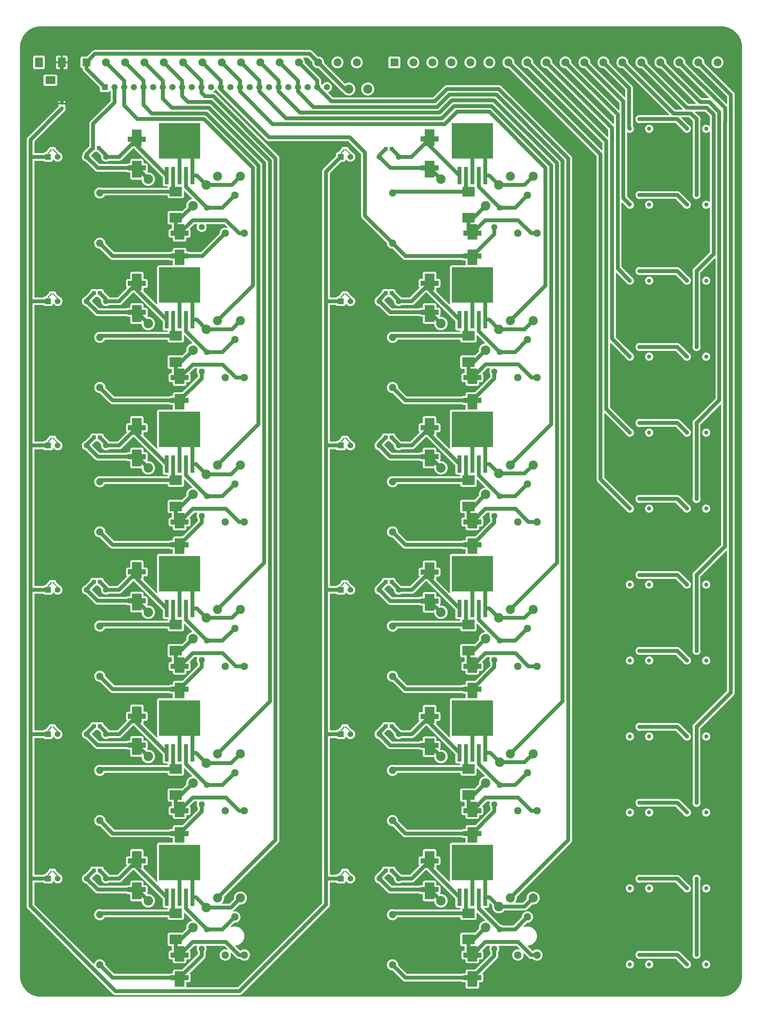
<source format=gbr>
%TF.GenerationSoftware,KiCad,Pcbnew,(6.0.1)*%
%TF.CreationDate,2022-05-02T23:55:26+02:00*%
%TF.ProjectId,CMU,434d552e-6b69-4636-9164-5f7063625858,rev?*%
%TF.SameCoordinates,Original*%
%TF.FileFunction,Copper,L1,Top*%
%TF.FilePolarity,Positive*%
%FSLAX46Y46*%
G04 Gerber Fmt 4.6, Leading zero omitted, Abs format (unit mm)*
G04 Created by KiCad (PCBNEW (6.0.1)) date 2022-05-02 23:55:26*
%MOMM*%
%LPD*%
G01*
G04 APERTURE LIST*
G04 Aperture macros list*
%AMFreePoly0*
4,1,29,0.653536,2.353536,0.655000,2.350000,0.655000,1.255000,1.650000,1.255000,1.653536,1.253536,1.655000,1.250000,1.655000,-1.250000,1.653536,-1.253536,1.650000,-1.255000,0.655000,-1.255000,0.655000,-2.350000,0.653536,-2.353536,0.650000,-2.355000,-0.650000,-2.355000,-0.653536,-2.353536,-0.655000,-2.350000,-0.655000,-1.255000,-2.350000,-1.255000,-2.353536,-1.253536,-2.355000,-1.250000,
-2.355000,1.250000,-2.353536,1.253536,-2.350000,1.255000,-0.655000,1.255000,-0.655000,2.350000,-0.653536,2.353536,-0.650000,2.355000,0.650000,2.355000,0.653536,2.353536,0.653536,2.353536,$1*%
%AMFreePoly1*
4,1,29,0.653536,2.353536,0.655000,2.350000,0.655000,1.255000,2.350000,1.255000,2.353536,1.253536,2.355000,1.250000,2.355000,-1.250000,2.353536,-1.253536,2.350000,-1.255000,0.655000,-1.255000,0.655000,-2.350000,0.653536,-2.353536,0.650000,-2.355000,-0.650000,-2.355000,-0.653536,-2.353536,-0.655000,-2.350000,-0.655000,-1.255000,-1.650000,-1.255000,-1.653536,-1.253536,-1.655000,-1.250000,
-1.655000,1.250000,-1.653536,1.253536,-1.650000,1.255000,-0.655000,1.255000,-0.655000,2.350000,-0.653536,2.353536,-0.650000,2.355000,0.650000,2.355000,0.653536,2.353536,0.653536,2.353536,$1*%
%AMFreePoly2*
4,1,29,0.653536,2.353536,0.655000,2.350000,0.655000,1.255000,1.850000,1.255000,1.853536,1.253536,1.855000,1.250000,1.855000,-1.250000,1.853536,-1.253536,1.850000,-1.255000,0.655000,-1.255000,0.655000,-2.350000,0.653536,-2.353536,0.650000,-2.355000,-0.650000,-2.355000,-0.653536,-2.353536,-0.655000,-2.350000,-0.655000,-1.255000,-2.550000,-1.255000,-2.553536,-1.253536,-2.555000,-1.250000,
-2.555000,1.250000,-2.553536,1.253536,-2.550000,1.255000,-0.655000,1.255000,-0.655000,2.350000,-0.653536,2.353536,-0.650000,2.355000,0.650000,2.355000,0.653536,2.353536,0.653536,2.353536,$1*%
%AMFreePoly3*
4,1,29,0.653536,2.353536,0.655000,2.350000,0.655000,1.255000,2.550000,1.255000,2.553536,1.253536,2.555000,1.250000,2.555000,-1.250000,2.553536,-1.253536,2.550000,-1.255000,0.655000,-1.255000,0.655000,-2.350000,0.653536,-2.353536,0.650000,-2.355000,-0.650000,-2.355000,-0.653536,-2.353536,-0.655000,-2.350000,-0.655000,-1.255000,-1.850000,-1.255000,-1.853536,-1.253536,-1.855000,-1.250000,
-1.855000,1.250000,-1.853536,1.253536,-1.850000,1.255000,-0.655000,1.255000,-0.655000,2.350000,-0.653536,2.353536,-0.650000,2.355000,0.650000,2.355000,0.653536,2.353536,0.653536,2.353536,$1*%
G04 Aperture macros list end*
%TA.AperFunction,SMDPad,CuDef*%
%ADD10FreePoly0,90.000000*%
%TD*%
%TA.AperFunction,SMDPad,CuDef*%
%ADD11FreePoly1,90.000000*%
%TD*%
%TA.AperFunction,SMDPad,CuDef*%
%ADD12R,3.300000X2.500000*%
%TD*%
%TA.AperFunction,ComponentPad*%
%ADD13R,1.508000X1.508000*%
%TD*%
%TA.AperFunction,ComponentPad*%
%ADD14C,1.508000*%
%TD*%
%TA.AperFunction,ComponentPad*%
%ADD15C,1.120000*%
%TD*%
%TA.AperFunction,ComponentPad*%
%ADD16C,2.100000*%
%TD*%
%TA.AperFunction,ComponentPad*%
%ADD17R,2.100000X2.100000*%
%TD*%
%TA.AperFunction,ComponentPad*%
%ADD18C,2.400000*%
%TD*%
%TA.AperFunction,SMDPad,CuDef*%
%ADD19R,1.100000X4.600000*%
%TD*%
%TA.AperFunction,SMDPad,CuDef*%
%ADD20R,10.800000X9.400000*%
%TD*%
%TA.AperFunction,SMDPad,CuDef*%
%ADD21R,1.000000X1.020000*%
%TD*%
%TA.AperFunction,SMDPad,CuDef*%
%ADD22FreePoly2,270.000000*%
%TD*%
%TA.AperFunction,SMDPad,CuDef*%
%ADD23FreePoly3,270.000000*%
%TD*%
%TA.AperFunction,ComponentPad*%
%ADD24C,1.905000*%
%TD*%
%TA.AperFunction,ComponentPad*%
%ADD25C,1.950000*%
%TD*%
%TA.AperFunction,SMDPad,CuDef*%
%ADD26R,0.400000X0.420000*%
%TD*%
%TA.AperFunction,ComponentPad*%
%ADD27C,1.650000*%
%TD*%
%TA.AperFunction,ComponentPad*%
%ADD28R,1.650000X1.650000*%
%TD*%
%TA.AperFunction,ComponentPad*%
%ADD29C,1.590000*%
%TD*%
%TA.AperFunction,ComponentPad*%
%ADD30R,2.000000X2.600000*%
%TD*%
%TA.AperFunction,ComponentPad*%
%ADD31R,2.600000X2.000000*%
%TD*%
%TA.AperFunction,SMDPad,CuDef*%
%ADD32R,0.900000X0.500000*%
%TD*%
%TA.AperFunction,ViaPad*%
%ADD33C,2.500000*%
%TD*%
%TA.AperFunction,Conductor*%
%ADD34C,1.000000*%
%TD*%
%TA.AperFunction,Conductor*%
%ADD35C,0.250000*%
%TD*%
G04 APERTURE END LIST*
D10*
%TO.P,C40,1*%
%TO.N,/CMU_vol_9*%
X99000000Y-189000000D03*
D11*
%TO.P,C40,2*%
%TO.N,Net-(C16-Pad2)*%
X99000000Y-183000000D03*
%TD*%
D12*
%TO.P,D3,A*%
%TO.N,Net-(C15-Pad2)*%
X97990000Y-140900000D03*
%TO.P,D3,K*%
%TO.N,Net-(D3-PadK)*%
X98000000Y-134000000D03*
%TD*%
D13*
%TO.P,U19,1,VIN*%
%TO.N,Net-(C1-Pad1)*%
X141380000Y-48875000D03*
D14*
%TO.P,U19,2,GND*%
%TO.N,GND*%
X143920000Y-48875000D03*
%TO.P,U19,5,0V*%
%TO.N,Net-(C19-Pad2)*%
X151540000Y-48875000D03*
%TO.P,U19,7,+VO*%
%TO.N,Net-(C19-Pad1)*%
X156620000Y-48875000D03*
%TD*%
D15*
%TO.P,R4,1,CCW*%
%TO.N,Net-(NTC9-Pad2)*%
X232460000Y-101470000D03*
%TO.P,R4,2,WIPER*%
%TO.N,/GND_NTC_9_10*%
X235000000Y-98930000D03*
%TO.P,R4,3,CW*%
%TO.N,unconnected-(R4-Pad3)*%
X237540000Y-101470000D03*
%TD*%
D16*
%TO.P,J4,15,15*%
%TO.N,/VOL_1-*%
X145620000Y-24000000D03*
%TO.P,J4,14,14*%
X140540000Y-24000000D03*
%TO.P,J4,13,13*%
%TO.N,/CMU_vol_12*%
X135460000Y-24000000D03*
%TO.P,J4,12,12*%
%TO.N,/CMU_vol_1*%
X130380000Y-24000000D03*
%TO.P,J4,11,11*%
%TO.N,/CMU_vol_2*%
X125300000Y-24000000D03*
%TO.P,J4,10,10*%
%TO.N,/CMU_vol_3*%
X120220000Y-24000000D03*
%TO.P,J4,9,9*%
%TO.N,/CMU_vol_4*%
X115140000Y-24000000D03*
%TO.P,J4,8,8*%
%TO.N,/CMU_vol_5*%
X110060000Y-24000000D03*
%TO.P,J4,7,7*%
%TO.N,/CMU_vol_6*%
X104980000Y-24000000D03*
%TO.P,J4,6,6*%
%TO.N,/CMU_vol_7*%
X99900000Y-24000000D03*
%TO.P,J4,5,5*%
%TO.N,/CMU_vol_8*%
X94820000Y-24000000D03*
%TO.P,J4,4,4*%
%TO.N,/CMU_vol_9*%
X89740000Y-24000000D03*
%TO.P,J4,3,3*%
%TO.N,/CMU_vol_10*%
X84660000Y-24000000D03*
%TO.P,J4,2,2*%
%TO.N,/CMU_vol_11*%
X79580000Y-24000000D03*
D17*
%TO.P,J4,1,1*%
%TO.N,/CMU_vol_12*%
X74500000Y-24000000D03*
%TD*%
D18*
%TO.P,TP7,1*%
%TO.N,/CMU_vol_6*%
X186000000Y-54000000D03*
%TD*%
D15*
%TO.P,NTC6,1,CCW*%
%TO.N,Net-(J3-Pad6)*%
X217460000Y-161470000D03*
%TO.P,NTC6,2,WIPER*%
%TO.N,Net-(NTC6-Pad2)*%
X220000000Y-158930000D03*
%TO.P,NTC6,3,CW*%
%TO.N,unconnected-(NTC6-Pad3)*%
X222540000Y-161470000D03*
%TD*%
D19*
%TO.P,U7,1,VIN*%
%TO.N,Net-(C19-Pad1)*%
X172600000Y-53775000D03*
%TO.P,U7,2,OUT*%
%TO.N,Net-(D7-PadK)*%
X174300000Y-53775000D03*
D20*
%TO.P,U7,3,GND*%
%TO.N,Net-(C19-Pad2)*%
X176000000Y-44625000D03*
D19*
X176000000Y-53775000D03*
%TO.P,U7,4,FB*%
%TO.N,Net-(C55-Pad1)*%
X177700000Y-53775000D03*
%TO.P,U7,5,~{ON}/OFF*%
%TO.N,Net-(C19-Pad2)*%
X179400000Y-53775000D03*
%TD*%
D18*
%TO.P,TP24,1*%
%TO.N,/VOL_1-*%
X192000000Y-244000000D03*
%TD*%
D21*
%TO.P,C24,1*%
%TO.N,Net-(C24-Pad1)*%
X154759000Y-236750000D03*
%TO.P,C24,2*%
%TO.N,/VOL_1-*%
X153241000Y-236750000D03*
%TD*%
D22*
%TO.P,C31,1*%
%TO.N,Net-(C19-Pad1)*%
X164750000Y-44150000D03*
D23*
%TO.P,C31,2*%
%TO.N,Net-(C19-Pad2)*%
X164750000Y-51750000D03*
%TD*%
D15*
%TO.P,R1,1,CCW*%
%TO.N,Net-(NTC12-Pad2)*%
X232460000Y-41470000D03*
%TO.P,R1,2,WIPER*%
%TO.N,/GND_NTC_11_12*%
X235000000Y-38930000D03*
%TO.P,R1,3,CW*%
%TO.N,unconnected-(R1-Pad3)*%
X237540000Y-41470000D03*
%TD*%
D18*
%TO.P,TP10,1*%
%TO.N,/CMU_vol_3*%
X186000000Y-168000000D03*
%TD*%
D24*
%TO.P,L9,1*%
%TO.N,Net-(D9-PadK)*%
X155000000Y-134396000D03*
%TO.P,L9,2*%
%TO.N,/CMU_vol_4*%
X155000000Y-147604000D03*
%TD*%
D25*
%TO.P,VOL 7,A1,CCW*%
%TO.N,/CMU_vol_7*%
X111000000Y-259000000D03*
%TO.P,VOL 7,E1,CW*%
%TO.N,Net-(C18-Pad2)*%
X116000000Y-259000000D03*
%TO.P,VOL 7,S1,WIPER*%
%TO.N,Net-(C54-Pad1)*%
X113500000Y-249000000D03*
%TD*%
D10*
%TO.P,C38,1*%
%TO.N,/CMU_vol_11*%
X99000000Y-113000000D03*
D11*
%TO.P,C38,2*%
%TO.N,Net-(C14-Pad2)*%
X99000000Y-107000000D03*
%TD*%
D26*
%TO.P,C8,1*%
%TO.N,Net-(C1-Pad1)*%
X142220000Y-85000000D03*
%TO.P,C8,2*%
%TO.N,GND*%
X142780000Y-85000000D03*
%TD*%
D19*
%TO.P,U4,1,VIN*%
%TO.N,Net-(C16-Pad1)*%
X95600000Y-167775000D03*
%TO.P,U4,2,OUT*%
%TO.N,Net-(D4-PadK)*%
X97300000Y-167775000D03*
%TO.P,U4,3,GND*%
%TO.N,Net-(C16-Pad2)*%
X99000000Y-167775000D03*
D20*
X99000000Y-158625000D03*
D19*
%TO.P,U4,4,FB*%
%TO.N,Net-(C52-Pad1)*%
X100700000Y-167775000D03*
%TO.P,U4,5,~{ON}/OFF*%
%TO.N,Net-(C16-Pad2)*%
X102400000Y-167775000D03*
%TD*%
D18*
%TO.P,TP15,1*%
%TO.N,Net-(C15-Pad2)*%
X115000000Y-130000000D03*
%TD*%
D13*
%TO.P,U22,1,VIN*%
%TO.N,Net-(C1-Pad1)*%
X141380000Y-162875000D03*
D14*
%TO.P,U22,2,GND*%
%TO.N,GND*%
X143920000Y-162875000D03*
%TO.P,U22,5,0V*%
%TO.N,Net-(C22-Pad2)*%
X151540000Y-162875000D03*
%TO.P,U22,7,+VO*%
%TO.N,Net-(C22-Pad1)*%
X156620000Y-162875000D03*
%TD*%
D18*
%TO.P,TP6,1*%
%TO.N,/CMU_vol_7*%
X109000000Y-244000000D03*
%TD*%
D19*
%TO.P,U1,1,VIN*%
%TO.N,Net-(C13-Pad1)*%
X95600000Y-53775000D03*
%TO.P,U1,2,OUT*%
%TO.N,Net-(D1-PadK)*%
X97300000Y-53775000D03*
%TO.P,U1,3,GND*%
%TO.N,Net-(C13-Pad2)*%
X99000000Y-53775000D03*
D20*
X99000000Y-44625000D03*
D19*
%TO.P,U1,4,FB*%
%TO.N,Net-(C49-Pad1)*%
X100700000Y-53775000D03*
%TO.P,U1,5,~{ON}/OFF*%
%TO.N,Net-(C13-Pad2)*%
X102400000Y-53775000D03*
%TD*%
D27*
%TO.P,Voltage_headers1,24,24*%
%TO.N,/VOL_1-*%
X137730000Y-30500000D03*
%TO.P,Voltage_headers1,23,23*%
%TO.N,/CMU_vol_1*%
X135190000Y-30500000D03*
%TO.P,Voltage_headers1,22,22*%
%TO.N,Net-(C23-Pad2)*%
X132650000Y-30500000D03*
%TO.P,Voltage_headers1,21,21*%
%TO.N,/CMU_vol_2*%
X130110000Y-30500000D03*
%TO.P,Voltage_headers1,20,20*%
%TO.N,Net-(C22-Pad2)*%
X127570000Y-30500000D03*
%TO.P,Voltage_headers1,19,19*%
%TO.N,/CMU_vol_3*%
X125030000Y-30500000D03*
%TO.P,Voltage_headers1,18,18*%
%TO.N,Net-(C21-Pad2)*%
X122490000Y-30500000D03*
%TO.P,Voltage_headers1,17,17*%
%TO.N,/CMU_vol_4*%
X119950000Y-30500000D03*
%TO.P,Voltage_headers1,16,16*%
%TO.N,Net-(C20-Pad2)*%
X117410000Y-30500000D03*
%TO.P,Voltage_headers1,15,15*%
%TO.N,/CMU_vol_5*%
X114870000Y-30500000D03*
%TO.P,Voltage_headers1,14,14*%
%TO.N,Net-(C19-Pad2)*%
X112330000Y-30500000D03*
%TO.P,Voltage_headers1,13,13*%
%TO.N,/CMU_vol_6*%
X109790000Y-30500000D03*
%TO.P,Voltage_headers1,12,12*%
%TO.N,Net-(C18-Pad2)*%
X107250000Y-30500000D03*
%TO.P,Voltage_headers1,11,11*%
%TO.N,/CMU_vol_7*%
X104710000Y-30500000D03*
%TO.P,Voltage_headers1,10,10*%
%TO.N,Net-(C17-Pad2)*%
X102170000Y-30500000D03*
%TO.P,Voltage_headers1,9,9*%
%TO.N,/CMU_vol_8*%
X99630000Y-30500000D03*
%TO.P,Voltage_headers1,8,8*%
%TO.N,Net-(C16-Pad2)*%
X97090000Y-30500000D03*
%TO.P,Voltage_headers1,7,7*%
%TO.N,/CMU_vol_9*%
X94550000Y-30500000D03*
%TO.P,Voltage_headers1,6,6*%
%TO.N,Net-(C15-Pad2)*%
X92010000Y-30500000D03*
%TO.P,Voltage_headers1,5,5*%
%TO.N,/CMU_vol_10*%
X89470000Y-30500000D03*
%TO.P,Voltage_headers1,4,4*%
%TO.N,Net-(C14-Pad2)*%
X86930000Y-30500000D03*
%TO.P,Voltage_headers1,3,3*%
%TO.N,/CMU_vol_11*%
X84390000Y-30500000D03*
%TO.P,Voltage_headers1,2,2*%
%TO.N,Net-(C13-Pad2)*%
X81850000Y-30500000D03*
D28*
%TO.P,Voltage_headers1,1,1*%
%TO.N,/CMU_vol_12*%
X79310000Y-30500000D03*
%TD*%
D21*
%TO.P,C19,1*%
%TO.N,Net-(C19-Pad1)*%
X154759000Y-46750000D03*
%TO.P,C19,2*%
%TO.N,Net-(C19-Pad2)*%
X153241000Y-46750000D03*
%TD*%
D29*
%TO.P,C58,1*%
%TO.N,Net-(C58-Pad1)*%
X183200000Y-176250000D03*
%TO.P,C58,2*%
%TO.N,/CMU_vol_3*%
X181800000Y-181350000D03*
%TD*%
D21*
%TO.P,C22,1*%
%TO.N,Net-(C22-Pad1)*%
X154759000Y-160750000D03*
%TO.P,C22,2*%
%TO.N,Net-(C22-Pad2)*%
X153241000Y-160750000D03*
%TD*%
D19*
%TO.P,U3,1,VIN*%
%TO.N,Net-(C15-Pad1)*%
X95600000Y-129775000D03*
%TO.P,U3,2,OUT*%
%TO.N,Net-(D3-PadK)*%
X97300000Y-129775000D03*
D20*
%TO.P,U3,3,GND*%
%TO.N,Net-(C15-Pad2)*%
X99000000Y-120625000D03*
D19*
X99000000Y-129775000D03*
%TO.P,U3,4,FB*%
%TO.N,Net-(C51-Pad1)*%
X100700000Y-129775000D03*
%TO.P,U3,5,~{ON}/OFF*%
%TO.N,Net-(C15-Pad2)*%
X102400000Y-129775000D03*
%TD*%
D24*
%TO.P,L1,2*%
%TO.N,/CMU_vol_12*%
X78000000Y-71604000D03*
%TO.P,L1,1*%
%TO.N,Net-(D1-PadK)*%
X78000000Y-58396000D03*
%TD*%
D15*
%TO.P,NTC2,1,CCW*%
%TO.N,Net-(J3-Pad2)*%
X217460000Y-241470000D03*
%TO.P,NTC2,2,WIPER*%
%TO.N,Net-(NTC2-Pad2)*%
X220000000Y-238930000D03*
%TO.P,NTC2,3,CW*%
%TO.N,unconnected-(NTC2-Pad3)*%
X222540000Y-241470000D03*
%TD*%
D19*
%TO.P,U10,1,VIN*%
%TO.N,Net-(C22-Pad1)*%
X172600000Y-167775000D03*
%TO.P,U10,2,OUT*%
%TO.N,Net-(D10-PadK)*%
X174300000Y-167775000D03*
D20*
%TO.P,U10,3,GND*%
%TO.N,Net-(C22-Pad2)*%
X176000000Y-158625000D03*
D19*
X176000000Y-167775000D03*
%TO.P,U10,4,FB*%
%TO.N,Net-(C58-Pad1)*%
X177700000Y-167775000D03*
%TO.P,U10,5,~{ON}/OFF*%
%TO.N,Net-(C22-Pad2)*%
X179400000Y-167775000D03*
%TD*%
D15*
%TO.P,NTC10,1,CCW*%
%TO.N,Net-(J3-Pad10)*%
X217460000Y-81470000D03*
%TO.P,NTC10,2,WIPER*%
%TO.N,Net-(NTC10-Pad2)*%
X220000000Y-78930000D03*
%TO.P,NTC10,3,CW*%
%TO.N,unconnected-(NTC10-Pad3)*%
X222540000Y-81470000D03*
%TD*%
%TO.P,R11,1,CCW*%
%TO.N,Net-(NTC2-Pad2)*%
X232460000Y-241470000D03*
%TO.P,R11,2,WIPER*%
%TO.N,/GND_NTC_1_2*%
X235000000Y-238930000D03*
%TO.P,R11,3,CW*%
%TO.N,unconnected-(R11-Pad3)*%
X237540000Y-241470000D03*
%TD*%
D21*
%TO.P,C18,1*%
%TO.N,Net-(C18-Pad1)*%
X78009000Y-236750000D03*
%TO.P,C18,2*%
%TO.N,Net-(C18-Pad2)*%
X76491000Y-236750000D03*
%TD*%
D10*
%TO.P,C39,1*%
%TO.N,/CMU_vol_10*%
X99000000Y-151000000D03*
D11*
%TO.P,C39,2*%
%TO.N,Net-(C15-Pad2)*%
X99000000Y-145000000D03*
%TD*%
D18*
%TO.P,TP25,1*%
%TO.N,/CMU_vol_12*%
X143500000Y-31000000D03*
%TD*%
D21*
%TO.P,C14,1*%
%TO.N,Net-(C14-Pad1)*%
X78009000Y-84750000D03*
%TO.P,C14,2*%
%TO.N,Net-(C14-Pad2)*%
X76491000Y-84750000D03*
%TD*%
D12*
%TO.P,D4,A*%
%TO.N,Net-(C16-Pad2)*%
X97990000Y-178900000D03*
%TO.P,D4,K*%
%TO.N,Net-(D4-PadK)*%
X98000000Y-172000000D03*
%TD*%
D15*
%TO.P,NTC1,1,CCW*%
%TO.N,Net-(J3-Pad1)*%
X217460000Y-261470000D03*
%TO.P,NTC1,2,WIPER*%
%TO.N,Net-(NTC1-Pad2)*%
X220000000Y-258930000D03*
%TO.P,NTC1,3,CW*%
%TO.N,unconnected-(NTC1-Pad3)*%
X222540000Y-261470000D03*
%TD*%
D21*
%TO.P,C15,1*%
%TO.N,Net-(C15-Pad1)*%
X78009000Y-122750000D03*
%TO.P,C15,2*%
%TO.N,Net-(C15-Pad2)*%
X76491000Y-122750000D03*
%TD*%
D22*
%TO.P,C32,1*%
%TO.N,Net-(C20-Pad1)*%
X164750000Y-82150000D03*
D23*
%TO.P,C32,2*%
%TO.N,Net-(C20-Pad2)*%
X164750000Y-89750000D03*
%TD*%
D13*
%TO.P,U15,1,VIN*%
%TO.N,Net-(C1-Pad1)*%
X64380000Y-124875000D03*
D14*
%TO.P,U15,2,GND*%
%TO.N,GND*%
X66920000Y-124875000D03*
%TO.P,U15,5,0V*%
%TO.N,Net-(C15-Pad2)*%
X74540000Y-124875000D03*
%TO.P,U15,7,+VO*%
%TO.N,Net-(C15-Pad1)*%
X79620000Y-124875000D03*
%TD*%
D26*
%TO.P,C3,1*%
%TO.N,Net-(C1-Pad1)*%
X65220000Y-123000000D03*
%TO.P,C3,2*%
%TO.N,GND*%
X65780000Y-123000000D03*
%TD*%
D12*
%TO.P,D8,A*%
%TO.N,Net-(C20-Pad2)*%
X174990000Y-102900000D03*
%TO.P,D8,K*%
%TO.N,Net-(D8-PadK)*%
X175000000Y-96000000D03*
%TD*%
D15*
%TO.P,R5,1,CCW*%
%TO.N,Net-(NTC8-Pad2)*%
X232460000Y-121470000D03*
%TO.P,R5,2,WIPER*%
%TO.N,/GND_NTC_7_8*%
X235000000Y-118930000D03*
%TO.P,R5,3,CW*%
%TO.N,unconnected-(R5-Pad3)*%
X237540000Y-121470000D03*
%TD*%
D29*
%TO.P,C53,1*%
%TO.N,Net-(C53-Pad1)*%
X106200000Y-214250000D03*
%TO.P,C53,2*%
%TO.N,/CMU_vol_8*%
X104800000Y-219350000D03*
%TD*%
D22*
%TO.P,C27,1*%
%TO.N,Net-(C15-Pad1)*%
X87750000Y-120200000D03*
D23*
%TO.P,C27,2*%
%TO.N,Net-(C15-Pad2)*%
X87750000Y-127800000D03*
%TD*%
D25*
%TO.P,VOL 9,A1,CCW*%
%TO.N,/CMU_vol_9*%
X111000000Y-183000000D03*
%TO.P,VOL 9,E1,CW*%
%TO.N,Net-(C16-Pad2)*%
X116000000Y-183000000D03*
%TO.P,VOL 9,S1,WIPER*%
%TO.N,Net-(C52-Pad1)*%
X113500000Y-173000000D03*
%TD*%
D18*
%TO.P,TP22,1*%
%TO.N,Net-(C22-Pad2)*%
X192000000Y-168000000D03*
%TD*%
D24*
%TO.P,L2,2*%
%TO.N,/CMU_vol_11*%
X78000000Y-109604000D03*
%TO.P,L2,1*%
%TO.N,Net-(D2-PadK)*%
X78000000Y-96396000D03*
%TD*%
D18*
%TO.P,TP26,1*%
%TO.N,/VOL_1-*%
X148500000Y-31000000D03*
%TD*%
%TO.P,TP8,1*%
%TO.N,/CMU_vol_5*%
X186000000Y-92000000D03*
%TD*%
D19*
%TO.P,U12,1,VIN*%
%TO.N,Net-(C24-Pad1)*%
X172600000Y-243775000D03*
%TO.P,U12,2,OUT*%
%TO.N,Net-(D12-PadK)*%
X174300000Y-243775000D03*
%TO.P,U12,3,GND*%
%TO.N,/VOL_1-*%
X176000000Y-243775000D03*
D20*
X176000000Y-234625000D03*
D19*
%TO.P,U12,4,FB*%
%TO.N,Net-(C60-Pad1)*%
X177700000Y-243775000D03*
%TO.P,U12,5,~{ON}/OFF*%
%TO.N,/VOL_1-*%
X179400000Y-243775000D03*
%TD*%
D21*
%TO.P,C20,1*%
%TO.N,Net-(C20-Pad1)*%
X154759000Y-84750000D03*
%TO.P,C20,2*%
%TO.N,Net-(C20-Pad2)*%
X153241000Y-84750000D03*
%TD*%
D13*
%TO.P,U20,1,VIN*%
%TO.N,Net-(C1-Pad1)*%
X141380000Y-86875000D03*
D14*
%TO.P,U20,2,GND*%
%TO.N,GND*%
X143920000Y-86875000D03*
%TO.P,U20,5,0V*%
%TO.N,Net-(C20-Pad2)*%
X151540000Y-86875000D03*
%TO.P,U20,7,+VO*%
%TO.N,Net-(C20-Pad1)*%
X156620000Y-86875000D03*
%TD*%
D25*
%TO.P,VOL 8,A1,CCW*%
%TO.N,/CMU_vol_8*%
X111000000Y-221000000D03*
%TO.P,VOL 8,E1,CW*%
%TO.N,Net-(C17-Pad2)*%
X116000000Y-221000000D03*
%TO.P,VOL 8,S1,WIPER*%
%TO.N,Net-(C53-Pad1)*%
X113500000Y-211000000D03*
%TD*%
D18*
%TO.P,TP13,1*%
%TO.N,Net-(C13-Pad2)*%
X115000000Y-54000000D03*
%TD*%
D10*
%TO.P,C37,1*%
%TO.N,/CMU_vol_12*%
X99000000Y-75000000D03*
D11*
%TO.P,C37,2*%
%TO.N,Net-(C13-Pad2)*%
X99000000Y-69000000D03*
%TD*%
D25*
%TO.P,VOL 5,A1,CCW*%
%TO.N,/CMU_vol_5*%
X188000000Y-107000000D03*
%TO.P,VOL 5,E1,CW*%
%TO.N,Net-(C20-Pad2)*%
X193000000Y-107000000D03*
%TO.P,VOL 5,S1,WIPER*%
%TO.N,Net-(C56-Pad1)*%
X190500000Y-97000000D03*
%TD*%
%TO.P,VOL 12,A1,CCW*%
%TO.N,/CMU_vol_12*%
X111000000Y-69000000D03*
%TO.P,VOL 12,E1,CW*%
%TO.N,Net-(C13-Pad2)*%
X116000000Y-69000000D03*
%TO.P,VOL 12,S1,WIPER*%
%TO.N,Net-(C49-Pad1)*%
X113500000Y-59000000D03*
%TD*%
D22*
%TO.P,C30,1*%
%TO.N,Net-(C18-Pad1)*%
X87750000Y-234200000D03*
D23*
%TO.P,C30,2*%
%TO.N,Net-(C18-Pad2)*%
X87750000Y-241800000D03*
%TD*%
D19*
%TO.P,U6,1,VIN*%
%TO.N,Net-(C18-Pad1)*%
X95600000Y-243775000D03*
%TO.P,U6,2,OUT*%
%TO.N,Net-(D6-PadK)*%
X97300000Y-243775000D03*
D20*
%TO.P,U6,3,GND*%
%TO.N,Net-(C18-Pad2)*%
X99000000Y-234625000D03*
D19*
X99000000Y-243775000D03*
%TO.P,U6,4,FB*%
%TO.N,Net-(C54-Pad1)*%
X100700000Y-243775000D03*
%TO.P,U6,5,~{ON}/OFF*%
%TO.N,Net-(C18-Pad2)*%
X102400000Y-243775000D03*
%TD*%
D12*
%TO.P,D10,A*%
%TO.N,Net-(C22-Pad2)*%
X174990000Y-178900000D03*
%TO.P,D10,K*%
%TO.N,Net-(D10-PadK)*%
X175000000Y-172000000D03*
%TD*%
D13*
%TO.P,U21,1,VIN*%
%TO.N,Net-(C1-Pad1)*%
X141380000Y-124875000D03*
D14*
%TO.P,U21,2,GND*%
%TO.N,GND*%
X143920000Y-124875000D03*
%TO.P,U21,5,0V*%
%TO.N,Net-(C21-Pad2)*%
X151540000Y-124875000D03*
%TO.P,U21,7,+VO*%
%TO.N,Net-(C21-Pad1)*%
X156620000Y-124875000D03*
%TD*%
D26*
%TO.P,C7,1*%
%TO.N,Net-(C1-Pad1)*%
X142220000Y-47000000D03*
%TO.P,C7,2*%
%TO.N,GND*%
X142780000Y-47000000D03*
%TD*%
D29*
%TO.P,C49,1*%
%TO.N,Net-(C49-Pad1)*%
X106200000Y-62250000D03*
%TO.P,C49,2*%
%TO.N,/CMU_vol_12*%
X104800000Y-67350000D03*
%TD*%
D13*
%TO.P,U23,1,VIN*%
%TO.N,Net-(C1-Pad1)*%
X141380000Y-200875000D03*
D14*
%TO.P,U23,2,GND*%
%TO.N,GND*%
X143920000Y-200875000D03*
%TO.P,U23,5,0V*%
%TO.N,Net-(C23-Pad2)*%
X151540000Y-200875000D03*
%TO.P,U23,7,+VO*%
%TO.N,Net-(C23-Pad1)*%
X156620000Y-200875000D03*
%TD*%
D29*
%TO.P,C55,1*%
%TO.N,Net-(C55-Pad1)*%
X183200000Y-62250000D03*
%TO.P,C55,2*%
%TO.N,/CMU_vol_6*%
X181800000Y-67350000D03*
%TD*%
D18*
%TO.P,TP12,1*%
%TO.N,/CMU_vol_1*%
X186000000Y-244000000D03*
%TD*%
D22*
%TO.P,C29,1*%
%TO.N,Net-(C17-Pad1)*%
X87750000Y-196150000D03*
D23*
%TO.P,C29,2*%
%TO.N,Net-(C17-Pad2)*%
X87750000Y-203750000D03*
%TD*%
D15*
%TO.P,R8,1,CCW*%
%TO.N,Net-(NTC5-Pad2)*%
X232460000Y-181470000D03*
%TO.P,R8,2,WIPER*%
%TO.N,/GND_NTC_5_6*%
X235000000Y-178930000D03*
%TO.P,R8,3,CW*%
%TO.N,unconnected-(R8-Pad3)*%
X237540000Y-181470000D03*
%TD*%
D18*
%TO.P,TP1,1*%
%TO.N,/CMU_vol_12*%
X109000000Y-54000000D03*
%TD*%
D26*
%TO.P,C1,2*%
%TO.N,GND*%
X65780000Y-47000000D03*
%TO.P,C1,1*%
%TO.N,Net-(C1-Pad1)*%
X65220000Y-47000000D03*
%TD*%
D12*
%TO.P,D12,A*%
%TO.N,/VOL_1-*%
X174990000Y-254900000D03*
%TO.P,D12,K*%
%TO.N,Net-(D12-PadK)*%
X175000000Y-248000000D03*
%TD*%
D24*
%TO.P,L11,1*%
%TO.N,Net-(D11-PadK)*%
X155000000Y-210396000D03*
%TO.P,L11,2*%
%TO.N,/CMU_vol_2*%
X155000000Y-223604000D03*
%TD*%
D18*
%TO.P,TP2,1*%
%TO.N,/CMU_vol_11*%
X109000000Y-92000000D03*
%TD*%
D13*
%TO.P,U13,1,VIN*%
%TO.N,Net-(C1-Pad1)*%
X64380000Y-48875000D03*
D14*
%TO.P,U13,2,GND*%
%TO.N,GND*%
X66920000Y-48875000D03*
%TO.P,U13,5,0V*%
%TO.N,Net-(C13-Pad2)*%
X74540000Y-48875000D03*
%TO.P,U13,7,+VO*%
%TO.N,Net-(C13-Pad1)*%
X79620000Y-48875000D03*
%TD*%
D29*
%TO.P,C56,1*%
%TO.N,Net-(C56-Pad1)*%
X183200000Y-100250000D03*
%TO.P,C56,2*%
%TO.N,/CMU_vol_5*%
X181800000Y-105350000D03*
%TD*%
%TO.P,C59,1*%
%TO.N,Net-(C59-Pad1)*%
X183200000Y-214250000D03*
%TO.P,C59,2*%
%TO.N,/CMU_vol_2*%
X181800000Y-219350000D03*
%TD*%
%TO.P,C54,1*%
%TO.N,Net-(C54-Pad1)*%
X106200000Y-252250000D03*
%TO.P,C54,2*%
%TO.N,/CMU_vol_7*%
X104800000Y-257350000D03*
%TD*%
D24*
%TO.P,L8,1*%
%TO.N,Net-(D8-PadK)*%
X155000000Y-96396000D03*
%TO.P,L8,2*%
%TO.N,/CMU_vol_5*%
X155000000Y-109604000D03*
%TD*%
D21*
%TO.P,C21,1*%
%TO.N,Net-(C21-Pad1)*%
X154759000Y-122750000D03*
%TO.P,C21,2*%
%TO.N,Net-(C21-Pad2)*%
X153241000Y-122750000D03*
%TD*%
%TO.P,C13,1*%
%TO.N,Net-(C13-Pad1)*%
X77759000Y-46500000D03*
%TO.P,C13,2*%
%TO.N,Net-(C13-Pad2)*%
X76241000Y-46500000D03*
%TD*%
%TO.P,C17,1*%
%TO.N,Net-(C17-Pad1)*%
X78009000Y-198750000D03*
%TO.P,C17,2*%
%TO.N,Net-(C17-Pad2)*%
X76491000Y-198750000D03*
%TD*%
D26*
%TO.P,C6,1*%
%TO.N,Net-(C1-Pad1)*%
X65220000Y-237000000D03*
%TO.P,C6,2*%
%TO.N,GND*%
X65780000Y-237000000D03*
%TD*%
D10*
%TO.P,C43,1*%
%TO.N,/CMU_vol_6*%
X176000000Y-75000000D03*
D11*
%TO.P,C43,2*%
%TO.N,Net-(C19-Pad2)*%
X176000000Y-69000000D03*
%TD*%
D13*
%TO.P,U18,1,VIN*%
%TO.N,Net-(C1-Pad1)*%
X64380000Y-238875000D03*
D14*
%TO.P,U18,2,GND*%
%TO.N,GND*%
X66920000Y-238875000D03*
%TO.P,U18,5,0V*%
%TO.N,Net-(C18-Pad2)*%
X74540000Y-238875000D03*
%TO.P,U18,7,+VO*%
%TO.N,Net-(C18-Pad1)*%
X79620000Y-238875000D03*
%TD*%
D24*
%TO.P,L12,1*%
%TO.N,Net-(D12-PadK)*%
X155000000Y-248396000D03*
%TO.P,L12,2*%
%TO.N,/CMU_vol_1*%
X155000000Y-261604000D03*
%TD*%
D19*
%TO.P,U5,1,VIN*%
%TO.N,Net-(C17-Pad1)*%
X95600000Y-205775000D03*
%TO.P,U5,2,OUT*%
%TO.N,Net-(D5-PadK)*%
X97300000Y-205775000D03*
%TO.P,U5,3,GND*%
%TO.N,Net-(C17-Pad2)*%
X99000000Y-205775000D03*
D20*
X99000000Y-196625000D03*
D19*
%TO.P,U5,4,FB*%
%TO.N,Net-(C53-Pad1)*%
X100700000Y-205775000D03*
%TO.P,U5,5,~{ON}/OFF*%
%TO.N,Net-(C17-Pad2)*%
X102400000Y-205775000D03*
%TD*%
D13*
%TO.P,U14,1,VIN*%
%TO.N,Net-(C1-Pad1)*%
X64380000Y-86875000D03*
D14*
%TO.P,U14,2,GND*%
%TO.N,GND*%
X66920000Y-86875000D03*
%TO.P,U14,5,0V*%
%TO.N,Net-(C14-Pad2)*%
X74540000Y-86875000D03*
%TO.P,U14,7,+VO*%
%TO.N,Net-(C14-Pad1)*%
X79620000Y-86875000D03*
%TD*%
D25*
%TO.P,VOL 6,A1,CCW*%
%TO.N,/CMU_vol_6*%
X188000000Y-69000000D03*
%TO.P,VOL 6,E1,CW*%
%TO.N,Net-(C19-Pad2)*%
X193000000Y-69000000D03*
%TO.P,VOL 6,S1,WIPER*%
%TO.N,Net-(C55-Pad1)*%
X190500000Y-59000000D03*
%TD*%
D18*
%TO.P,TP9,1*%
%TO.N,/CMU_vol_4*%
X186000000Y-130000000D03*
%TD*%
D25*
%TO.P,VOL 1,A1,CCW*%
%TO.N,/CMU_vol_1*%
X188000000Y-259000000D03*
%TO.P,VOL 1,E1,CW*%
%TO.N,/VOL_1-*%
X193000000Y-259000000D03*
%TO.P,VOL 1,S1,WIPER*%
%TO.N,Net-(C60-Pad1)*%
X190500000Y-249000000D03*
%TD*%
D18*
%TO.P,TP18,1*%
%TO.N,Net-(C18-Pad2)*%
X115000000Y-244000000D03*
%TD*%
D29*
%TO.P,C60,1*%
%TO.N,Net-(C60-Pad1)*%
X183200000Y-252250000D03*
%TO.P,C60,2*%
%TO.N,/CMU_vol_1*%
X181800000Y-257350000D03*
%TD*%
D26*
%TO.P,C9,1*%
%TO.N,Net-(C1-Pad1)*%
X142220000Y-123000000D03*
%TO.P,C9,2*%
%TO.N,GND*%
X142780000Y-123000000D03*
%TD*%
D24*
%TO.P,L7,1*%
%TO.N,Net-(D7-PadK)*%
X155000000Y-58396000D03*
%TO.P,L7,2*%
%TO.N,/CMU_vol_6*%
X155000000Y-71604000D03*
%TD*%
D10*
%TO.P,C46,1*%
%TO.N,/CMU_vol_3*%
X176000000Y-189000000D03*
D11*
%TO.P,C46,2*%
%TO.N,Net-(C22-Pad2)*%
X176000000Y-183000000D03*
%TD*%
D19*
%TO.P,U11,1,VIN*%
%TO.N,Net-(C23-Pad1)*%
X172600000Y-205775000D03*
%TO.P,U11,2,OUT*%
%TO.N,Net-(D11-PadK)*%
X174300000Y-205775000D03*
%TO.P,U11,3,GND*%
%TO.N,Net-(C23-Pad2)*%
X176000000Y-205775000D03*
D20*
X176000000Y-196625000D03*
D19*
%TO.P,U11,4,FB*%
%TO.N,Net-(C59-Pad1)*%
X177700000Y-205775000D03*
%TO.P,U11,5,~{ON}/OFF*%
%TO.N,Net-(C23-Pad2)*%
X179400000Y-205775000D03*
%TD*%
D22*
%TO.P,C25,1*%
%TO.N,Net-(C13-Pad1)*%
X87750000Y-44200000D03*
D23*
%TO.P,C25,2*%
%TO.N,Net-(C13-Pad2)*%
X87750000Y-51800000D03*
%TD*%
D18*
%TO.P,TP11,1*%
%TO.N,/CMU_vol_2*%
X186000000Y-206000000D03*
%TD*%
D22*
%TO.P,C35,1*%
%TO.N,Net-(C23-Pad1)*%
X164750000Y-196200000D03*
D23*
%TO.P,C35,2*%
%TO.N,Net-(C23-Pad2)*%
X164750000Y-203800000D03*
%TD*%
D15*
%TO.P,NTC3,1,CCW*%
%TO.N,Net-(J3-Pad3)*%
X217460000Y-221470000D03*
%TO.P,NTC3,2,WIPER*%
%TO.N,Net-(NTC3-Pad2)*%
X220000000Y-218930000D03*
%TO.P,NTC3,3,CW*%
%TO.N,unconnected-(NTC3-Pad3)*%
X222540000Y-221470000D03*
%TD*%
D18*
%TO.P,TP5,1*%
%TO.N,/CMU_vol_8*%
X109000000Y-206000000D03*
%TD*%
D15*
%TO.P,R3,1,CCW*%
%TO.N,Net-(NTC10-Pad2)*%
X232460000Y-81470000D03*
%TO.P,R3,2,WIPER*%
%TO.N,/GND_NTC_9_10*%
X235000000Y-78930000D03*
%TO.P,R3,3,CW*%
%TO.N,unconnected-(R3-Pad3)*%
X237540000Y-81470000D03*
%TD*%
D10*
%TO.P,C44,1*%
%TO.N,/CMU_vol_5*%
X176000000Y-113000000D03*
D11*
%TO.P,C44,2*%
%TO.N,Net-(C20-Pad2)*%
X176000000Y-107000000D03*
%TD*%
D18*
%TO.P,TP4,1*%
%TO.N,/CMU_vol_9*%
X109000000Y-168000000D03*
%TD*%
D24*
%TO.P,L5,1*%
%TO.N,Net-(D5-PadK)*%
X78000000Y-210396000D03*
%TO.P,L5,2*%
%TO.N,/CMU_vol_8*%
X78000000Y-223604000D03*
%TD*%
%TO.P,L6,1*%
%TO.N,Net-(D6-PadK)*%
X78000000Y-248396000D03*
%TO.P,L6,2*%
%TO.N,/CMU_vol_7*%
X78000000Y-261604000D03*
%TD*%
D29*
%TO.P,C51,1*%
%TO.N,Net-(C51-Pad1)*%
X106200000Y-138250000D03*
%TO.P,C51,2*%
%TO.N,/CMU_vol_10*%
X104800000Y-143350000D03*
%TD*%
D15*
%TO.P,R10,1,CCW*%
%TO.N,Net-(NTC3-Pad2)*%
X232460000Y-221470000D03*
%TO.P,R10,2,WIPER*%
%TO.N,/GND_NTC_3_4*%
X235000000Y-218930000D03*
%TO.P,R10,3,CW*%
%TO.N,unconnected-(R10-Pad3)*%
X237540000Y-221470000D03*
%TD*%
D13*
%TO.P,U17,1,VIN*%
%TO.N,Net-(C1-Pad1)*%
X64380000Y-200875000D03*
D14*
%TO.P,U17,2,GND*%
%TO.N,GND*%
X66920000Y-200875000D03*
%TO.P,U17,5,0V*%
%TO.N,Net-(C17-Pad2)*%
X74540000Y-200875000D03*
%TO.P,U17,7,+VO*%
%TO.N,Net-(C17-Pad1)*%
X79620000Y-200875000D03*
%TD*%
D18*
%TO.P,TP23,1*%
%TO.N,Net-(C23-Pad2)*%
X192000000Y-206000000D03*
%TD*%
D15*
%TO.P,NTC9,1,CCW*%
%TO.N,Net-(J3-Pad9)*%
X217460000Y-101470000D03*
%TO.P,NTC9,2,WIPER*%
%TO.N,Net-(NTC9-Pad2)*%
X220000000Y-98930000D03*
%TO.P,NTC9,3,CW*%
%TO.N,unconnected-(NTC9-Pad3)*%
X222540000Y-101470000D03*
%TD*%
D26*
%TO.P,C11,1*%
%TO.N,Net-(C1-Pad1)*%
X142220000Y-199000000D03*
%TO.P,C11,2*%
%TO.N,GND*%
X142780000Y-199000000D03*
%TD*%
D13*
%TO.P,U16,1,VIN*%
%TO.N,Net-(C1-Pad1)*%
X64380000Y-162875000D03*
D14*
%TO.P,U16,2,GND*%
%TO.N,GND*%
X66920000Y-162875000D03*
%TO.P,U16,5,0V*%
%TO.N,Net-(C16-Pad2)*%
X74540000Y-162875000D03*
%TO.P,U16,7,+VO*%
%TO.N,Net-(C16-Pad1)*%
X79620000Y-162875000D03*
%TD*%
D15*
%TO.P,NTC8,1,CCW*%
%TO.N,Net-(J3-Pad8)*%
X217460000Y-121470000D03*
%TO.P,NTC8,2,WIPER*%
%TO.N,Net-(NTC8-Pad2)*%
X220000000Y-118930000D03*
%TO.P,NTC8,3,CW*%
%TO.N,unconnected-(NTC8-Pad3)*%
X222540000Y-121470000D03*
%TD*%
%TO.P,R7,1,CCW*%
%TO.N,Net-(NTC6-Pad2)*%
X232460000Y-161470000D03*
%TO.P,R7,2,WIPER*%
%TO.N,/GND_NTC_5_6*%
X235000000Y-158930000D03*
%TO.P,R7,3,CW*%
%TO.N,unconnected-(R7-Pad3)*%
X237540000Y-161470000D03*
%TD*%
D26*
%TO.P,C4,1*%
%TO.N,Net-(C1-Pad1)*%
X65220000Y-161000000D03*
%TO.P,C4,2*%
%TO.N,GND*%
X65780000Y-161000000D03*
%TD*%
D29*
%TO.P,C52,1*%
%TO.N,Net-(C52-Pad1)*%
X106200000Y-176250000D03*
%TO.P,C52,2*%
%TO.N,/CMU_vol_9*%
X104800000Y-181350000D03*
%TD*%
D10*
%TO.P,C41,1*%
%TO.N,/CMU_vol_8*%
X99000000Y-227000000D03*
D11*
%TO.P,C41,2*%
%TO.N,Net-(C17-Pad2)*%
X99000000Y-221000000D03*
%TD*%
D18*
%TO.P,TP19,1*%
%TO.N,Net-(C19-Pad2)*%
X192000000Y-54000000D03*
%TD*%
D19*
%TO.P,U8,1,VIN*%
%TO.N,Net-(C20-Pad1)*%
X172600000Y-91775000D03*
%TO.P,U8,2,OUT*%
%TO.N,Net-(D8-PadK)*%
X174300000Y-91775000D03*
D20*
%TO.P,U8,3,GND*%
%TO.N,Net-(C20-Pad2)*%
X176000000Y-82625000D03*
D19*
X176000000Y-91775000D03*
%TO.P,U8,4,FB*%
%TO.N,Net-(C56-Pad1)*%
X177700000Y-91775000D03*
%TO.P,U8,5,~{ON}/OFF*%
%TO.N,Net-(C20-Pad2)*%
X179400000Y-91775000D03*
%TD*%
D25*
%TO.P,VOL 2,A1,CCW*%
%TO.N,/CMU_vol_2*%
X188000000Y-221000000D03*
%TO.P,VOL 2,E1,CW*%
%TO.N,Net-(C23-Pad2)*%
X193000000Y-221000000D03*
%TO.P,VOL 2,S1,WIPER*%
%TO.N,Net-(C59-Pad1)*%
X190500000Y-211000000D03*
%TD*%
D24*
%TO.P,L4,1*%
%TO.N,Net-(D4-PadK)*%
X78000000Y-172396000D03*
%TO.P,L4,2*%
%TO.N,/CMU_vol_9*%
X78000000Y-185604000D03*
%TD*%
D12*
%TO.P,D9,A*%
%TO.N,Net-(C21-Pad2)*%
X174990000Y-140900000D03*
%TO.P,D9,K*%
%TO.N,Net-(D9-PadK)*%
X175000000Y-134000000D03*
%TD*%
D15*
%TO.P,NTC4,1,CCW*%
%TO.N,Net-(J3-Pad4)*%
X217460000Y-201470000D03*
%TO.P,NTC4,2,WIPER*%
%TO.N,Net-(NTC4-Pad2)*%
X220000000Y-198930000D03*
%TO.P,NTC4,3,CW*%
%TO.N,unconnected-(NTC4-Pad3)*%
X222540000Y-201470000D03*
%TD*%
D18*
%TO.P,TP16,1*%
%TO.N,Net-(C16-Pad2)*%
X115000000Y-168000000D03*
%TD*%
D15*
%TO.P,R9,1,CCW*%
%TO.N,Net-(NTC4-Pad2)*%
X232460000Y-201470000D03*
%TO.P,R9,2,WIPER*%
%TO.N,/GND_NTC_3_4*%
X235000000Y-198930000D03*
%TO.P,R9,3,CW*%
%TO.N,unconnected-(R9-Pad3)*%
X237540000Y-201470000D03*
%TD*%
D25*
%TO.P,VOL 3,A1,CCW*%
%TO.N,/CMU_vol_3*%
X188000000Y-183000000D03*
%TO.P,VOL 3,E1,CW*%
%TO.N,Net-(C22-Pad2)*%
X193000000Y-183000000D03*
%TO.P,VOL 3,S1,WIPER*%
%TO.N,Net-(C58-Pad1)*%
X190500000Y-173000000D03*
%TD*%
D22*
%TO.P,C36,1*%
%TO.N,Net-(C24-Pad1)*%
X164750000Y-234200000D03*
D23*
%TO.P,C36,2*%
%TO.N,/VOL_1-*%
X164750000Y-241800000D03*
%TD*%
D13*
%TO.P,U24,1,VIN*%
%TO.N,Net-(C1-Pad1)*%
X141380000Y-238875000D03*
D14*
%TO.P,U24,2,GND*%
%TO.N,GND*%
X143920000Y-238875000D03*
%TO.P,U24,5,0V*%
%TO.N,/VOL_1-*%
X151540000Y-238875000D03*
%TO.P,U24,7,+VO*%
%TO.N,Net-(C24-Pad1)*%
X156620000Y-238875000D03*
%TD*%
D26*
%TO.P,C5,1*%
%TO.N,Net-(C1-Pad1)*%
X65220000Y-199000000D03*
%TO.P,C5,2*%
%TO.N,GND*%
X65780000Y-199000000D03*
%TD*%
D10*
%TO.P,C42,1*%
%TO.N,/CMU_vol_7*%
X99000000Y-265000000D03*
D11*
%TO.P,C42,2*%
%TO.N,Net-(C18-Pad2)*%
X99000000Y-259000000D03*
%TD*%
D15*
%TO.P,NTC12,1,CCW*%
%TO.N,Net-(J3-Pad12)*%
X217460000Y-41470000D03*
%TO.P,NTC12,2,WIPER*%
%TO.N,Net-(NTC12-Pad2)*%
X220000000Y-38930000D03*
%TO.P,NTC12,3,CW*%
%TO.N,unconnected-(NTC12-Pad3)*%
X222540000Y-41470000D03*
%TD*%
D18*
%TO.P,TP21,1*%
%TO.N,Net-(C21-Pad2)*%
X192000000Y-130000000D03*
%TD*%
D26*
%TO.P,C12,1*%
%TO.N,Net-(C1-Pad1)*%
X142220000Y-237000000D03*
%TO.P,C12,2*%
%TO.N,GND*%
X142780000Y-237000000D03*
%TD*%
D18*
%TO.P,TP20,1*%
%TO.N,Net-(C20-Pad2)*%
X192000000Y-92000000D03*
%TD*%
D24*
%TO.P,L10,1*%
%TO.N,Net-(D10-PadK)*%
X155000000Y-172396000D03*
%TO.P,L10,2*%
%TO.N,/CMU_vol_3*%
X155000000Y-185604000D03*
%TD*%
D12*
%TO.P,D2,A*%
%TO.N,Net-(C14-Pad2)*%
X97990000Y-102900000D03*
%TO.P,D2,K*%
%TO.N,Net-(D2-PadK)*%
X98000000Y-96000000D03*
%TD*%
D18*
%TO.P,TP14,1*%
%TO.N,Net-(C14-Pad2)*%
X115000000Y-92000000D03*
%TD*%
D17*
%TO.P,J3,1,1*%
%TO.N,Net-(J3-Pad1)*%
X155500000Y-24000000D03*
D16*
%TO.P,J3,2,2*%
%TO.N,Net-(J3-Pad2)*%
X160500000Y-24000000D03*
%TO.P,J3,3,3*%
%TO.N,Net-(J3-Pad3)*%
X165500000Y-24000000D03*
%TO.P,J3,4,4*%
%TO.N,Net-(J3-Pad4)*%
X170500000Y-24000000D03*
%TO.P,J3,5,5*%
%TO.N,Net-(J3-Pad5)*%
X175500000Y-24000000D03*
%TO.P,J3,6,6*%
%TO.N,Net-(J3-Pad6)*%
X180500000Y-24000000D03*
%TO.P,J3,7,7*%
%TO.N,Net-(J3-Pad7)*%
X185500000Y-24000000D03*
%TO.P,J3,8,8*%
%TO.N,Net-(J3-Pad8)*%
X190500000Y-24000000D03*
%TO.P,J3,9,9*%
%TO.N,Net-(J3-Pad9)*%
X195500000Y-24000000D03*
%TO.P,J3,10,10*%
%TO.N,Net-(J3-Pad10)*%
X200500000Y-24000000D03*
%TO.P,J3,11,11*%
%TO.N,Net-(J3-Pad11)*%
X205500000Y-24000000D03*
%TO.P,J3,12,12*%
%TO.N,Net-(J3-Pad12)*%
X210500000Y-24000000D03*
%TO.P,J3,13,13*%
%TO.N,/GND_NTC_11_12*%
X215500000Y-24000000D03*
%TO.P,J3,14,14*%
%TO.N,/GND_NTC_9_10*%
X220500000Y-24000000D03*
%TO.P,J3,15,15*%
%TO.N,/GND_NTC_7_8*%
X225500000Y-24000000D03*
%TO.P,J3,16,16*%
%TO.N,/GND_NTC_5_6*%
X230500000Y-24000000D03*
%TO.P,J3,17,17*%
%TO.N,/GND_NTC_3_4*%
X235500000Y-24000000D03*
%TO.P,J3,18,18*%
%TO.N,/GND_NTC_1_2*%
X240500000Y-24000000D03*
%TD*%
D12*
%TO.P,D7,A*%
%TO.N,Net-(C19-Pad2)*%
X174990000Y-64900000D03*
%TO.P,D7,K*%
%TO.N,Net-(D7-PadK)*%
X175000000Y-58000000D03*
%TD*%
%TO.P,D5,A*%
%TO.N,Net-(C17-Pad2)*%
X97990000Y-216900000D03*
%TO.P,D5,K*%
%TO.N,Net-(D5-PadK)*%
X98000000Y-210000000D03*
%TD*%
D15*
%TO.P,NTC7,1,CCW*%
%TO.N,Net-(J3-Pad7)*%
X217460000Y-141470000D03*
%TO.P,NTC7,2,WIPER*%
%TO.N,Net-(NTC7-Pad2)*%
X220000000Y-138930000D03*
%TO.P,NTC7,3,CW*%
%TO.N,unconnected-(NTC7-Pad3)*%
X222540000Y-141470000D03*
%TD*%
D24*
%TO.P,L3,1*%
%TO.N,Net-(D3-PadK)*%
X78000000Y-134396000D03*
%TO.P,L3,2*%
%TO.N,/CMU_vol_10*%
X78000000Y-147604000D03*
%TD*%
D23*
%TO.P,C28,2*%
%TO.N,Net-(C16-Pad2)*%
X87750000Y-165750000D03*
D22*
%TO.P,C28,1*%
%TO.N,Net-(C16-Pad1)*%
X87750000Y-158150000D03*
%TD*%
D26*
%TO.P,C10,1*%
%TO.N,Net-(C1-Pad1)*%
X142220000Y-161000000D03*
%TO.P,C10,2*%
%TO.N,GND*%
X142780000Y-161000000D03*
%TD*%
D25*
%TO.P,VOL 10,A1,CCW*%
%TO.N,/CMU_vol_10*%
X111000000Y-145000000D03*
%TO.P,VOL 10,E1,CW*%
%TO.N,Net-(C15-Pad2)*%
X116000000Y-145000000D03*
%TO.P,VOL 10,S1,WIPER*%
%TO.N,Net-(C51-Pad1)*%
X113500000Y-135000000D03*
%TD*%
D12*
%TO.P,D11,A*%
%TO.N,Net-(C23-Pad2)*%
X174990000Y-216900000D03*
%TO.P,D11,K*%
%TO.N,Net-(D11-PadK)*%
X175000000Y-210000000D03*
%TD*%
D19*
%TO.P,U2,1,VIN*%
%TO.N,Net-(C14-Pad1)*%
X95600000Y-91775000D03*
%TO.P,U2,2,OUT*%
%TO.N,Net-(D2-PadK)*%
X97300000Y-91775000D03*
D20*
%TO.P,U2,3,GND*%
%TO.N,Net-(C14-Pad2)*%
X99000000Y-82625000D03*
D19*
X99000000Y-91775000D03*
%TO.P,U2,4,FB*%
%TO.N,Net-(C50-Pad1)*%
X100700000Y-91775000D03*
%TO.P,U2,5,~{ON}/OFF*%
%TO.N,Net-(C14-Pad2)*%
X102400000Y-91775000D03*
%TD*%
D15*
%TO.P,R2,1,CCW*%
%TO.N,Net-(NTC11-Pad2)*%
X232460000Y-61470000D03*
%TO.P,R2,2,WIPER*%
%TO.N,/GND_NTC_11_12*%
X235000000Y-58930000D03*
%TO.P,R2,3,CW*%
%TO.N,unconnected-(R2-Pad3)*%
X237540000Y-61470000D03*
%TD*%
D30*
%TO.P,Power_in1,1*%
%TO.N,Net-(F1-Pad1)*%
X68000000Y-24000000D03*
%TO.P,Power_in1,2*%
%TO.N,GND*%
X62000000Y-24000000D03*
D31*
%TO.P,Power_in1,3*%
X65000000Y-28700000D03*
%TD*%
D18*
%TO.P,TP3,1*%
%TO.N,/CMU_vol_10*%
X109000000Y-130000000D03*
%TD*%
D29*
%TO.P,C57,1*%
%TO.N,Net-(C57-Pad1)*%
X183200000Y-138250000D03*
%TO.P,C57,2*%
%TO.N,/CMU_vol_4*%
X181800000Y-143350000D03*
%TD*%
D19*
%TO.P,U9,1,VIN*%
%TO.N,Net-(C21-Pad1)*%
X172600000Y-129775000D03*
%TO.P,U9,2,OUT*%
%TO.N,Net-(D9-PadK)*%
X174300000Y-129775000D03*
D20*
%TO.P,U9,3,GND*%
%TO.N,Net-(C21-Pad2)*%
X176000000Y-120625000D03*
D19*
X176000000Y-129775000D03*
%TO.P,U9,4,FB*%
%TO.N,Net-(C57-Pad1)*%
X177700000Y-129775000D03*
%TO.P,U9,5,~{ON}/OFF*%
%TO.N,Net-(C21-Pad2)*%
X179400000Y-129775000D03*
%TD*%
D10*
%TO.P,C45,1*%
%TO.N,/CMU_vol_4*%
X176000000Y-151000000D03*
D11*
%TO.P,C45,2*%
%TO.N,Net-(C21-Pad2)*%
X176000000Y-145000000D03*
%TD*%
D15*
%TO.P,R12,1,CCW*%
%TO.N,Net-(NTC1-Pad2)*%
X232460000Y-261470000D03*
%TO.P,R12,2,WIPER*%
%TO.N,/GND_NTC_1_2*%
X235000000Y-258930000D03*
%TO.P,R12,3,CW*%
%TO.N,unconnected-(R12-Pad3)*%
X237540000Y-261470000D03*
%TD*%
%TO.P,R6,1,CCW*%
%TO.N,Net-(NTC7-Pad2)*%
X232460000Y-141470000D03*
%TO.P,R6,2,WIPER*%
%TO.N,/GND_NTC_7_8*%
X235000000Y-138930000D03*
%TO.P,R6,3,CW*%
%TO.N,unconnected-(R6-Pad3)*%
X237540000Y-141470000D03*
%TD*%
D22*
%TO.P,C33,1*%
%TO.N,Net-(C21-Pad1)*%
X164750000Y-120200000D03*
D23*
%TO.P,C33,2*%
%TO.N,Net-(C21-Pad2)*%
X164750000Y-127800000D03*
%TD*%
D12*
%TO.P,D6,A*%
%TO.N,Net-(C18-Pad2)*%
X97990000Y-254900000D03*
%TO.P,D6,K*%
%TO.N,Net-(D6-PadK)*%
X98000000Y-248000000D03*
%TD*%
D18*
%TO.P,TP17,1*%
%TO.N,Net-(C17-Pad2)*%
X115000000Y-206000000D03*
%TD*%
D25*
%TO.P,VOL 11,A1,CCW*%
%TO.N,/CMU_vol_11*%
X111000000Y-107000000D03*
%TO.P,VOL 11,E1,CW*%
%TO.N,Net-(C14-Pad2)*%
X116000000Y-107000000D03*
%TO.P,VOL 11,S1,WIPER*%
%TO.N,Net-(C50-Pad1)*%
X113500000Y-97000000D03*
%TD*%
D15*
%TO.P,NTC11,1,CCW*%
%TO.N,Net-(J3-Pad11)*%
X217460000Y-61470000D03*
%TO.P,NTC11,2,WIPER*%
%TO.N,Net-(NTC11-Pad2)*%
X220000000Y-58930000D03*
%TO.P,NTC11,3,CW*%
%TO.N,unconnected-(NTC11-Pad3)*%
X222540000Y-61470000D03*
%TD*%
D21*
%TO.P,C16,1*%
%TO.N,Net-(C16-Pad1)*%
X78009000Y-160750000D03*
%TO.P,C16,2*%
%TO.N,Net-(C16-Pad2)*%
X76491000Y-160750000D03*
%TD*%
D32*
%TO.P,F1,1*%
%TO.N,Net-(F1-Pad1)*%
X68000000Y-34875000D03*
%TO.P,F1,2*%
%TO.N,Net-(C1-Pad1)*%
X68000000Y-36125000D03*
%TD*%
D22*
%TO.P,C26,1*%
%TO.N,Net-(C14-Pad1)*%
X87750000Y-82200000D03*
D23*
%TO.P,C26,2*%
%TO.N,Net-(C14-Pad2)*%
X87750000Y-89800000D03*
%TD*%
D22*
%TO.P,C34,1*%
%TO.N,Net-(C22-Pad1)*%
X164750000Y-158200000D03*
D23*
%TO.P,C34,2*%
%TO.N,Net-(C22-Pad2)*%
X164750000Y-165800000D03*
%TD*%
D12*
%TO.P,D1,A*%
%TO.N,Net-(C13-Pad2)*%
X97990000Y-64900000D03*
%TO.P,D1,K*%
%TO.N,Net-(D1-PadK)*%
X98000000Y-58000000D03*
%TD*%
D21*
%TO.P,C23,1*%
%TO.N,Net-(C23-Pad1)*%
X154759000Y-198750000D03*
%TO.P,C23,2*%
%TO.N,Net-(C23-Pad2)*%
X153241000Y-198750000D03*
%TD*%
D29*
%TO.P,C50,1*%
%TO.N,Net-(C50-Pad1)*%
X106200000Y-100250000D03*
%TO.P,C50,2*%
%TO.N,/CMU_vol_11*%
X104800000Y-105350000D03*
%TD*%
D25*
%TO.P,VOL 4,A1,CCW*%
%TO.N,/CMU_vol_4*%
X188000000Y-145000000D03*
%TO.P,VOL 4,E1,CW*%
%TO.N,Net-(C21-Pad2)*%
X193000000Y-145000000D03*
%TO.P,VOL 4,S1,WIPER*%
%TO.N,Net-(C57-Pad1)*%
X190500000Y-135000000D03*
%TD*%
D26*
%TO.P,C2,1*%
%TO.N,Net-(C1-Pad1)*%
X65220000Y-85000000D03*
%TO.P,C2,2*%
%TO.N,GND*%
X65780000Y-85000000D03*
%TD*%
D10*
%TO.P,C48,1*%
%TO.N,/CMU_vol_1*%
X176000000Y-265000000D03*
D11*
%TO.P,C48,2*%
%TO.N,/VOL_1-*%
X176000000Y-259000000D03*
%TD*%
D10*
%TO.P,C47,1*%
%TO.N,/CMU_vol_2*%
X176000000Y-227000000D03*
D11*
%TO.P,C47,2*%
%TO.N,Net-(C23-Pad2)*%
X176000000Y-221000000D03*
%TD*%
D15*
%TO.P,NTC5,1,CCW*%
%TO.N,Net-(J3-Pad5)*%
X217460000Y-181470000D03*
%TO.P,NTC5,2,WIPER*%
%TO.N,Net-(NTC5-Pad2)*%
X220000000Y-178930000D03*
%TO.P,NTC5,3,CW*%
%TO.N,unconnected-(NTC5-Pad3)*%
X222540000Y-181470000D03*
%TD*%
D33*
%TO.N,Net-(C20-Pad2)*%
X179509363Y-99740637D03*
%TO.N,Net-(C14-Pad2)*%
X102509363Y-99740637D03*
X106000000Y-94250000D03*
X90750000Y-92750000D03*
%TO.N,Net-(C20-Pad2)*%
X183000000Y-94250000D03*
X167750000Y-92750000D03*
%TO.N,Net-(C21-Pad2)*%
X179509363Y-137740637D03*
X183000000Y-132250000D03*
X167750000Y-130750000D03*
%TO.N,Net-(C22-Pad2)*%
X179509363Y-175740637D03*
X183000000Y-170250000D03*
X167750000Y-168750000D03*
%TO.N,Net-(C23-Pad2)*%
X179509363Y-213740637D03*
X183250000Y-208250000D03*
X167750000Y-206750000D03*
%TO.N,/VOL_1-*%
X179500000Y-251750000D03*
X183000000Y-246250000D03*
X167750000Y-244750000D03*
%TO.N,Net-(C19-Pad2)*%
X179509363Y-61740637D03*
X183000000Y-56250000D03*
X167750000Y-54750000D03*
%TO.N,Net-(C15-Pad2)*%
X102509363Y-137740637D03*
X106000000Y-132500000D03*
X90750000Y-130750000D03*
%TO.N,Net-(C16-Pad2)*%
X102509363Y-175740637D03*
X106000000Y-170250000D03*
X90750000Y-168750000D03*
%TO.N,Net-(C17-Pad2)*%
X102509363Y-213740637D03*
X106000000Y-208500000D03*
X90750000Y-206750000D03*
%TO.N,Net-(C18-Pad2)*%
X102500000Y-251750000D03*
X106000000Y-246500000D03*
X90750000Y-244750000D03*
%TO.N,Net-(C13-Pad2)*%
X102509363Y-61740637D03*
X106000000Y-56250000D03*
X90750000Y-54750000D03*
%TD*%
D34*
%TO.N,/CMU_vol_5*%
X123453274Y-40250000D02*
X114870000Y-31666726D01*
X172001920Y-36998080D02*
X168750000Y-40250000D01*
X168750000Y-40250000D02*
X123453274Y-40250000D01*
X195250000Y-51775978D02*
X180472102Y-36998080D01*
X114870000Y-31666726D02*
X114870000Y-30500000D01*
X195250000Y-82750000D02*
X195250000Y-51775978D01*
X180472102Y-36998080D02*
X172001920Y-36998080D01*
X186000000Y-92000000D02*
X195250000Y-82750000D01*
%TO.N,/CMU_vol_4*%
X127033754Y-38750480D02*
X119950000Y-31666726D01*
X119950000Y-31666726D02*
X119950000Y-30500000D01*
X171231287Y-35498560D02*
X167979367Y-38750480D01*
X181093224Y-35498560D02*
X171231287Y-35498560D01*
X196749520Y-51154856D02*
X181093224Y-35498560D01*
X196749520Y-119250480D02*
X196749520Y-51154856D01*
X167979367Y-38750480D02*
X127033754Y-38750480D01*
X186000000Y-130000000D02*
X196749520Y-119250480D01*
%TO.N,/CMU_vol_3*%
X167358245Y-37250960D02*
X130614234Y-37250960D01*
X130614234Y-37250960D02*
X125030000Y-31666726D01*
X125030000Y-31666726D02*
X125030000Y-30500000D01*
X170610165Y-33999040D02*
X167358245Y-37250960D01*
X181714346Y-33999040D02*
X170610165Y-33999040D01*
X198249040Y-50533734D02*
X181714346Y-33999040D01*
X198249040Y-155750960D02*
X198249040Y-50533734D01*
X186000000Y-168000000D02*
X198249040Y-155750960D01*
%TO.N,/CMU_vol_2*%
X130110000Y-31666726D02*
X130110000Y-30500000D01*
X166737123Y-35751440D02*
X134194714Y-35751440D01*
X169989043Y-32499520D02*
X166737123Y-35751440D01*
X182335466Y-32499520D02*
X169989043Y-32499520D01*
X199748560Y-192251440D02*
X199748560Y-49912612D01*
X186000000Y-206000000D02*
X199748560Y-192251440D01*
X199748560Y-49912612D02*
X198870161Y-49034215D01*
X198870161Y-49034215D02*
X182335466Y-32499520D01*
X134194714Y-35751440D02*
X130110000Y-31666726D01*
%TO.N,/CMU_vol_1*%
X169367922Y-31000000D02*
X182956587Y-31000000D01*
X166116002Y-34251920D02*
X169367922Y-31000000D01*
X135190000Y-30540249D02*
X138901671Y-34251920D01*
X138901671Y-34251920D02*
X166116002Y-34251920D01*
X182956587Y-31000000D02*
X187853293Y-35896706D01*
X135190000Y-30500000D02*
X135190000Y-30540249D01*
%TO.N,Net-(C15-Pad2)*%
X103275000Y-129775000D02*
X102400000Y-129775000D01*
X106000000Y-132500000D02*
X103275000Y-129775000D01*
%TO.N,Net-(C20-Pad2)*%
X176350000Y-102900000D02*
X179509363Y-99740637D01*
X174990000Y-102900000D02*
X176350000Y-102900000D01*
%TO.N,Net-(C56-Pad1)*%
X183200000Y-100250000D02*
X177700000Y-94750000D01*
X177700000Y-94750000D02*
X177700000Y-91775000D01*
%TO.N,Net-(F1-Pad1)*%
X68000000Y-34625489D02*
X68000000Y-24000000D01*
%TO.N,Net-(J3-Pad11)*%
X215750480Y-59760480D02*
X215750480Y-34250480D01*
X215750480Y-34250480D02*
X205500000Y-24000000D01*
X217460000Y-61470000D02*
X215750480Y-59760480D01*
%TO.N,/CMU_vol_12*%
X142460000Y-31000000D02*
X143500000Y-31000000D01*
X135460000Y-24000000D02*
X142460000Y-31000000D01*
X76750000Y-21750000D02*
X74500000Y-24000000D01*
X135460000Y-24000000D02*
X133210000Y-21750000D01*
X133210000Y-21750000D02*
X76750000Y-21750000D01*
%TO.N,/CMU_vol_1*%
X135190000Y-28810000D02*
X130380000Y-24000000D01*
X135190000Y-30500000D02*
X135190000Y-28810000D01*
%TO.N,/CMU_vol_2*%
X130110000Y-28810000D02*
X125300000Y-24000000D01*
X130110000Y-30500000D02*
X130110000Y-28810000D01*
%TO.N,/CMU_vol_3*%
X125030000Y-28810000D02*
X120220000Y-24000000D01*
X125030000Y-30500000D02*
X125030000Y-28810000D01*
%TO.N,/CMU_vol_4*%
X119950000Y-28810000D02*
X115140000Y-24000000D01*
X119950000Y-30500000D02*
X119950000Y-28810000D01*
%TO.N,/CMU_vol_5*%
X114870000Y-28810000D02*
X110060000Y-24000000D01*
X114870000Y-30500000D02*
X114870000Y-28810000D01*
%TO.N,/CMU_vol_6*%
X109790000Y-30500000D02*
X109790000Y-28810000D01*
X109790000Y-28810000D02*
X104980000Y-24000000D01*
%TO.N,/CMU_vol_7*%
X104710000Y-28810000D02*
X99900000Y-24000000D01*
X104710000Y-30500000D02*
X104710000Y-28810000D01*
%TO.N,/CMU_vol_8*%
X99630000Y-30500000D02*
X99630000Y-28810000D01*
X99630000Y-28810000D02*
X94820000Y-24000000D01*
%TO.N,/CMU_vol_9*%
X94550000Y-28810000D02*
X89740000Y-24000000D01*
X94550000Y-30500000D02*
X94550000Y-28810000D01*
%TO.N,/CMU_vol_10*%
X89470000Y-28810000D02*
X84660000Y-24000000D01*
X89470000Y-30500000D02*
X89470000Y-28810000D01*
%TO.N,/CMU_vol_11*%
X84390000Y-30500000D02*
X84390000Y-28810000D01*
X84390000Y-28810000D02*
X79580000Y-24000000D01*
%TO.N,/CMU_vol_12*%
X74500000Y-25690000D02*
X79310000Y-30500000D01*
X74500000Y-24000000D02*
X74500000Y-25690000D01*
%TO.N,/CMU_vol_1*%
X201248080Y-49291491D02*
X201248080Y-228751920D01*
X187853293Y-35896706D02*
X201248080Y-49291491D01*
X187750000Y-35793413D02*
X187853293Y-35896706D01*
X187853293Y-35896706D02*
X187750000Y-35750000D01*
X201248080Y-228751920D02*
X186000000Y-244000000D01*
X187750000Y-35750000D02*
X187750000Y-35793413D01*
%TO.N,/CMU_vol_6*%
X109790000Y-31040000D02*
X109790000Y-30500000D01*
X122500000Y-43750000D02*
X109790000Y-31040000D01*
X147750000Y-47750000D02*
X143750000Y-43750000D01*
X155000000Y-71604000D02*
X147750000Y-64354000D01*
X147750000Y-64354000D02*
X147750000Y-47750000D01*
X143750000Y-43750000D02*
X122500000Y-43750000D01*
D35*
%TO.N,GND*%
X143920000Y-238140000D02*
X142780000Y-237000000D01*
X143920000Y-238875000D02*
X143920000Y-238140000D01*
%TO.N,Net-(C1-Pad1)*%
X141380000Y-237840000D02*
X142220000Y-237000000D01*
X141380000Y-238875000D02*
X141380000Y-237840000D01*
%TO.N,GND*%
X143920000Y-200140000D02*
X142780000Y-199000000D01*
X143920000Y-200875000D02*
X143920000Y-200140000D01*
%TO.N,Net-(C1-Pad1)*%
X141380000Y-200875000D02*
X141380000Y-199840000D01*
X141380000Y-199840000D02*
X142220000Y-199000000D01*
%TO.N,GND*%
X143920000Y-162140000D02*
X142780000Y-161000000D01*
X143920000Y-162875000D02*
X143920000Y-162140000D01*
%TO.N,Net-(C1-Pad1)*%
X141380000Y-161840000D02*
X142220000Y-161000000D01*
X141380000Y-162875000D02*
X141380000Y-161840000D01*
%TO.N,GND*%
X143920000Y-124140000D02*
X142780000Y-123000000D01*
X143920000Y-124875000D02*
X143920000Y-124140000D01*
%TO.N,Net-(C1-Pad1)*%
X141380000Y-123840000D02*
X142220000Y-123000000D01*
X141380000Y-124875000D02*
X141380000Y-123840000D01*
%TO.N,GND*%
X143920000Y-86140000D02*
X142780000Y-85000000D01*
X143920000Y-86875000D02*
X143920000Y-86140000D01*
%TO.N,Net-(C1-Pad1)*%
X141380000Y-85840000D02*
X142220000Y-85000000D01*
X141380000Y-86875000D02*
X141380000Y-85840000D01*
%TO.N,GND*%
X143920000Y-48140000D02*
X142780000Y-47000000D01*
X143920000Y-48875000D02*
X143920000Y-48140000D01*
%TO.N,Net-(C1-Pad1)*%
X141380000Y-47840000D02*
X142220000Y-47000000D01*
X141380000Y-48875000D02*
X141380000Y-47840000D01*
D34*
%TO.N,Net-(C14-Pad2)*%
X99350000Y-102900000D02*
X102509363Y-99740637D01*
X97990000Y-102900000D02*
X99350000Y-102900000D01*
%TO.N,Net-(D2-PadK)*%
X78396000Y-96000000D02*
X78000000Y-96396000D01*
X98000000Y-96000000D02*
X78396000Y-96000000D01*
X97300000Y-95300000D02*
X98000000Y-96000000D01*
X97300000Y-91775000D02*
X97300000Y-95300000D01*
%TO.N,Net-(C14-Pad2)*%
X103525000Y-91775000D02*
X102400000Y-91775000D01*
X106000000Y-94250000D02*
X103525000Y-91775000D01*
X106000000Y-94250000D02*
X112750000Y-94250000D01*
X112750000Y-94250000D02*
X115000000Y-92000000D01*
X87800000Y-89800000D02*
X90750000Y-92750000D01*
X87750000Y-89800000D02*
X87800000Y-89800000D01*
%TO.N,Net-(C14-Pad1)*%
X87750000Y-83925000D02*
X95600000Y-91775000D01*
X87750000Y-82200000D02*
X87750000Y-83925000D01*
%TO.N,Net-(C50-Pad1)*%
X110250000Y-100250000D02*
X113500000Y-97000000D01*
X106200000Y-100250000D02*
X110250000Y-100250000D01*
X100700000Y-91775000D02*
X100700000Y-94750000D01*
X100700000Y-94750000D02*
X106200000Y-100250000D01*
%TO.N,Net-(C14-Pad2)*%
X102400000Y-86025000D02*
X99000000Y-82625000D01*
X102400000Y-91775000D02*
X102400000Y-86025000D01*
X99000000Y-91775000D02*
X99000000Y-82625000D01*
X99000000Y-107000000D02*
X97990000Y-105990000D01*
X97990000Y-105990000D02*
X97990000Y-102900000D01*
X113792381Y-107000000D02*
X116000000Y-107000000D01*
X110347870Y-103555489D02*
X113792381Y-107000000D01*
X99000000Y-107000000D02*
X102444511Y-103555489D01*
X102444511Y-103555489D02*
X110347870Y-103555489D01*
%TO.N,/CMU_vol_11*%
X104800000Y-107200000D02*
X104800000Y-105350000D01*
X99000000Y-113000000D02*
X104800000Y-107200000D01*
X81396000Y-113000000D02*
X99000000Y-113000000D01*
X78000000Y-109604000D02*
X81396000Y-113000000D01*
%TO.N,Net-(C1-Pad1)*%
X59875000Y-238875000D02*
X59750000Y-238750000D01*
X64380000Y-238875000D02*
X59875000Y-238875000D01*
X59750000Y-238750000D02*
X59750000Y-246114562D01*
X59750000Y-200750000D02*
X59750000Y-238750000D01*
X137625000Y-200875000D02*
X137500000Y-201000000D01*
X137500000Y-201000000D02*
X137500000Y-163000000D01*
X137500000Y-238750000D02*
X137500000Y-201000000D01*
X141380000Y-200875000D02*
X137625000Y-200875000D01*
X137625000Y-162875000D02*
X137500000Y-163000000D01*
X137500000Y-163000000D02*
X137500000Y-125000000D01*
X141380000Y-162875000D02*
X137625000Y-162875000D01*
X141380000Y-124875000D02*
X137625000Y-124875000D01*
X137500000Y-125000000D02*
X137500000Y-87000000D01*
X137625000Y-124875000D02*
X137500000Y-125000000D01*
X141380000Y-86875000D02*
X137625000Y-86875000D01*
X137500000Y-87000000D02*
X137500000Y-52755000D01*
X137625000Y-86875000D02*
X137500000Y-87000000D01*
X137625000Y-238875000D02*
X137500000Y-238750000D01*
X137500000Y-245750000D02*
X137500000Y-238750000D01*
X141380000Y-238875000D02*
X137625000Y-238875000D01*
X114750000Y-268500000D02*
X137500000Y-245750000D01*
X137500000Y-52755000D02*
X141380000Y-48875000D01*
X59750000Y-246114562D02*
X82135438Y-268500000D01*
X82135438Y-268500000D02*
X114750000Y-268500000D01*
%TO.N,Net-(J3-Pad10)*%
X214250960Y-37750960D02*
X200500000Y-24000000D01*
X214250960Y-78260960D02*
X214250960Y-37750960D01*
X217460000Y-81470000D02*
X214250960Y-78260960D01*
%TO.N,Net-(J3-Pad9)*%
X212751440Y-96761440D02*
X217460000Y-101470000D01*
X212751440Y-41251440D02*
X212751440Y-96761440D01*
X195500000Y-24000000D02*
X212751440Y-41251440D01*
%TO.N,Net-(J3-Pad8)*%
X211251920Y-115261920D02*
X217460000Y-121470000D01*
X211251920Y-44751920D02*
X211251920Y-115261920D01*
X190500000Y-24000000D02*
X211251920Y-44751920D01*
%TO.N,Net-(J3-Pad7)*%
X209752400Y-48252400D02*
X209752400Y-133762400D01*
X209752400Y-133762400D02*
X217460000Y-141470000D01*
X185500000Y-24000000D02*
X209752400Y-48252400D01*
%TO.N,Net-(NTC1-Pad2)*%
X229920000Y-258930000D02*
X232460000Y-261470000D01*
X220000000Y-258930000D02*
X229920000Y-258930000D01*
%TO.N,Net-(NTC2-Pad2)*%
X220000000Y-238930000D02*
X229920000Y-238930000D01*
X229920000Y-238930000D02*
X232460000Y-241470000D01*
%TO.N,Net-(NTC3-Pad2)*%
X229920000Y-218930000D02*
X232460000Y-221470000D01*
X220000000Y-218930000D02*
X229920000Y-218930000D01*
%TO.N,/GND_NTC_3_4*%
X244049031Y-150759367D02*
X244049031Y-32549031D01*
X243998560Y-150809838D02*
X244049031Y-150759367D01*
X243998560Y-189931440D02*
X243998560Y-150809838D01*
X244049031Y-32549031D02*
X235500000Y-24000000D01*
X235000000Y-198930000D02*
X243998560Y-189931440D01*
%TO.N,Net-(NTC4-Pad2)*%
X229920000Y-198930000D02*
X232460000Y-201470000D01*
X220000000Y-198930000D02*
X229920000Y-198930000D01*
%TO.N,Net-(NTC5-Pad2)*%
X229920000Y-178930000D02*
X232460000Y-181470000D01*
X220000000Y-178930000D02*
X229920000Y-178930000D01*
%TO.N,/GND_NTC_5_6*%
X242549511Y-39699529D02*
X242549511Y-36049511D01*
X242499040Y-39750000D02*
X242549511Y-39699529D01*
X242549511Y-36049511D02*
X230500000Y-24000000D01*
X235000000Y-158930000D02*
X242499040Y-151430960D01*
X242499040Y-151430960D02*
X242499040Y-39750000D01*
%TO.N,Net-(NTC6-Pad2)*%
X229920000Y-158930000D02*
X232460000Y-161470000D01*
X220000000Y-158930000D02*
X229920000Y-158930000D01*
%TO.N,Net-(NTC7-Pad2)*%
X220000000Y-138930000D02*
X229920000Y-138930000D01*
X229920000Y-138930000D02*
X232460000Y-141470000D01*
%TO.N,Net-(NTC8-Pad2)*%
X229920000Y-118930000D02*
X232460000Y-121470000D01*
X220000000Y-118930000D02*
X229920000Y-118930000D01*
%TO.N,Net-(NTC9-Pad2)*%
X229920000Y-98930000D02*
X232460000Y-101470000D01*
X220000000Y-98930000D02*
X229920000Y-98930000D01*
%TO.N,/GND_NTC_7_8*%
X235931440Y-34431440D02*
X225500000Y-24000000D01*
X238302081Y-34431440D02*
X235931440Y-34431440D01*
X240999520Y-37128878D02*
X238302081Y-34431440D01*
X240999520Y-112930480D02*
X240999520Y-37128878D01*
X235000000Y-118930000D02*
X240999520Y-112930480D01*
%TO.N,/GND_NTC_9_10*%
X232430960Y-35930960D02*
X220500000Y-24000000D01*
X237680960Y-35930960D02*
X232430960Y-35930960D01*
X239500000Y-37750000D02*
X237680960Y-35930960D01*
X239500000Y-74430000D02*
X239500000Y-37750000D01*
X235000000Y-78930000D02*
X239500000Y-74430000D01*
%TO.N,Net-(NTC10-Pad2)*%
X229920000Y-78930000D02*
X232460000Y-81470000D01*
X220000000Y-78930000D02*
X229920000Y-78930000D01*
%TO.N,Net-(NTC11-Pad2)*%
X220000000Y-58930000D02*
X229920000Y-58930000D01*
X229920000Y-58930000D02*
X232460000Y-61470000D01*
%TO.N,Net-(J3-Pad12)*%
X217250000Y-30750000D02*
X210500000Y-24000000D01*
X217250000Y-41260000D02*
X217250000Y-30750000D01*
X217460000Y-41470000D02*
X217250000Y-41260000D01*
%TO.N,Net-(D8-PadK)*%
X175000000Y-96000000D02*
X155396000Y-96000000D01*
X155396000Y-96000000D02*
X155000000Y-96396000D01*
X174300000Y-95300000D02*
X175000000Y-96000000D01*
X174300000Y-91775000D02*
X174300000Y-95300000D01*
%TO.N,Net-(C20-Pad2)*%
X176000000Y-91775000D02*
X176000000Y-82625000D01*
X179400000Y-86025000D02*
X176000000Y-82625000D01*
X179400000Y-91775000D02*
X179400000Y-86025000D01*
X180525000Y-91775000D02*
X179400000Y-91775000D01*
X183000000Y-94250000D02*
X180525000Y-91775000D01*
X189750000Y-94250000D02*
X192000000Y-92000000D01*
X183000000Y-94250000D02*
X189750000Y-94250000D01*
X164750000Y-89750000D02*
X167750000Y-92750000D01*
%TO.N,Net-(C20-Pad1)*%
X164750000Y-82150000D02*
X164750000Y-83925000D01*
X164750000Y-83925000D02*
X172600000Y-91775000D01*
%TO.N,Net-(C20-Pad2)*%
X154415000Y-89750000D02*
X164750000Y-89750000D01*
X151540000Y-86875000D02*
X154415000Y-89750000D01*
%TO.N,Net-(C20-Pad1)*%
X160025000Y-86875000D02*
X164750000Y-82150000D01*
X156620000Y-86875000D02*
X160025000Y-86875000D01*
X156620000Y-86875000D02*
X156620000Y-86611000D01*
X156620000Y-86611000D02*
X154759000Y-84750000D01*
%TO.N,Net-(C20-Pad2)*%
X151540000Y-86451000D02*
X153241000Y-84750000D01*
X151540000Y-86875000D02*
X151540000Y-86451000D01*
%TO.N,Net-(C56-Pad1)*%
X187250000Y-100250000D02*
X190500000Y-97000000D01*
X183200000Y-100250000D02*
X187250000Y-100250000D01*
%TO.N,Net-(C20-Pad2)*%
X174990000Y-105990000D02*
X174990000Y-102900000D01*
X176000000Y-107000000D02*
X174990000Y-105990000D01*
X191611589Y-107000000D02*
X193000000Y-107000000D01*
X188111589Y-103500000D02*
X191611589Y-107000000D01*
X176000000Y-107000000D02*
X179500000Y-103500000D01*
X179500000Y-103500000D02*
X188111589Y-103500000D01*
%TO.N,/CMU_vol_5*%
X181800000Y-107200000D02*
X181800000Y-105350000D01*
X176000000Y-113000000D02*
X181800000Y-107200000D01*
X158396000Y-113000000D02*
X176000000Y-113000000D01*
X155000000Y-109604000D02*
X158396000Y-113000000D01*
%TO.N,Net-(C21-Pad2)*%
X176350000Y-140900000D02*
X179509363Y-137740637D01*
X174990000Y-140900000D02*
X176350000Y-140900000D01*
X190792381Y-145000000D02*
X193000000Y-145000000D01*
X187347870Y-141555489D02*
X190792381Y-145000000D01*
X179444511Y-141555489D02*
X187347870Y-141555489D01*
X176000000Y-145000000D02*
X179444511Y-141555489D01*
%TO.N,Net-(C57-Pad1)*%
X187250000Y-138250000D02*
X190500000Y-135000000D01*
X183200000Y-138250000D02*
X187250000Y-138250000D01*
X177700000Y-132750000D02*
X183200000Y-138250000D01*
X177700000Y-129775000D02*
X177700000Y-132750000D01*
%TO.N,Net-(C21-Pad2)*%
X180525000Y-129775000D02*
X179400000Y-129775000D01*
X183000000Y-132250000D02*
X180525000Y-129775000D01*
%TO.N,Net-(D9-PadK)*%
X155396000Y-134000000D02*
X155000000Y-134396000D01*
X175000000Y-134000000D02*
X155396000Y-134000000D01*
X174300000Y-133300000D02*
X175000000Y-134000000D01*
X174300000Y-129775000D02*
X174300000Y-133300000D01*
%TO.N,Net-(C21-Pad2)*%
X179400000Y-124025000D02*
X176000000Y-120625000D01*
X179400000Y-129775000D02*
X179400000Y-124025000D01*
X176000000Y-129775000D02*
X176000000Y-120625000D01*
X183000000Y-132250000D02*
X189750000Y-132250000D01*
X189750000Y-132250000D02*
X192000000Y-130000000D01*
X164800000Y-127800000D02*
X167750000Y-130750000D01*
X164750000Y-127800000D02*
X164800000Y-127800000D01*
%TO.N,Net-(C21-Pad1)*%
X164750000Y-121925000D02*
X172600000Y-129775000D01*
X164750000Y-120200000D02*
X164750000Y-121925000D01*
%TO.N,Net-(C21-Pad2)*%
X151540000Y-124875000D02*
X154465000Y-127800000D01*
X154465000Y-127800000D02*
X164750000Y-127800000D01*
%TO.N,Net-(C21-Pad1)*%
X160075000Y-124875000D02*
X164750000Y-120200000D01*
X156620000Y-124875000D02*
X160075000Y-124875000D01*
X156620000Y-124611000D02*
X154759000Y-122750000D01*
X156620000Y-124875000D02*
X156620000Y-124611000D01*
%TO.N,Net-(C21-Pad2)*%
X151540000Y-124451000D02*
X153241000Y-122750000D01*
X151540000Y-124875000D02*
X151540000Y-124451000D01*
%TO.N,Net-(C22-Pad2)*%
X176350000Y-178900000D02*
X179509363Y-175740637D01*
X174990000Y-178900000D02*
X176350000Y-178900000D01*
%TO.N,Net-(C21-Pad2)*%
X174990000Y-143990000D02*
X174990000Y-140900000D01*
X176000000Y-145000000D02*
X174990000Y-143990000D01*
%TO.N,/CMU_vol_4*%
X181800000Y-145200000D02*
X181800000Y-143350000D01*
X176000000Y-151000000D02*
X181800000Y-145200000D01*
X155000000Y-147604000D02*
X158396000Y-151000000D01*
X158396000Y-151000000D02*
X176000000Y-151000000D01*
%TO.N,Net-(D10-PadK)*%
X155396000Y-172000000D02*
X155000000Y-172396000D01*
X175000000Y-172000000D02*
X155396000Y-172000000D01*
X174300000Y-171300000D02*
X175000000Y-172000000D01*
X174300000Y-167775000D02*
X174300000Y-171300000D01*
%TO.N,Net-(C22-Pad2)*%
X189750000Y-170250000D02*
X192000000Y-168000000D01*
X183000000Y-170250000D02*
X189750000Y-170250000D01*
X183000000Y-170250000D02*
X180525000Y-167775000D01*
X164800000Y-165800000D02*
X167750000Y-168750000D01*
X164750000Y-165800000D02*
X164800000Y-165800000D01*
X180525000Y-167775000D02*
X179400000Y-167775000D01*
%TO.N,Net-(C22-Pad1)*%
X164750000Y-159925000D02*
X172600000Y-167775000D01*
X164750000Y-158200000D02*
X164750000Y-159925000D01*
%TO.N,Net-(C22-Pad2)*%
X154465000Y-165800000D02*
X164750000Y-165800000D01*
X151540000Y-162875000D02*
X154465000Y-165800000D01*
%TO.N,Net-(C22-Pad1)*%
X160075000Y-162875000D02*
X164750000Y-158200000D01*
X156620000Y-162875000D02*
X160075000Y-162875000D01*
X156620000Y-162875000D02*
X156620000Y-162611000D01*
X156620000Y-162611000D02*
X154759000Y-160750000D01*
%TO.N,Net-(C22-Pad2)*%
X151540000Y-162451000D02*
X153241000Y-160750000D01*
X151540000Y-162875000D02*
X151540000Y-162451000D01*
X176000000Y-167775000D02*
X176000000Y-158625000D01*
X179400000Y-162025000D02*
X176000000Y-158625000D01*
X179400000Y-167775000D02*
X179400000Y-162025000D01*
%TO.N,Net-(C58-Pad1)*%
X177700000Y-170750000D02*
X177700000Y-167775000D01*
X183200000Y-176250000D02*
X177700000Y-170750000D01*
X187250000Y-176250000D02*
X190500000Y-173000000D01*
X183200000Y-176250000D02*
X187250000Y-176250000D01*
%TO.N,Net-(C22-Pad2)*%
X190792381Y-183000000D02*
X193000000Y-183000000D01*
X179444511Y-179555489D02*
X187347870Y-179555489D01*
X187347870Y-179555489D02*
X190792381Y-183000000D01*
X176000000Y-183000000D02*
X179444511Y-179555489D01*
X174990000Y-181990000D02*
X174990000Y-178900000D01*
X176000000Y-183000000D02*
X174990000Y-181990000D01*
%TO.N,/CMU_vol_3*%
X181800000Y-183200000D02*
X181800000Y-181350000D01*
X176000000Y-189000000D02*
X181800000Y-183200000D01*
X158396000Y-189000000D02*
X176000000Y-189000000D01*
X155000000Y-185604000D02*
X158396000Y-189000000D01*
%TO.N,/GND_NTC_1_2*%
X235000000Y-238930000D02*
X235000000Y-258930000D01*
%TO.N,/GND_NTC_3_4*%
X235000000Y-198930000D02*
X235000000Y-218930000D01*
%TO.N,/GND_NTC_5_6*%
X235000000Y-158930000D02*
X235000000Y-178930000D01*
%TO.N,/GND_NTC_7_8*%
X235000000Y-118930000D02*
X235000000Y-138930000D01*
%TO.N,/GND_NTC_9_10*%
X235000000Y-78930000D02*
X235000000Y-98930000D01*
%TO.N,/GND_NTC_11_12*%
X235000000Y-58930000D02*
X235000000Y-38930000D01*
X233500480Y-37430480D02*
X228930480Y-37430480D01*
X228930480Y-37430480D02*
X215500000Y-24000000D01*
X235000000Y-38930000D02*
X233500480Y-37430480D01*
%TO.N,Net-(NTC12-Pad2)*%
X229920000Y-38930000D02*
X232460000Y-41470000D01*
X220000000Y-38930000D02*
X229920000Y-38930000D01*
%TO.N,Net-(C23-Pad2)*%
X176350000Y-216900000D02*
X179509363Y-213740637D01*
X174990000Y-216900000D02*
X176350000Y-216900000D01*
%TO.N,Net-(C59-Pad1)*%
X177700000Y-208750000D02*
X183200000Y-214250000D01*
X177700000Y-205775000D02*
X177700000Y-208750000D01*
%TO.N,Net-(C23-Pad2)*%
X179400000Y-200025000D02*
X176000000Y-196625000D01*
X179400000Y-205775000D02*
X179400000Y-200025000D01*
X176000000Y-205775000D02*
X176000000Y-196625000D01*
X180775000Y-205775000D02*
X179400000Y-205775000D01*
X183250000Y-208250000D02*
X180775000Y-205775000D01*
X183250000Y-208250000D02*
X189750000Y-208250000D01*
X189750000Y-208250000D02*
X192000000Y-206000000D01*
X164800000Y-203800000D02*
X167750000Y-206750000D01*
X164750000Y-203800000D02*
X164800000Y-203800000D01*
X154465000Y-203800000D02*
X164750000Y-203800000D01*
X151540000Y-200875000D02*
X154465000Y-203800000D01*
%TO.N,Net-(C23-Pad1)*%
X160075000Y-200875000D02*
X164750000Y-196200000D01*
X156620000Y-200875000D02*
X160075000Y-200875000D01*
X156620000Y-200611000D02*
X154759000Y-198750000D01*
X156620000Y-200875000D02*
X156620000Y-200611000D01*
%TO.N,Net-(C23-Pad2)*%
X151540000Y-200451000D02*
X153241000Y-198750000D01*
X151540000Y-200875000D02*
X151540000Y-200451000D01*
%TO.N,Net-(C23-Pad1)*%
X164750000Y-197925000D02*
X172600000Y-205775000D01*
X164750000Y-196200000D02*
X164750000Y-197925000D01*
%TO.N,Net-(D11-PadK)*%
X155396000Y-210000000D02*
X155000000Y-210396000D01*
X175000000Y-210000000D02*
X155396000Y-210000000D01*
X174300000Y-209300000D02*
X175000000Y-210000000D01*
X174300000Y-205775000D02*
X174300000Y-209300000D01*
%TO.N,Net-(C59-Pad1)*%
X187250000Y-214250000D02*
X190500000Y-211000000D01*
X183200000Y-214250000D02*
X187250000Y-214250000D01*
%TO.N,Net-(C23-Pad2)*%
X188055489Y-217555489D02*
X191500000Y-221000000D01*
X179444511Y-217555489D02*
X188055489Y-217555489D01*
X176000000Y-221000000D02*
X179444511Y-217555489D01*
X191500000Y-221000000D02*
X193000000Y-221000000D01*
X174990000Y-219990000D02*
X174990000Y-216900000D01*
X176000000Y-221000000D02*
X174990000Y-219990000D01*
%TO.N,/CMU_vol_2*%
X176000000Y-227000000D02*
X181800000Y-221200000D01*
X181800000Y-221200000D02*
X181800000Y-219350000D01*
X158396000Y-227000000D02*
X176000000Y-227000000D01*
X155000000Y-223604000D02*
X158396000Y-227000000D01*
%TO.N,/VOL_1-*%
X176350000Y-254900000D02*
X179500000Y-251750000D01*
X174990000Y-254900000D02*
X176350000Y-254900000D01*
%TO.N,Net-(C60-Pad1)*%
X187250000Y-252250000D02*
X190500000Y-249000000D01*
X183200000Y-252250000D02*
X187250000Y-252250000D01*
X177700000Y-246750000D02*
X177700000Y-243775000D01*
X183200000Y-252250000D02*
X177700000Y-246750000D01*
%TO.N,/VOL_1-*%
X189750000Y-246250000D02*
X192000000Y-244000000D01*
X183000000Y-246250000D02*
X189750000Y-246250000D01*
%TO.N,Net-(D12-PadK)*%
X155396000Y-248000000D02*
X155000000Y-248396000D01*
X175000000Y-248000000D02*
X155396000Y-248000000D01*
X174300000Y-247300000D02*
X175000000Y-248000000D01*
X174300000Y-243775000D02*
X174300000Y-247300000D01*
%TO.N,/VOL_1-*%
X179400000Y-238025000D02*
X176000000Y-234625000D01*
X179400000Y-243775000D02*
X179400000Y-238025000D01*
X176000000Y-243775000D02*
X176000000Y-234625000D01*
X183000000Y-246250000D02*
X180525000Y-243775000D01*
X180525000Y-243775000D02*
X179400000Y-243775000D01*
X164800000Y-241800000D02*
X167750000Y-244750000D01*
X164750000Y-241800000D02*
X164800000Y-241800000D01*
X154465000Y-241800000D02*
X164750000Y-241800000D01*
X151540000Y-238875000D02*
X154465000Y-241800000D01*
%TO.N,Net-(C24-Pad1)*%
X164750000Y-235925000D02*
X172600000Y-243775000D01*
X164750000Y-234200000D02*
X164750000Y-235925000D01*
X160075000Y-238875000D02*
X164750000Y-234200000D01*
X156620000Y-238875000D02*
X160075000Y-238875000D01*
X156620000Y-238611000D02*
X154759000Y-236750000D01*
X156620000Y-238875000D02*
X156620000Y-238611000D01*
%TO.N,/VOL_1-*%
X151540000Y-238451000D02*
X153241000Y-236750000D01*
X151540000Y-238875000D02*
X151540000Y-238451000D01*
X191500000Y-259000000D02*
X193000000Y-259000000D01*
X188055489Y-255555489D02*
X191500000Y-259000000D01*
X179444511Y-255555489D02*
X188055489Y-255555489D01*
X176000000Y-259000000D02*
X179444511Y-255555489D01*
%TO.N,/CMU_vol_1*%
X181800000Y-259200000D02*
X181800000Y-257350000D01*
X176000000Y-265000000D02*
X181800000Y-259200000D01*
%TO.N,/VOL_1-*%
X174990000Y-257990000D02*
X174990000Y-254900000D01*
X176000000Y-259000000D02*
X174990000Y-257990000D01*
%TO.N,/CMU_vol_1*%
X158396000Y-265000000D02*
X176000000Y-265000000D01*
X155000000Y-261604000D02*
X158396000Y-265000000D01*
%TO.N,Net-(C55-Pad1)*%
X187250000Y-62250000D02*
X190500000Y-59000000D01*
X183200000Y-62250000D02*
X187250000Y-62250000D01*
%TO.N,Net-(C19-Pad2)*%
X176350000Y-64900000D02*
X179509363Y-61740637D01*
X174990000Y-64900000D02*
X176350000Y-64900000D01*
%TO.N,Net-(C55-Pad1)*%
X177700000Y-56750000D02*
X177700000Y-53775000D01*
X183200000Y-62250000D02*
X177700000Y-56750000D01*
%TO.N,Net-(C19-Pad2)*%
X191500000Y-69000000D02*
X193000000Y-69000000D01*
X188055489Y-65555489D02*
X191500000Y-69000000D01*
X179444511Y-65555489D02*
X188055489Y-65555489D01*
X176000000Y-69000000D02*
X179444511Y-65555489D01*
%TO.N,/CMU_vol_6*%
X181800000Y-69200000D02*
X181800000Y-67350000D01*
X176000000Y-75000000D02*
X181800000Y-69200000D01*
%TO.N,Net-(C19-Pad2)*%
X174990000Y-67990000D02*
X174990000Y-64900000D01*
X176000000Y-69000000D02*
X174990000Y-67990000D01*
%TO.N,/CMU_vol_6*%
X158396000Y-75000000D02*
X176000000Y-75000000D01*
X155000000Y-71604000D02*
X158396000Y-75000000D01*
%TO.N,Net-(C19-Pad2)*%
X179400000Y-53775000D02*
X179400000Y-48025000D01*
X179400000Y-48025000D02*
X176000000Y-44625000D01*
X176000000Y-53775000D02*
X176000000Y-44625000D01*
%TO.N,Net-(D7-PadK)*%
X155396000Y-58000000D02*
X155000000Y-58396000D01*
X175000000Y-58000000D02*
X155396000Y-58000000D01*
X174300000Y-57300000D02*
X175000000Y-58000000D01*
X174300000Y-53775000D02*
X174300000Y-57300000D01*
%TO.N,Net-(C19-Pad2)*%
X180525000Y-53775000D02*
X179400000Y-53775000D01*
X183000000Y-56250000D02*
X180525000Y-53775000D01*
X183000000Y-56250000D02*
X189750000Y-56250000D01*
X189750000Y-56250000D02*
X192000000Y-54000000D01*
X164750000Y-51750000D02*
X167750000Y-54750000D01*
%TO.N,Net-(C19-Pad1)*%
X164750000Y-45925000D02*
X172600000Y-53775000D01*
X164750000Y-44150000D02*
X164750000Y-45925000D01*
%TO.N,Net-(C19-Pad2)*%
X154415000Y-51750000D02*
X164750000Y-51750000D01*
X151540000Y-48875000D02*
X154415000Y-51750000D01*
%TO.N,Net-(C19-Pad1)*%
X156620000Y-48875000D02*
X160025000Y-48875000D01*
X160025000Y-48875000D02*
X164750000Y-44150000D01*
X156620000Y-48611000D02*
X154759000Y-46750000D01*
X156620000Y-48875000D02*
X156620000Y-48611000D01*
%TO.N,Net-(C19-Pad2)*%
X151540000Y-48451000D02*
X153241000Y-46750000D01*
X151540000Y-48875000D02*
X151540000Y-48451000D01*
%TO.N,/CMU_vol_9*%
X94550000Y-33550000D02*
X94550000Y-30500000D01*
X106641753Y-35926449D02*
X96926449Y-35926449D01*
X121249040Y-155750960D02*
X121249039Y-50533734D01*
X96926449Y-35926449D02*
X94550000Y-33550000D01*
X109000000Y-168000000D02*
X121249040Y-155750960D01*
X121249039Y-50533734D02*
X106641753Y-35926449D01*
%TO.N,/CMU_vol_10*%
X89470000Y-35220000D02*
X89470000Y-30500000D01*
%TO.N,/CMU_vol_11*%
X84390000Y-35390000D02*
X84390000Y-30500000D01*
%TO.N,Net-(C13-Pad2)*%
X81850000Y-34609022D02*
X81850000Y-30500000D01*
X76241000Y-40218022D02*
X81850000Y-34609022D01*
X76241000Y-46500000D02*
X76241000Y-40218022D01*
%TO.N,/CMU_vol_7*%
X107883995Y-32927409D02*
X105677409Y-32927409D01*
X124248079Y-49291492D02*
X107883995Y-32927409D01*
X105677409Y-32927409D02*
X104710000Y-31960000D01*
X104710000Y-31960000D02*
X104710000Y-30500000D01*
X124248079Y-228751921D02*
X124248079Y-49291492D01*
X109000000Y-244000000D02*
X124248079Y-228751921D01*
%TO.N,/CMU_vol_8*%
X107262874Y-34426929D02*
X101176929Y-34426929D01*
X101176929Y-34426929D02*
X99630000Y-32880000D01*
X99630000Y-32880000D02*
X99630000Y-30500000D01*
X122748559Y-192251441D02*
X122748559Y-49912614D01*
X122748559Y-49912614D02*
X107262874Y-34426929D01*
X109000000Y-206000000D02*
X122748559Y-192251441D01*
%TO.N,/CMU_vol_10*%
X118871121Y-50276458D02*
X106020632Y-37425969D01*
X106020632Y-37425969D02*
X91675969Y-37425969D01*
X91675969Y-37425969D02*
X89470000Y-35220000D01*
X119749520Y-119250480D02*
X119749520Y-51154856D01*
X119749520Y-51154856D02*
X118871121Y-50276458D01*
X109000000Y-130000000D02*
X119749520Y-119250480D01*
%TO.N,/CMU_vol_11*%
X87925489Y-38925489D02*
X84390000Y-35390000D01*
X118250000Y-51775978D02*
X105399511Y-38925489D01*
X105399511Y-38925489D02*
X87925489Y-38925489D01*
X118250000Y-82750000D02*
X118250000Y-51775978D01*
X109000000Y-92000000D02*
X118250000Y-82750000D01*
%TO.N,Net-(C15-Pad2)*%
X99350000Y-140900000D02*
X102509363Y-137740637D01*
X97990000Y-140900000D02*
X99350000Y-140900000D01*
%TO.N,Net-(C51-Pad1)*%
X110250000Y-138250000D02*
X113500000Y-135000000D01*
X106200000Y-138250000D02*
X110250000Y-138250000D01*
X100700000Y-132750000D02*
X106200000Y-138250000D01*
X100700000Y-129775000D02*
X100700000Y-132750000D01*
%TO.N,Net-(C15-Pad2)*%
X102400000Y-124025000D02*
X99000000Y-120625000D01*
X102400000Y-129775000D02*
X102400000Y-124025000D01*
X99000000Y-129775000D02*
X99000000Y-120625000D01*
%TO.N,Net-(D3-PadK)*%
X78396000Y-134000000D02*
X78000000Y-134396000D01*
X98000000Y-134000000D02*
X78396000Y-134000000D01*
X97300000Y-133300000D02*
X98000000Y-134000000D01*
X97300000Y-129775000D02*
X97300000Y-133300000D01*
%TO.N,Net-(C15-Pad2)*%
X106000000Y-132500000D02*
X112500000Y-132500000D01*
X112500000Y-132500000D02*
X115000000Y-130000000D01*
X87750000Y-127800000D02*
X87800000Y-127800000D01*
X87800000Y-127800000D02*
X90750000Y-130750000D01*
%TO.N,Net-(C15-Pad1)*%
X87750000Y-120200000D02*
X87750000Y-121925000D01*
X87750000Y-121925000D02*
X95600000Y-129775000D01*
%TO.N,Net-(C15-Pad2)*%
X97990000Y-143990000D02*
X97990000Y-140900000D01*
X99000000Y-145000000D02*
X97990000Y-143990000D01*
X114611589Y-145000000D02*
X116000000Y-145000000D01*
X111167078Y-141555489D02*
X114611589Y-145000000D01*
X102444511Y-141555489D02*
X111167078Y-141555489D01*
X99000000Y-145000000D02*
X102444511Y-141555489D01*
%TO.N,/CMU_vol_10*%
X104800000Y-145200000D02*
X104800000Y-143350000D01*
X99000000Y-151000000D02*
X104800000Y-145200000D01*
X81396000Y-151000000D02*
X99000000Y-151000000D01*
X78000000Y-147604000D02*
X81396000Y-151000000D01*
%TO.N,Net-(C16-Pad2)*%
X99350000Y-178900000D02*
X102509363Y-175740637D01*
X97990000Y-178900000D02*
X99350000Y-178900000D01*
%TO.N,Net-(C52-Pad1)*%
X100700000Y-170750000D02*
X100700000Y-167775000D01*
X106200000Y-176250000D02*
X100700000Y-170750000D01*
%TO.N,Net-(C16-Pad1)*%
X87750000Y-159925000D02*
X95600000Y-167775000D01*
X87750000Y-158150000D02*
X87750000Y-159925000D01*
%TO.N,Net-(D4-PadK)*%
X78396000Y-172000000D02*
X78000000Y-172396000D01*
X98000000Y-172000000D02*
X78396000Y-172000000D01*
X97300000Y-167775000D02*
X97300000Y-171300000D01*
X97300000Y-171300000D02*
X98000000Y-172000000D01*
%TO.N,Net-(C16-Pad2)*%
X102400000Y-162025000D02*
X99000000Y-158625000D01*
X102400000Y-167775000D02*
X102400000Y-162025000D01*
X99000000Y-167775000D02*
X99000000Y-158625000D01*
X103525000Y-167775000D02*
X102400000Y-167775000D01*
X106000000Y-170250000D02*
X103525000Y-167775000D01*
X106000000Y-170250000D02*
X112750000Y-170250000D01*
X112750000Y-170250000D02*
X115000000Y-168000000D01*
X87750000Y-165750000D02*
X90750000Y-168750000D01*
%TO.N,Net-(C52-Pad1)*%
X106200000Y-176250000D02*
X110250000Y-176250000D01*
X110250000Y-176250000D02*
X113500000Y-173000000D01*
%TO.N,Net-(C16-Pad2)*%
X110347870Y-179555489D02*
X113792381Y-183000000D01*
X102444511Y-179555489D02*
X110347870Y-179555489D01*
X113792381Y-183000000D02*
X116000000Y-183000000D01*
X99000000Y-183000000D02*
X102444511Y-179555489D01*
%TO.N,/CMU_vol_9*%
X104800000Y-183200000D02*
X104800000Y-181350000D01*
X99000000Y-189000000D02*
X104800000Y-183200000D01*
%TO.N,Net-(C16-Pad2)*%
X97990000Y-181990000D02*
X97990000Y-178900000D01*
X99000000Y-183000000D02*
X97990000Y-181990000D01*
%TO.N,/CMU_vol_9*%
X81396000Y-189000000D02*
X99000000Y-189000000D01*
X78000000Y-185604000D02*
X81396000Y-189000000D01*
%TO.N,Net-(C17-Pad2)*%
X99350000Y-216900000D02*
X102509363Y-213740637D01*
X97990000Y-216900000D02*
X99350000Y-216900000D01*
%TO.N,Net-(C53-Pad1)*%
X100700000Y-208750000D02*
X106200000Y-214250000D01*
X100700000Y-205775000D02*
X100700000Y-208750000D01*
%TO.N,Net-(C17-Pad2)*%
X102400000Y-200025000D02*
X99000000Y-196625000D01*
X102400000Y-205775000D02*
X102400000Y-200025000D01*
X99000000Y-205775000D02*
X99000000Y-196625000D01*
X103275000Y-205775000D02*
X102400000Y-205775000D01*
X106000000Y-208500000D02*
X103275000Y-205775000D01*
%TO.N,Net-(C53-Pad1)*%
X110250000Y-214250000D02*
X113500000Y-211000000D01*
X106200000Y-214250000D02*
X110250000Y-214250000D01*
%TO.N,Net-(C17-Pad2)*%
X114611589Y-221000000D02*
X116000000Y-221000000D01*
X102444511Y-217555489D02*
X111167078Y-217555489D01*
X111167078Y-217555489D02*
X114611589Y-221000000D01*
X99000000Y-221000000D02*
X102444511Y-217555489D01*
X99000000Y-221000000D02*
X97990000Y-219990000D01*
X97990000Y-219990000D02*
X97990000Y-216900000D01*
%TO.N,Net-(D5-PadK)*%
X78396000Y-210000000D02*
X78000000Y-210396000D01*
X98000000Y-210000000D02*
X78396000Y-210000000D01*
X97300000Y-209300000D02*
X98000000Y-210000000D01*
X97300000Y-205775000D02*
X97300000Y-209300000D01*
%TO.N,Net-(C17-Pad2)*%
X106000000Y-208500000D02*
X112500000Y-208500000D01*
X112500000Y-208500000D02*
X115000000Y-206000000D01*
X87750000Y-203750000D02*
X90750000Y-206750000D01*
%TO.N,Net-(C17-Pad1)*%
X87750000Y-197925000D02*
X95600000Y-205775000D01*
X87750000Y-196150000D02*
X87750000Y-197925000D01*
%TO.N,/CMU_vol_8*%
X104800000Y-221200000D02*
X104800000Y-219350000D01*
X99000000Y-227000000D02*
X104800000Y-221200000D01*
X81396000Y-227000000D02*
X99000000Y-227000000D01*
X78000000Y-223604000D02*
X81396000Y-227000000D01*
%TO.N,Net-(C18-Pad2)*%
X97990000Y-257990000D02*
X99000000Y-259000000D01*
X97990000Y-254900000D02*
X97990000Y-257990000D01*
X99350000Y-254900000D02*
X102500000Y-251750000D01*
X97990000Y-254900000D02*
X99350000Y-254900000D01*
X103275000Y-243775000D02*
X102400000Y-243775000D01*
X106000000Y-246500000D02*
X103275000Y-243775000D01*
%TO.N,Net-(C54-Pad1)*%
X100700000Y-246750000D02*
X106200000Y-252250000D01*
X100700000Y-243775000D02*
X100700000Y-246750000D01*
%TO.N,Net-(C18-Pad2)*%
X102400000Y-238025000D02*
X99000000Y-234625000D01*
X102400000Y-243775000D02*
X102400000Y-238025000D01*
X99000000Y-243775000D02*
X99000000Y-234625000D01*
%TO.N,Net-(D6-PadK)*%
X78396000Y-248000000D02*
X78000000Y-248396000D01*
X98000000Y-248000000D02*
X78396000Y-248000000D01*
X97300000Y-247300000D02*
X98000000Y-248000000D01*
X97300000Y-243775000D02*
X97300000Y-247300000D01*
%TO.N,Net-(C18-Pad1)*%
X87750000Y-235925000D02*
X87750000Y-234200000D01*
X95600000Y-243775000D02*
X87750000Y-235925000D01*
%TO.N,Net-(C18-Pad2)*%
X112500000Y-246500000D02*
X115000000Y-244000000D01*
X106000000Y-246500000D02*
X112500000Y-246500000D01*
X87800000Y-241800000D02*
X90750000Y-244750000D01*
X87750000Y-241800000D02*
X87800000Y-241800000D01*
%TO.N,Net-(C54-Pad1)*%
X106200000Y-252250000D02*
X110250000Y-252250000D01*
X110250000Y-252250000D02*
X113500000Y-249000000D01*
%TO.N,Net-(C18-Pad2)*%
X114611589Y-259000000D02*
X116000000Y-259000000D01*
X111167078Y-255555489D02*
X114611589Y-259000000D01*
X102444511Y-255555489D02*
X111167078Y-255555489D01*
X99000000Y-259000000D02*
X102444511Y-255555489D01*
%TO.N,/CMU_vol_7*%
X104800000Y-259200000D02*
X104800000Y-257350000D01*
X99000000Y-265000000D02*
X104800000Y-259200000D01*
X81396000Y-265000000D02*
X99000000Y-265000000D01*
X78000000Y-261604000D02*
X81396000Y-265000000D01*
%TO.N,Net-(C13-Pad2)*%
X114611589Y-69000000D02*
X116000000Y-69000000D01*
X111167078Y-65555489D02*
X114611589Y-69000000D01*
X99000000Y-69000000D02*
X102444511Y-65555489D01*
X102444511Y-65555489D02*
X111167078Y-65555489D01*
X112750000Y-56250000D02*
X115000000Y-54000000D01*
X106000000Y-56250000D02*
X112750000Y-56250000D01*
%TO.N,Net-(C49-Pad1)*%
X110250000Y-62250000D02*
X113500000Y-59000000D01*
X106200000Y-62250000D02*
X110250000Y-62250000D01*
%TO.N,Net-(C13-Pad2)*%
X99000000Y-69000000D02*
X97990000Y-67990000D01*
X97990000Y-67990000D02*
X97990000Y-64900000D01*
X99350000Y-64900000D02*
X102509363Y-61740637D01*
X97990000Y-64900000D02*
X99350000Y-64900000D01*
%TO.N,/CMU_vol_12*%
X105000000Y-75000000D02*
X111000000Y-69000000D01*
X99000000Y-75000000D02*
X105000000Y-75000000D01*
X81396000Y-75000000D02*
X99000000Y-75000000D01*
X78000000Y-71604000D02*
X81396000Y-75000000D01*
%TO.N,Net-(C49-Pad1)*%
X100700000Y-56750000D02*
X106200000Y-62250000D01*
X100700000Y-53775000D02*
X100700000Y-56750000D01*
%TO.N,Net-(D1-PadK)*%
X78396000Y-58000000D02*
X78000000Y-58396000D01*
X98000000Y-58000000D02*
X78396000Y-58000000D01*
X97300000Y-57300000D02*
X98000000Y-58000000D01*
X97300000Y-53775000D02*
X97300000Y-57300000D01*
%TO.N,Net-(C13-Pad2)*%
X103525000Y-53775000D02*
X102400000Y-53775000D01*
X106000000Y-56250000D02*
X103525000Y-53775000D01*
X87800000Y-51800000D02*
X90750000Y-54750000D01*
X87750000Y-51800000D02*
X87800000Y-51800000D01*
X102400000Y-48025000D02*
X99000000Y-44625000D01*
X102400000Y-53775000D02*
X102400000Y-48025000D01*
X99000000Y-53775000D02*
X99000000Y-44625000D01*
%TO.N,Net-(C13-Pad1)*%
X87750000Y-45925000D02*
X95600000Y-53775000D01*
X87750000Y-44200000D02*
X87750000Y-45925000D01*
%TO.N,Net-(C13-Pad2)*%
X77465000Y-51800000D02*
X87750000Y-51800000D01*
X74540000Y-48875000D02*
X77465000Y-51800000D01*
%TO.N,Net-(C14-Pad2)*%
X77465000Y-89800000D02*
X87750000Y-89800000D01*
X74540000Y-86875000D02*
X77465000Y-89800000D01*
%TO.N,Net-(C15-Pad2)*%
X74540000Y-124875000D02*
X77465000Y-127800000D01*
X77465000Y-127800000D02*
X87750000Y-127800000D01*
%TO.N,Net-(C16-Pad2)*%
X74540000Y-162875000D02*
X77415000Y-165750000D01*
X77415000Y-165750000D02*
X87750000Y-165750000D01*
%TO.N,Net-(C17-Pad2)*%
X77415000Y-203750000D02*
X87750000Y-203750000D01*
X74540000Y-200875000D02*
X77415000Y-203750000D01*
%TO.N,Net-(C18-Pad2)*%
X77465000Y-241800000D02*
X87750000Y-241800000D01*
X74540000Y-238875000D02*
X77465000Y-241800000D01*
%TO.N,Net-(C18-Pad1)*%
X83075000Y-238875000D02*
X87750000Y-234200000D01*
X79620000Y-238875000D02*
X83075000Y-238875000D01*
X79620000Y-238361000D02*
X78009000Y-236750000D01*
X79620000Y-238875000D02*
X79620000Y-238361000D01*
%TO.N,Net-(C18-Pad2)*%
X74540000Y-238701000D02*
X76491000Y-236750000D01*
X74540000Y-238875000D02*
X74540000Y-238701000D01*
%TO.N,Net-(C17-Pad1)*%
X83025000Y-200875000D02*
X87750000Y-196150000D01*
X79620000Y-200875000D02*
X83025000Y-200875000D01*
X79620000Y-200361000D02*
X78009000Y-198750000D01*
X79620000Y-200875000D02*
X79620000Y-200361000D01*
%TO.N,Net-(C17-Pad2)*%
X74540000Y-200701000D02*
X76491000Y-198750000D01*
X74540000Y-200875000D02*
X74540000Y-200701000D01*
%TO.N,Net-(C16-Pad1)*%
X83025000Y-162875000D02*
X87750000Y-158150000D01*
X79620000Y-162875000D02*
X83025000Y-162875000D01*
X79620000Y-162361000D02*
X78009000Y-160750000D01*
X79620000Y-162875000D02*
X79620000Y-162361000D01*
%TO.N,Net-(C16-Pad2)*%
X74540000Y-162701000D02*
X76491000Y-160750000D01*
X74540000Y-162875000D02*
X74540000Y-162701000D01*
%TO.N,Net-(C15-Pad1)*%
X83075000Y-124875000D02*
X87750000Y-120200000D01*
X79620000Y-124875000D02*
X83075000Y-124875000D01*
X79620000Y-124361000D02*
X79620000Y-124875000D01*
X78009000Y-122750000D02*
X79620000Y-124361000D01*
%TO.N,Net-(C15-Pad2)*%
X74540000Y-124701000D02*
X76491000Y-122750000D01*
X74540000Y-124875000D02*
X74540000Y-124701000D01*
%TO.N,Net-(C14-Pad1)*%
X83075000Y-86875000D02*
X87750000Y-82200000D01*
X79620000Y-86875000D02*
X83075000Y-86875000D01*
X79620000Y-86361000D02*
X79620000Y-86875000D01*
X78009000Y-84750000D02*
X79620000Y-86361000D01*
%TO.N,Net-(C14-Pad2)*%
X74540000Y-86701000D02*
X76491000Y-84750000D01*
X74540000Y-86875000D02*
X74540000Y-86701000D01*
%TO.N,Net-(C13-Pad1)*%
X83075000Y-48875000D02*
X87750000Y-44200000D01*
X79620000Y-48875000D02*
X83075000Y-48875000D01*
X79620000Y-48361000D02*
X79620000Y-48875000D01*
X77759000Y-46500000D02*
X79620000Y-48361000D01*
%TO.N,Net-(C13-Pad2)*%
X74540000Y-48201000D02*
X74540000Y-48875000D01*
X76241000Y-46500000D02*
X74540000Y-48201000D01*
D35*
%TO.N,GND*%
X66920000Y-238140000D02*
X65780000Y-237000000D01*
X66920000Y-238875000D02*
X66920000Y-238140000D01*
%TO.N,Net-(C1-Pad1)*%
X64380000Y-237840000D02*
X65220000Y-237000000D01*
X64380000Y-238875000D02*
X64380000Y-237840000D01*
%TO.N,GND*%
X66920000Y-200140000D02*
X65780000Y-199000000D01*
X66920000Y-200875000D02*
X66920000Y-200140000D01*
%TO.N,Net-(C1-Pad1)*%
X64380000Y-199840000D02*
X65220000Y-199000000D01*
X64380000Y-200875000D02*
X64380000Y-199840000D01*
%TO.N,GND*%
X66920000Y-162140000D02*
X66920000Y-162875000D01*
X65780000Y-161000000D02*
X66920000Y-162140000D01*
%TO.N,Net-(C1-Pad1)*%
X64380000Y-161840000D02*
X64380000Y-162875000D01*
X65220000Y-161000000D02*
X64380000Y-161840000D01*
%TO.N,GND*%
X66920000Y-124140000D02*
X66920000Y-124875000D01*
X65780000Y-123000000D02*
X66920000Y-124140000D01*
%TO.N,Net-(C1-Pad1)*%
X64380000Y-123840000D02*
X65220000Y-123000000D01*
X64380000Y-124875000D02*
X64380000Y-123840000D01*
%TO.N,GND*%
X66920000Y-86140000D02*
X66920000Y-86875000D01*
X65780000Y-85000000D02*
X66920000Y-86140000D01*
%TO.N,Net-(C1-Pad1)*%
X64380000Y-85840000D02*
X65220000Y-85000000D01*
X64380000Y-86875000D02*
X64380000Y-85840000D01*
%TO.N,GND*%
X66920000Y-48140000D02*
X66920000Y-48875000D01*
X65780000Y-47000000D02*
X66920000Y-48140000D01*
%TO.N,Net-(C1-Pad1)*%
X64380000Y-47840000D02*
X64380000Y-48875000D01*
X65220000Y-47000000D02*
X64380000Y-47840000D01*
D34*
X64380000Y-200875000D02*
X59875000Y-200875000D01*
X59875000Y-200875000D02*
X59750000Y-200750000D01*
X59750000Y-162750000D02*
X59750000Y-200750000D01*
X64380000Y-162875000D02*
X59875000Y-162875000D01*
X59750000Y-124750000D02*
X59750000Y-162750000D01*
X59875000Y-162875000D02*
X59750000Y-162750000D01*
X59875000Y-124875000D02*
X59750000Y-124750000D01*
X64380000Y-124875000D02*
X59875000Y-124875000D01*
X59750000Y-86750000D02*
X59750000Y-124750000D01*
X64380000Y-86875000D02*
X59875000Y-86875000D01*
X59750000Y-48750000D02*
X59750000Y-86750000D01*
X59875000Y-86875000D02*
X59750000Y-86750000D01*
X59875000Y-48875000D02*
X59750000Y-48750000D01*
X64380000Y-48875000D02*
X59875000Y-48875000D01*
X59750000Y-44375000D02*
X59750000Y-48750000D01*
X68000000Y-36125000D02*
X59750000Y-44375000D01*
%TD*%
%TA.AperFunction,Conductor*%
%TO.N,Net-(F1-Pad1)*%
G36*
X241470057Y-14509500D02*
G01*
X241484858Y-14511805D01*
X241484861Y-14511805D01*
X241493730Y-14513186D01*
X241514639Y-14510452D01*
X241536176Y-14509496D01*
X241725093Y-14517310D01*
X241948320Y-14526543D01*
X241958698Y-14527403D01*
X242234778Y-14561816D01*
X242398784Y-14582260D01*
X242409049Y-14583972D01*
X242524700Y-14608222D01*
X242843101Y-14674984D01*
X242853196Y-14677540D01*
X243059978Y-14739101D01*
X243278259Y-14804086D01*
X243288099Y-14807465D01*
X243701263Y-14968682D01*
X243710794Y-14972862D01*
X244109215Y-15167638D01*
X244118374Y-15172594D01*
X244499364Y-15399616D01*
X244508082Y-15405312D01*
X244869012Y-15663011D01*
X244877230Y-15669407D01*
X245215664Y-15956046D01*
X245223325Y-15963100D01*
X245536900Y-16276675D01*
X245543954Y-16284336D01*
X245830593Y-16622770D01*
X245836989Y-16630988D01*
X246094688Y-16991918D01*
X246100384Y-17000636D01*
X246327406Y-17381626D01*
X246332362Y-17390785D01*
X246527135Y-17789200D01*
X246531318Y-17798737D01*
X246692535Y-18211901D01*
X246695917Y-18221751D01*
X246822460Y-18646804D01*
X246825016Y-18656899D01*
X246916027Y-19090948D01*
X246917741Y-19101220D01*
X246972597Y-19541302D01*
X246973457Y-19551680D01*
X246990195Y-19956361D01*
X246988803Y-19980951D01*
X246988196Y-19984853D01*
X246986814Y-19993730D01*
X246987978Y-20002632D01*
X246987978Y-20002635D01*
X246990936Y-20025251D01*
X246992000Y-20041589D01*
X246992000Y-264450672D01*
X246990500Y-264470056D01*
X246986814Y-264493730D01*
X246989548Y-264514639D01*
X246990504Y-264536179D01*
X246973457Y-264948320D01*
X246972597Y-264958698D01*
X246917741Y-265398780D01*
X246916027Y-265409052D01*
X246825016Y-265843101D01*
X246822460Y-265853196D01*
X246762722Y-266053852D01*
X246706594Y-266242387D01*
X246695917Y-266278249D01*
X246692535Y-266288099D01*
X246531318Y-266701263D01*
X246527135Y-266710800D01*
X246332362Y-267109215D01*
X246327406Y-267118374D01*
X246100384Y-267499364D01*
X246094688Y-267508082D01*
X245836989Y-267869012D01*
X245830593Y-267877230D01*
X245543954Y-268215664D01*
X245536900Y-268223325D01*
X245223325Y-268536900D01*
X245215664Y-268543954D01*
X244877230Y-268830593D01*
X244869012Y-268836989D01*
X244508082Y-269094688D01*
X244499364Y-269100384D01*
X244118374Y-269327406D01*
X244109218Y-269332360D01*
X243710794Y-269527138D01*
X243701263Y-269531318D01*
X243288099Y-269692535D01*
X243278259Y-269695914D01*
X243059978Y-269760899D01*
X242853196Y-269822460D01*
X242843101Y-269825016D01*
X242576465Y-269880924D01*
X242409049Y-269916028D01*
X242398784Y-269917740D01*
X242234778Y-269938184D01*
X241958698Y-269972597D01*
X241948320Y-269973457D01*
X241543639Y-269990195D01*
X241519049Y-269988803D01*
X241515147Y-269988196D01*
X241515145Y-269988196D01*
X241506270Y-269986814D01*
X241497368Y-269987978D01*
X241497365Y-269987978D01*
X241474749Y-269990936D01*
X241458411Y-269992000D01*
X62549328Y-269992000D01*
X62529943Y-269990500D01*
X62515142Y-269988195D01*
X62515139Y-269988195D01*
X62506270Y-269986814D01*
X62485361Y-269989548D01*
X62463824Y-269990504D01*
X62274907Y-269982690D01*
X62051680Y-269973457D01*
X62041302Y-269972597D01*
X61765222Y-269938184D01*
X61601216Y-269917740D01*
X61590951Y-269916028D01*
X61423535Y-269880924D01*
X61156899Y-269825016D01*
X61146804Y-269822460D01*
X60940022Y-269760899D01*
X60721741Y-269695914D01*
X60711901Y-269692535D01*
X60298737Y-269531318D01*
X60289206Y-269527138D01*
X59890782Y-269332360D01*
X59881626Y-269327406D01*
X59500636Y-269100384D01*
X59491918Y-269094688D01*
X59130988Y-268836989D01*
X59122770Y-268830593D01*
X58784336Y-268543954D01*
X58776675Y-268536900D01*
X58463100Y-268223325D01*
X58456046Y-268215664D01*
X58169407Y-267877230D01*
X58163011Y-267869012D01*
X57905312Y-267508082D01*
X57899616Y-267499364D01*
X57672594Y-267118374D01*
X57667638Y-267109215D01*
X57472865Y-266710800D01*
X57468682Y-266701263D01*
X57307465Y-266288099D01*
X57304083Y-266278249D01*
X57293407Y-266242387D01*
X57237278Y-266053852D01*
X57177540Y-265853196D01*
X57174984Y-265843101D01*
X57083973Y-265409052D01*
X57082259Y-265398780D01*
X57027403Y-264958698D01*
X57026543Y-264948320D01*
X57009805Y-264543639D01*
X57011197Y-264519049D01*
X57011804Y-264515147D01*
X57011804Y-264515145D01*
X57013186Y-264506270D01*
X57011547Y-264493730D01*
X57009064Y-264474749D01*
X57008000Y-264458411D01*
X57008000Y-44371462D01*
X58736626Y-44371462D01*
X58737206Y-44377593D01*
X58740941Y-44417109D01*
X58741500Y-44428967D01*
X58741500Y-48688157D01*
X58740763Y-48701764D01*
X58737576Y-48731107D01*
X58736676Y-48739388D01*
X58737788Y-48752096D01*
X58741021Y-48789053D01*
X58741500Y-48800034D01*
X58741500Y-86688157D01*
X58740763Y-86701764D01*
X58736676Y-86739388D01*
X58737213Y-86745523D01*
X58741021Y-86789053D01*
X58741500Y-86800034D01*
X58741500Y-124688157D01*
X58740763Y-124701764D01*
X58736676Y-124739388D01*
X58737213Y-124745523D01*
X58741021Y-124789053D01*
X58741500Y-124800034D01*
X58741500Y-162688157D01*
X58740763Y-162701764D01*
X58736676Y-162739388D01*
X58737213Y-162745523D01*
X58741021Y-162789053D01*
X58741500Y-162800034D01*
X58741500Y-200688157D01*
X58740763Y-200701764D01*
X58740641Y-200702892D01*
X58736676Y-200739388D01*
X58737213Y-200745523D01*
X58741021Y-200789053D01*
X58741500Y-200800034D01*
X58741500Y-238688157D01*
X58740763Y-238701764D01*
X58737958Y-238727589D01*
X58736676Y-238739388D01*
X58737213Y-238745523D01*
X58741021Y-238789053D01*
X58741500Y-238800034D01*
X58741500Y-246052719D01*
X58740763Y-246066326D01*
X58736676Y-246103950D01*
X58738354Y-246123134D01*
X58741050Y-246153950D01*
X58741379Y-246158776D01*
X58741500Y-246161248D01*
X58741500Y-246164331D01*
X58741801Y-246167399D01*
X58745690Y-246207068D01*
X58745812Y-246208381D01*
X58747814Y-246231258D01*
X58753913Y-246300975D01*
X58755400Y-246306094D01*
X58755920Y-246311395D01*
X58782791Y-246400396D01*
X58783126Y-246401529D01*
X58807207Y-246484412D01*
X58809091Y-246490898D01*
X58811544Y-246495630D01*
X58813084Y-246500731D01*
X58815978Y-246506174D01*
X58856731Y-246582822D01*
X58857343Y-246583988D01*
X58870118Y-246608632D01*
X58900108Y-246666488D01*
X58903431Y-246670651D01*
X58905934Y-246675358D01*
X58964755Y-246747480D01*
X58965446Y-246748336D01*
X58996738Y-246787535D01*
X58999242Y-246790039D01*
X58999884Y-246790757D01*
X59003585Y-246795090D01*
X59030935Y-246828624D01*
X59035682Y-246832551D01*
X59035684Y-246832553D01*
X59066262Y-246857849D01*
X59075042Y-246865839D01*
X70226893Y-258017689D01*
X81378583Y-269169379D01*
X81387685Y-269179522D01*
X81411406Y-269209025D01*
X81416134Y-269212992D01*
X81449859Y-269241291D01*
X81453507Y-269244472D01*
X81455319Y-269246115D01*
X81457513Y-269248309D01*
X81490787Y-269275642D01*
X81491585Y-269276304D01*
X81562912Y-269336154D01*
X81567582Y-269338722D01*
X81571699Y-269342103D01*
X81591517Y-269352729D01*
X81653524Y-269385977D01*
X81654683Y-269386606D01*
X81730819Y-269428462D01*
X81730827Y-269428465D01*
X81736225Y-269431433D01*
X81741307Y-269433045D01*
X81746001Y-269435562D01*
X81834969Y-269462762D01*
X81835997Y-269463082D01*
X81924744Y-269491235D01*
X81930040Y-269491829D01*
X81935136Y-269493387D01*
X82027695Y-269502790D01*
X82028831Y-269502911D01*
X82062446Y-269506681D01*
X82075168Y-269508108D01*
X82075172Y-269508108D01*
X82078665Y-269508500D01*
X82082192Y-269508500D01*
X82083177Y-269508555D01*
X82088857Y-269509002D01*
X82118263Y-269511989D01*
X82125775Y-269512752D01*
X82125777Y-269512752D01*
X82131900Y-269513374D01*
X82177546Y-269509059D01*
X82189405Y-269508500D01*
X114688157Y-269508500D01*
X114701764Y-269509237D01*
X114733262Y-269512659D01*
X114733267Y-269512659D01*
X114739388Y-269513324D01*
X114765638Y-269511027D01*
X114789388Y-269508950D01*
X114794214Y-269508621D01*
X114796686Y-269508500D01*
X114799769Y-269508500D01*
X114811738Y-269507326D01*
X114842506Y-269504310D01*
X114843819Y-269504188D01*
X114888084Y-269500315D01*
X114936413Y-269496087D01*
X114941532Y-269494600D01*
X114946833Y-269494080D01*
X115035834Y-269467209D01*
X115036967Y-269466874D01*
X115120414Y-269442630D01*
X115120418Y-269442628D01*
X115126336Y-269440909D01*
X115131068Y-269438456D01*
X115136169Y-269436916D01*
X115143173Y-269433192D01*
X115218260Y-269393269D01*
X115219426Y-269392657D01*
X115296453Y-269352729D01*
X115301926Y-269349892D01*
X115306089Y-269346569D01*
X115310796Y-269344066D01*
X115382918Y-269285245D01*
X115383774Y-269284554D01*
X115422973Y-269253262D01*
X115425477Y-269250758D01*
X115426195Y-269250116D01*
X115430528Y-269246415D01*
X115464062Y-269219065D01*
X115493288Y-269183737D01*
X115501277Y-269174958D01*
X138169384Y-246506851D01*
X138179527Y-246497749D01*
X138204218Y-246477897D01*
X138209025Y-246474032D01*
X138241315Y-246435550D01*
X138244467Y-246431938D01*
X138246123Y-246430112D01*
X138248310Y-246427925D01*
X138250272Y-246425537D01*
X138275576Y-246394732D01*
X138276418Y-246393717D01*
X138336154Y-246322526D01*
X138338723Y-246317853D01*
X138342103Y-246313738D01*
X138378707Y-246245474D01*
X138386028Y-246231820D01*
X138386657Y-246230662D01*
X138428465Y-246154612D01*
X138428465Y-246154611D01*
X138431433Y-246149213D01*
X138433044Y-246144135D01*
X138435563Y-246139437D01*
X138462753Y-246050502D01*
X138463136Y-246049272D01*
X138489371Y-245966570D01*
X138491235Y-245960694D01*
X138491828Y-245955403D01*
X138493388Y-245950302D01*
X138502795Y-245857689D01*
X138502915Y-245856569D01*
X138508500Y-245806773D01*
X138508500Y-245803244D01*
X138508555Y-245802261D01*
X138509004Y-245796556D01*
X138512752Y-245759664D01*
X138512752Y-245759661D01*
X138513374Y-245753537D01*
X138509059Y-245707888D01*
X138508500Y-245696031D01*
X138508500Y-240009500D01*
X138528502Y-239941379D01*
X138582158Y-239894886D01*
X138634500Y-239883500D01*
X140118200Y-239883500D01*
X140186321Y-239903502D01*
X140219026Y-239933935D01*
X140262739Y-239992261D01*
X140379295Y-240079615D01*
X140515684Y-240130745D01*
X140577866Y-240137500D01*
X142182134Y-240137500D01*
X142244316Y-240130745D01*
X142380705Y-240079615D01*
X142497261Y-239992261D01*
X142584615Y-239875705D01*
X142635745Y-239739316D01*
X142642500Y-239677134D01*
X142642500Y-239651263D01*
X142662502Y-239583142D01*
X142716158Y-239536649D01*
X142786432Y-239526545D01*
X142851012Y-239556039D01*
X142871708Y-239578986D01*
X142949174Y-239689620D01*
X143105380Y-239845826D01*
X143109888Y-239848983D01*
X143109891Y-239848985D01*
X143255577Y-239950995D01*
X143286338Y-239972534D01*
X143291320Y-239974857D01*
X143291325Y-239974860D01*
X143481568Y-240063571D01*
X143486550Y-240065894D01*
X143491858Y-240067316D01*
X143491860Y-240067317D01*
X143517656Y-240074229D01*
X143699932Y-240123070D01*
X143920000Y-240142323D01*
X144140068Y-240123070D01*
X144322344Y-240074229D01*
X144348140Y-240067317D01*
X144348142Y-240067316D01*
X144353450Y-240065894D01*
X144358432Y-240063571D01*
X144548675Y-239974860D01*
X144548680Y-239974857D01*
X144553662Y-239972534D01*
X144584423Y-239950995D01*
X144730109Y-239848985D01*
X144730112Y-239848983D01*
X144734620Y-239845826D01*
X144890826Y-239689620D01*
X145017534Y-239508661D01*
X145034090Y-239473158D01*
X145108571Y-239313432D01*
X145108572Y-239313431D01*
X145110894Y-239308450D01*
X145168070Y-239095068D01*
X145187323Y-238875000D01*
X145168070Y-238654932D01*
X145110894Y-238441550D01*
X145061601Y-238335840D01*
X145019857Y-238246320D01*
X145019855Y-238246317D01*
X145017534Y-238241339D01*
X144890826Y-238060380D01*
X144734620Y-237904174D01*
X144730112Y-237901017D01*
X144730109Y-237901015D01*
X144558171Y-237780623D01*
X144558168Y-237780621D01*
X144553662Y-237777466D01*
X144548680Y-237775143D01*
X144548675Y-237775140D01*
X144389420Y-237700879D01*
X144362355Y-237683769D01*
X144351408Y-237674713D01*
X144342628Y-237666723D01*
X143525405Y-236849500D01*
X143491379Y-236787188D01*
X143488500Y-236760405D01*
X143488500Y-236741866D01*
X143481745Y-236679684D01*
X143430615Y-236543295D01*
X143343261Y-236426739D01*
X143226705Y-236339385D01*
X143090316Y-236288255D01*
X143028134Y-236281500D01*
X142531866Y-236281500D01*
X142528476Y-236281868D01*
X142528463Y-236281869D01*
X142513606Y-236283483D01*
X142486394Y-236283483D01*
X142471537Y-236281869D01*
X142471524Y-236281868D01*
X142468134Y-236281500D01*
X141971866Y-236281500D01*
X141909684Y-236288255D01*
X141773295Y-236339385D01*
X141656739Y-236426739D01*
X141569385Y-236543295D01*
X141518255Y-236679684D01*
X141511500Y-236741866D01*
X141511500Y-236760405D01*
X141491498Y-236828526D01*
X141474595Y-236849500D01*
X140987747Y-237336348D01*
X140979461Y-237343888D01*
X140972982Y-237348000D01*
X140967557Y-237353777D01*
X140926357Y-237397651D01*
X140923602Y-237400493D01*
X140903865Y-237420230D01*
X140901385Y-237423427D01*
X140893682Y-237432447D01*
X140863414Y-237464679D01*
X140859595Y-237471625D01*
X140859593Y-237471628D01*
X140853652Y-237482434D01*
X140842801Y-237498953D01*
X140830386Y-237514959D01*
X140821047Y-237536540D01*
X140775638Y-237591114D01*
X140705410Y-237612500D01*
X140577866Y-237612500D01*
X140515684Y-237619255D01*
X140379295Y-237670385D01*
X140262739Y-237757739D01*
X140227016Y-237805404D01*
X140219026Y-237816065D01*
X140162167Y-237858580D01*
X140118200Y-237866500D01*
X138634500Y-237866500D01*
X138566379Y-237846498D01*
X138519886Y-237792842D01*
X138508500Y-237740500D01*
X138508500Y-202009500D01*
X138528502Y-201941379D01*
X138582158Y-201894886D01*
X138634500Y-201883500D01*
X140118200Y-201883500D01*
X140186321Y-201903502D01*
X140219026Y-201933935D01*
X140262739Y-201992261D01*
X140379295Y-202079615D01*
X140515684Y-202130745D01*
X140577866Y-202137500D01*
X142182134Y-202137500D01*
X142244316Y-202130745D01*
X142380705Y-202079615D01*
X142497261Y-201992261D01*
X142584615Y-201875705D01*
X142635745Y-201739316D01*
X142642500Y-201677134D01*
X142642500Y-201651263D01*
X142662502Y-201583142D01*
X142716158Y-201536649D01*
X142786432Y-201526545D01*
X142851012Y-201556039D01*
X142871708Y-201578986D01*
X142949174Y-201689620D01*
X143105380Y-201845826D01*
X143109888Y-201848983D01*
X143109891Y-201848985D01*
X143255577Y-201950995D01*
X143286338Y-201972534D01*
X143291320Y-201974857D01*
X143291325Y-201974860D01*
X143466286Y-202056445D01*
X143486550Y-202065894D01*
X143491858Y-202067316D01*
X143491860Y-202067317D01*
X143517656Y-202074229D01*
X143699932Y-202123070D01*
X143920000Y-202142323D01*
X144140068Y-202123070D01*
X144322344Y-202074229D01*
X144348140Y-202067317D01*
X144348142Y-202067316D01*
X144353450Y-202065894D01*
X144373714Y-202056445D01*
X144548675Y-201974860D01*
X144548680Y-201974857D01*
X144553662Y-201972534D01*
X144584423Y-201950995D01*
X144730109Y-201848985D01*
X144730112Y-201848983D01*
X144734620Y-201845826D01*
X144890826Y-201689620D01*
X145017534Y-201508661D01*
X145021583Y-201499979D01*
X145108571Y-201313432D01*
X145108572Y-201313431D01*
X145110894Y-201308450D01*
X145168070Y-201095068D01*
X145187323Y-200875000D01*
X145168070Y-200654932D01*
X145122042Y-200483153D01*
X145112317Y-200446860D01*
X145112316Y-200446858D01*
X145110894Y-200441550D01*
X145090120Y-200397000D01*
X145019857Y-200246320D01*
X145019855Y-200246317D01*
X145017534Y-200241339D01*
X144890826Y-200060380D01*
X144734620Y-199904174D01*
X144730112Y-199901017D01*
X144730109Y-199901015D01*
X144558171Y-199780623D01*
X144558168Y-199780621D01*
X144553662Y-199777466D01*
X144548680Y-199775143D01*
X144548675Y-199775140D01*
X144389420Y-199700879D01*
X144362355Y-199683769D01*
X144351408Y-199674713D01*
X144342628Y-199666723D01*
X143525405Y-198849500D01*
X143491379Y-198787188D01*
X143488500Y-198760405D01*
X143488500Y-198741866D01*
X143481745Y-198679684D01*
X143430615Y-198543295D01*
X143343261Y-198426739D01*
X143226705Y-198339385D01*
X143090316Y-198288255D01*
X143028134Y-198281500D01*
X142531866Y-198281500D01*
X142528476Y-198281868D01*
X142528463Y-198281869D01*
X142513606Y-198283483D01*
X142486394Y-198283483D01*
X142471537Y-198281869D01*
X142471524Y-198281868D01*
X142468134Y-198281500D01*
X141971866Y-198281500D01*
X141909684Y-198288255D01*
X141773295Y-198339385D01*
X141656739Y-198426739D01*
X141569385Y-198543295D01*
X141518255Y-198679684D01*
X141511500Y-198741866D01*
X141511500Y-198760405D01*
X141491498Y-198828526D01*
X141474595Y-198849500D01*
X140987747Y-199336348D01*
X140979461Y-199343888D01*
X140972982Y-199348000D01*
X140967557Y-199353777D01*
X140926357Y-199397651D01*
X140923602Y-199400493D01*
X140903865Y-199420230D01*
X140901385Y-199423427D01*
X140893682Y-199432447D01*
X140863414Y-199464679D01*
X140859595Y-199471625D01*
X140859593Y-199471628D01*
X140853652Y-199482434D01*
X140842801Y-199498953D01*
X140830386Y-199514959D01*
X140821047Y-199536540D01*
X140775638Y-199591114D01*
X140705410Y-199612500D01*
X140577866Y-199612500D01*
X140515684Y-199619255D01*
X140379295Y-199670385D01*
X140262739Y-199757739D01*
X140227016Y-199805404D01*
X140219026Y-199816065D01*
X140162167Y-199858580D01*
X140118200Y-199866500D01*
X138634500Y-199866500D01*
X138566379Y-199846498D01*
X138519886Y-199792842D01*
X138508500Y-199740500D01*
X138508500Y-164009500D01*
X138528502Y-163941379D01*
X138582158Y-163894886D01*
X138634500Y-163883500D01*
X140118200Y-163883500D01*
X140186321Y-163903502D01*
X140219026Y-163933935D01*
X140262739Y-163992261D01*
X140379295Y-164079615D01*
X140515684Y-164130745D01*
X140577866Y-164137500D01*
X142182134Y-164137500D01*
X142244316Y-164130745D01*
X142380705Y-164079615D01*
X142497261Y-163992261D01*
X142584615Y-163875705D01*
X142635745Y-163739316D01*
X142642500Y-163677134D01*
X142642500Y-163651263D01*
X142662502Y-163583142D01*
X142716158Y-163536649D01*
X142786432Y-163526545D01*
X142851012Y-163556039D01*
X142871708Y-163578986D01*
X142949174Y-163689620D01*
X143105380Y-163845826D01*
X143109888Y-163848983D01*
X143109891Y-163848985D01*
X143241844Y-163941379D01*
X143286338Y-163972534D01*
X143291320Y-163974857D01*
X143291325Y-163974860D01*
X143481568Y-164063571D01*
X143486550Y-164065894D01*
X143491858Y-164067316D01*
X143491860Y-164067317D01*
X143517656Y-164074229D01*
X143699932Y-164123070D01*
X143920000Y-164142323D01*
X144140068Y-164123070D01*
X144322344Y-164074229D01*
X144348140Y-164067317D01*
X144348142Y-164067316D01*
X144353450Y-164065894D01*
X144358432Y-164063571D01*
X144548675Y-163974860D01*
X144548680Y-163974857D01*
X144553662Y-163972534D01*
X144598156Y-163941379D01*
X144730109Y-163848985D01*
X144730112Y-163848983D01*
X144734620Y-163845826D01*
X144890826Y-163689620D01*
X145017534Y-163508661D01*
X145033605Y-163474198D01*
X145108571Y-163313432D01*
X145108572Y-163313431D01*
X145110894Y-163308450D01*
X145168070Y-163095068D01*
X145187323Y-162875000D01*
X145168070Y-162654932D01*
X145114706Y-162455775D01*
X145112317Y-162446860D01*
X145112316Y-162446858D01*
X145110894Y-162441550D01*
X145067107Y-162347649D01*
X145019857Y-162246320D01*
X145019855Y-162246317D01*
X145017534Y-162241339D01*
X144890826Y-162060380D01*
X144734620Y-161904174D01*
X144730112Y-161901017D01*
X144730109Y-161901015D01*
X144558171Y-161780623D01*
X144558168Y-161780621D01*
X144553662Y-161777466D01*
X144548680Y-161775143D01*
X144548675Y-161775140D01*
X144389420Y-161700879D01*
X144362355Y-161683769D01*
X144351408Y-161674713D01*
X144342628Y-161666723D01*
X143525405Y-160849500D01*
X143491379Y-160787188D01*
X143488500Y-160760405D01*
X143488500Y-160741866D01*
X143481745Y-160679684D01*
X143430615Y-160543295D01*
X143343261Y-160426739D01*
X143226705Y-160339385D01*
X143090316Y-160288255D01*
X143028134Y-160281500D01*
X142531866Y-160281500D01*
X142528476Y-160281868D01*
X142528463Y-160281869D01*
X142513606Y-160283483D01*
X142486394Y-160283483D01*
X142471537Y-160281869D01*
X142471524Y-160281868D01*
X142468134Y-160281500D01*
X141971866Y-160281500D01*
X141909684Y-160288255D01*
X141773295Y-160339385D01*
X141656739Y-160426739D01*
X141569385Y-160543295D01*
X141518255Y-160679684D01*
X141511500Y-160741866D01*
X141511500Y-160760405D01*
X141491498Y-160828526D01*
X141474595Y-160849500D01*
X140987747Y-161336348D01*
X140979461Y-161343888D01*
X140972982Y-161348000D01*
X140967557Y-161353777D01*
X140926357Y-161397651D01*
X140923602Y-161400493D01*
X140903865Y-161420230D01*
X140901385Y-161423427D01*
X140893682Y-161432447D01*
X140863414Y-161464679D01*
X140859595Y-161471625D01*
X140859593Y-161471628D01*
X140853652Y-161482434D01*
X140842801Y-161498953D01*
X140830386Y-161514959D01*
X140821047Y-161536540D01*
X140775638Y-161591114D01*
X140705410Y-161612500D01*
X140577866Y-161612500D01*
X140515684Y-161619255D01*
X140379295Y-161670385D01*
X140262739Y-161757739D01*
X140227016Y-161805404D01*
X140219026Y-161816065D01*
X140162167Y-161858580D01*
X140118200Y-161866500D01*
X138634500Y-161866500D01*
X138566379Y-161846498D01*
X138519886Y-161792842D01*
X138508500Y-161740500D01*
X138508500Y-126009500D01*
X138528502Y-125941379D01*
X138582158Y-125894886D01*
X138634500Y-125883500D01*
X140118200Y-125883500D01*
X140186321Y-125903502D01*
X140219026Y-125933935D01*
X140262739Y-125992261D01*
X140379295Y-126079615D01*
X140515684Y-126130745D01*
X140577866Y-126137500D01*
X142182134Y-126137500D01*
X142244316Y-126130745D01*
X142380705Y-126079615D01*
X142497261Y-125992261D01*
X142584615Y-125875705D01*
X142635745Y-125739316D01*
X142642500Y-125677134D01*
X142642500Y-125651263D01*
X142662502Y-125583142D01*
X142716158Y-125536649D01*
X142786432Y-125526545D01*
X142851012Y-125556039D01*
X142871708Y-125578986D01*
X142949174Y-125689620D01*
X143105380Y-125845826D01*
X143109888Y-125848983D01*
X143109891Y-125848985D01*
X143241844Y-125941379D01*
X143286338Y-125972534D01*
X143291320Y-125974857D01*
X143291325Y-125974860D01*
X143481568Y-126063571D01*
X143486550Y-126065894D01*
X143491858Y-126067316D01*
X143491860Y-126067317D01*
X143517656Y-126074229D01*
X143699932Y-126123070D01*
X143920000Y-126142323D01*
X144140068Y-126123070D01*
X144322344Y-126074229D01*
X144348140Y-126067317D01*
X144348142Y-126067316D01*
X144353450Y-126065894D01*
X144358432Y-126063571D01*
X144548675Y-125974860D01*
X144548680Y-125974857D01*
X144553662Y-125972534D01*
X144598156Y-125941379D01*
X144730109Y-125848985D01*
X144730112Y-125848983D01*
X144734620Y-125845826D01*
X144890826Y-125689620D01*
X145017534Y-125508661D01*
X145034090Y-125473158D01*
X145108571Y-125313432D01*
X145108572Y-125313431D01*
X145110894Y-125308450D01*
X145168070Y-125095068D01*
X145187323Y-124875000D01*
X145168070Y-124654932D01*
X145110894Y-124441550D01*
X145017534Y-124241339D01*
X144890826Y-124060380D01*
X144734620Y-123904174D01*
X144730112Y-123901017D01*
X144730109Y-123901015D01*
X144558171Y-123780623D01*
X144558168Y-123780621D01*
X144553662Y-123777466D01*
X144548680Y-123775143D01*
X144548675Y-123775140D01*
X144389420Y-123700879D01*
X144362355Y-123683769D01*
X144351408Y-123674713D01*
X144342628Y-123666723D01*
X143525405Y-122849500D01*
X143491379Y-122787188D01*
X143488500Y-122760405D01*
X143488500Y-122741866D01*
X143481745Y-122679684D01*
X143430615Y-122543295D01*
X143343261Y-122426739D01*
X143226705Y-122339385D01*
X143090316Y-122288255D01*
X143028134Y-122281500D01*
X142531866Y-122281500D01*
X142528476Y-122281868D01*
X142528463Y-122281869D01*
X142513606Y-122283483D01*
X142486394Y-122283483D01*
X142471537Y-122281869D01*
X142471524Y-122281868D01*
X142468134Y-122281500D01*
X141971866Y-122281500D01*
X141909684Y-122288255D01*
X141773295Y-122339385D01*
X141656739Y-122426739D01*
X141569385Y-122543295D01*
X141518255Y-122679684D01*
X141511500Y-122741866D01*
X141511500Y-122760405D01*
X141491498Y-122828526D01*
X141474595Y-122849500D01*
X140987747Y-123336348D01*
X140979461Y-123343888D01*
X140972982Y-123348000D01*
X140967557Y-123353777D01*
X140926357Y-123397651D01*
X140923602Y-123400493D01*
X140903865Y-123420230D01*
X140901385Y-123423427D01*
X140893682Y-123432447D01*
X140863414Y-123464679D01*
X140859595Y-123471625D01*
X140859593Y-123471628D01*
X140853652Y-123482434D01*
X140842801Y-123498953D01*
X140830386Y-123514959D01*
X140821047Y-123536540D01*
X140775638Y-123591114D01*
X140705410Y-123612500D01*
X140577866Y-123612500D01*
X140515684Y-123619255D01*
X140379295Y-123670385D01*
X140262739Y-123757739D01*
X140227016Y-123805404D01*
X140219026Y-123816065D01*
X140162167Y-123858580D01*
X140118200Y-123866500D01*
X138634500Y-123866500D01*
X138566379Y-123846498D01*
X138519886Y-123792842D01*
X138508500Y-123740500D01*
X138508500Y-88009500D01*
X138528502Y-87941379D01*
X138582158Y-87894886D01*
X138634500Y-87883500D01*
X140118200Y-87883500D01*
X140186321Y-87903502D01*
X140219026Y-87933935D01*
X140262739Y-87992261D01*
X140379295Y-88079615D01*
X140515684Y-88130745D01*
X140577866Y-88137500D01*
X142182134Y-88137500D01*
X142244316Y-88130745D01*
X142380705Y-88079615D01*
X142497261Y-87992261D01*
X142584615Y-87875705D01*
X142635745Y-87739316D01*
X142642500Y-87677134D01*
X142642500Y-87651263D01*
X142662502Y-87583142D01*
X142716158Y-87536649D01*
X142786432Y-87526545D01*
X142851012Y-87556039D01*
X142871708Y-87578986D01*
X142949174Y-87689620D01*
X143105380Y-87845826D01*
X143109888Y-87848983D01*
X143109891Y-87848985D01*
X143241844Y-87941379D01*
X143286338Y-87972534D01*
X143291320Y-87974857D01*
X143291325Y-87974860D01*
X143481568Y-88063571D01*
X143486550Y-88065894D01*
X143491858Y-88067316D01*
X143491860Y-88067317D01*
X143517656Y-88074229D01*
X143699932Y-88123070D01*
X143920000Y-88142323D01*
X144140068Y-88123070D01*
X144322344Y-88074229D01*
X144348140Y-88067317D01*
X144348142Y-88067316D01*
X144353450Y-88065894D01*
X144358432Y-88063571D01*
X144548675Y-87974860D01*
X144548680Y-87974857D01*
X144553662Y-87972534D01*
X144598156Y-87941379D01*
X144730109Y-87848985D01*
X144730112Y-87848983D01*
X144734620Y-87845826D01*
X144890826Y-87689620D01*
X145017534Y-87508661D01*
X145033605Y-87474198D01*
X145108571Y-87313432D01*
X145108572Y-87313431D01*
X145110894Y-87308450D01*
X145168070Y-87095068D01*
X145187323Y-86875000D01*
X145168070Y-86654932D01*
X145110894Y-86441550D01*
X145017534Y-86241339D01*
X144890826Y-86060380D01*
X144734620Y-85904174D01*
X144730112Y-85901017D01*
X144730109Y-85901015D01*
X144558171Y-85780623D01*
X144558168Y-85780621D01*
X144553662Y-85777466D01*
X144548680Y-85775143D01*
X144548675Y-85775140D01*
X144389420Y-85700879D01*
X144362355Y-85683769D01*
X144351408Y-85674713D01*
X144342628Y-85666723D01*
X143525405Y-84849500D01*
X143491379Y-84787188D01*
X143488500Y-84760405D01*
X143488500Y-84741866D01*
X143481745Y-84679684D01*
X143430615Y-84543295D01*
X143343261Y-84426739D01*
X143226705Y-84339385D01*
X143090316Y-84288255D01*
X143028134Y-84281500D01*
X142531866Y-84281500D01*
X142528476Y-84281868D01*
X142528463Y-84281869D01*
X142513606Y-84283483D01*
X142486394Y-84283483D01*
X142471537Y-84281869D01*
X142471524Y-84281868D01*
X142468134Y-84281500D01*
X141971866Y-84281500D01*
X141909684Y-84288255D01*
X141773295Y-84339385D01*
X141656739Y-84426739D01*
X141569385Y-84543295D01*
X141518255Y-84679684D01*
X141511500Y-84741866D01*
X141511500Y-84760405D01*
X141491498Y-84828526D01*
X141474595Y-84849500D01*
X140987747Y-85336348D01*
X140979461Y-85343888D01*
X140972982Y-85348000D01*
X140967557Y-85353777D01*
X140926357Y-85397651D01*
X140923602Y-85400493D01*
X140903865Y-85420230D01*
X140901385Y-85423427D01*
X140893682Y-85432447D01*
X140863414Y-85464679D01*
X140859595Y-85471625D01*
X140859593Y-85471628D01*
X140853652Y-85482434D01*
X140842801Y-85498953D01*
X140830386Y-85514959D01*
X140821047Y-85536540D01*
X140775638Y-85591114D01*
X140705410Y-85612500D01*
X140577866Y-85612500D01*
X140515684Y-85619255D01*
X140379295Y-85670385D01*
X140262739Y-85757739D01*
X140227016Y-85805404D01*
X140219026Y-85816065D01*
X140162167Y-85858580D01*
X140118200Y-85866500D01*
X138634500Y-85866500D01*
X138566379Y-85846498D01*
X138519886Y-85792842D01*
X138508500Y-85740500D01*
X138508500Y-53224925D01*
X138528502Y-53156804D01*
X138545405Y-53135830D01*
X141506829Y-50174405D01*
X141569141Y-50140379D01*
X141595924Y-50137500D01*
X142182134Y-50137500D01*
X142244316Y-50130745D01*
X142380705Y-50079615D01*
X142497261Y-49992261D01*
X142584615Y-49875705D01*
X142635745Y-49739316D01*
X142642500Y-49677134D01*
X142642500Y-49651263D01*
X142662502Y-49583142D01*
X142716158Y-49536649D01*
X142786432Y-49526545D01*
X142851012Y-49556039D01*
X142871708Y-49578986D01*
X142949174Y-49689620D01*
X143105380Y-49845826D01*
X143109888Y-49848983D01*
X143109891Y-49848985D01*
X143241844Y-49941379D01*
X143286338Y-49972534D01*
X143291320Y-49974857D01*
X143291325Y-49974860D01*
X143481568Y-50063571D01*
X143486550Y-50065894D01*
X143491858Y-50067316D01*
X143491860Y-50067317D01*
X143517656Y-50074229D01*
X143699932Y-50123070D01*
X143920000Y-50142323D01*
X144140068Y-50123070D01*
X144322344Y-50074229D01*
X144348140Y-50067317D01*
X144348142Y-50067316D01*
X144353450Y-50065894D01*
X144358432Y-50063571D01*
X144548675Y-49974860D01*
X144548680Y-49974857D01*
X144553662Y-49972534D01*
X144598156Y-49941379D01*
X144730109Y-49848985D01*
X144730112Y-49848983D01*
X144734620Y-49845826D01*
X144890826Y-49689620D01*
X145017534Y-49508661D01*
X145033605Y-49474198D01*
X145108571Y-49313432D01*
X145108572Y-49313431D01*
X145110894Y-49308450D01*
X145112595Y-49302104D01*
X145140227Y-49198980D01*
X145168070Y-49095068D01*
X145187323Y-48875000D01*
X145168070Y-48654932D01*
X145110894Y-48441550D01*
X145084991Y-48386001D01*
X145019857Y-48246320D01*
X145019855Y-48246317D01*
X145017534Y-48241339D01*
X144890826Y-48060380D01*
X144734620Y-47904174D01*
X144730112Y-47901017D01*
X144730109Y-47901015D01*
X144558171Y-47780623D01*
X144558169Y-47780622D01*
X144553662Y-47777466D01*
X144548680Y-47775143D01*
X144548675Y-47775140D01*
X144389420Y-47700879D01*
X144362355Y-47683769D01*
X144351408Y-47674713D01*
X144342628Y-47666723D01*
X143525405Y-46849500D01*
X143491379Y-46787188D01*
X143488500Y-46760405D01*
X143488500Y-46741866D01*
X143481745Y-46679684D01*
X143430615Y-46543295D01*
X143343261Y-46426739D01*
X143226705Y-46339385D01*
X143090316Y-46288255D01*
X143028134Y-46281500D01*
X142531866Y-46281500D01*
X142528476Y-46281868D01*
X142528463Y-46281869D01*
X142513606Y-46283483D01*
X142486394Y-46283483D01*
X142471537Y-46281869D01*
X142471524Y-46281868D01*
X142468134Y-46281500D01*
X141971866Y-46281500D01*
X141909684Y-46288255D01*
X141773295Y-46339385D01*
X141656739Y-46426739D01*
X141569385Y-46543295D01*
X141518255Y-46679684D01*
X141511500Y-46741866D01*
X141511500Y-46760405D01*
X141491498Y-46828526D01*
X141474595Y-46849500D01*
X140987747Y-47336348D01*
X140979461Y-47343888D01*
X140972982Y-47348000D01*
X140967557Y-47353777D01*
X140926357Y-47397651D01*
X140923602Y-47400493D01*
X140903865Y-47420230D01*
X140901385Y-47423427D01*
X140893682Y-47432447D01*
X140863414Y-47464679D01*
X140859595Y-47471625D01*
X140859593Y-47471628D01*
X140853652Y-47482434D01*
X140842801Y-47498953D01*
X140830386Y-47514959D01*
X140821047Y-47536540D01*
X140775638Y-47591114D01*
X140705410Y-47612500D01*
X140577866Y-47612500D01*
X140515684Y-47619255D01*
X140379295Y-47670385D01*
X140262739Y-47757739D01*
X140175385Y-47874295D01*
X140124255Y-48010684D01*
X140117500Y-48072866D01*
X140117500Y-48659076D01*
X140097498Y-48727197D01*
X140080595Y-48748171D01*
X136830621Y-51998145D01*
X136820478Y-52007247D01*
X136790975Y-52030968D01*
X136787008Y-52035696D01*
X136758709Y-52069421D01*
X136755528Y-52073069D01*
X136753885Y-52074881D01*
X136751691Y-52077075D01*
X136724358Y-52110349D01*
X136723696Y-52111147D01*
X136663846Y-52182474D01*
X136661278Y-52187144D01*
X136657897Y-52191261D01*
X136642960Y-52219119D01*
X136614023Y-52273086D01*
X136613394Y-52274245D01*
X136571538Y-52350381D01*
X136571535Y-52350389D01*
X136568567Y-52355787D01*
X136566955Y-52360869D01*
X136564438Y-52365563D01*
X136537238Y-52454531D01*
X136536918Y-52455559D01*
X136508765Y-52544306D01*
X136508171Y-52549602D01*
X136506613Y-52554698D01*
X136497439Y-52645014D01*
X136497218Y-52647187D01*
X136497089Y-52648393D01*
X136491500Y-52698227D01*
X136491500Y-52701754D01*
X136491445Y-52702739D01*
X136490998Y-52708419D01*
X136486626Y-52751462D01*
X136489644Y-52783386D01*
X136490941Y-52797109D01*
X136491500Y-52808967D01*
X136491500Y-86942096D01*
X136490855Y-86954829D01*
X136486626Y-86996462D01*
X136487206Y-87002593D01*
X136490941Y-87042109D01*
X136491500Y-87053967D01*
X136491500Y-124942096D01*
X136490855Y-124954829D01*
X136486626Y-124996462D01*
X136487206Y-125002593D01*
X136490941Y-125042109D01*
X136491500Y-125053967D01*
X136491500Y-162942096D01*
X136490855Y-162954829D01*
X136486626Y-162996462D01*
X136487206Y-163002593D01*
X136490941Y-163042109D01*
X136491500Y-163053967D01*
X136491500Y-200942096D01*
X136490855Y-200954829D01*
X136486626Y-200996462D01*
X136487206Y-201002593D01*
X136490941Y-201042109D01*
X136491500Y-201053967D01*
X136491500Y-238688157D01*
X136490763Y-238701764D01*
X136487958Y-238727589D01*
X136486676Y-238739388D01*
X136487213Y-238745523D01*
X136491021Y-238789053D01*
X136491500Y-238800034D01*
X136491500Y-245280076D01*
X136471498Y-245348197D01*
X136454595Y-245369171D01*
X114369171Y-267454595D01*
X114306859Y-267488621D01*
X114280076Y-267491500D01*
X100891141Y-267491500D01*
X100823020Y-267471498D01*
X100776527Y-267417842D01*
X100766630Y-267349005D01*
X100768729Y-267349005D01*
X100768729Y-266294729D01*
X100788731Y-266226608D01*
X100842387Y-266180115D01*
X100894729Y-266168729D01*
X101349005Y-266168729D01*
X101349005Y-266167108D01*
X101367009Y-266164848D01*
X101404853Y-266166204D01*
X101546538Y-266130060D01*
X101547533Y-266129648D01*
X101547583Y-266129627D01*
X101550415Y-266128454D01*
X101612471Y-266094568D01*
X101639917Y-266079581D01*
X101639919Y-266079580D01*
X101646837Y-266075802D01*
X101683568Y-266041602D01*
X101747258Y-265982299D01*
X101747259Y-265982298D01*
X101753852Y-265976159D01*
X101828459Y-265850402D01*
X101830044Y-265846575D01*
X101831064Y-265843101D01*
X101858748Y-265748833D01*
X101858748Y-265748831D01*
X101860967Y-265741276D01*
X101863573Y-265668567D01*
X101866031Y-265649005D01*
X101868729Y-265649005D01*
X101868729Y-264350995D01*
X101867106Y-264350995D01*
X101864845Y-264332988D01*
X101865878Y-264304118D01*
X101865878Y-264304116D01*
X101866200Y-264295107D01*
X101830044Y-264153425D01*
X101828459Y-264149598D01*
X101775810Y-264053175D01*
X101686934Y-263957718D01*
X101682309Y-263952750D01*
X101682307Y-263952748D01*
X101676170Y-263946157D01*
X101674020Y-263944881D01*
X101635402Y-263889265D01*
X101632866Y-263818314D01*
X101665858Y-263760376D01*
X105469379Y-259956855D01*
X105479522Y-259947753D01*
X105504218Y-259927897D01*
X105509025Y-259924032D01*
X105541292Y-259885578D01*
X105544472Y-259881931D01*
X105546115Y-259880119D01*
X105548309Y-259877925D01*
X105575642Y-259844651D01*
X105576348Y-259843800D01*
X105576729Y-259843347D01*
X105636154Y-259772526D01*
X105638722Y-259767856D01*
X105642103Y-259763739D01*
X105686015Y-259681842D01*
X105686624Y-259680720D01*
X105728466Y-259604611D01*
X105728468Y-259604606D01*
X105731433Y-259599213D01*
X105733044Y-259594135D01*
X105735563Y-259589437D01*
X105762753Y-259500502D01*
X105763136Y-259499272D01*
X105778788Y-259449933D01*
X105791235Y-259410694D01*
X105791828Y-259405403D01*
X105793388Y-259400302D01*
X105802795Y-259307689D01*
X105802915Y-259306569D01*
X105808500Y-259256773D01*
X105808500Y-259253244D01*
X105808555Y-259252261D01*
X105809004Y-259246556D01*
X105812752Y-259209664D01*
X105812752Y-259209661D01*
X105813374Y-259203537D01*
X105809059Y-259157888D01*
X105808500Y-259146031D01*
X105808500Y-258222023D01*
X105831287Y-258149753D01*
X105930016Y-258008753D01*
X105930019Y-258008747D01*
X105933176Y-258004239D01*
X105935499Y-257999257D01*
X105935502Y-257999252D01*
X106027245Y-257802508D01*
X106027246Y-257802507D01*
X106029568Y-257797526D01*
X106074425Y-257630119D01*
X106087176Y-257582530D01*
X106087176Y-257582528D01*
X106088600Y-257577215D01*
X106108479Y-257350000D01*
X106088600Y-257122785D01*
X106029568Y-256902474D01*
X105955315Y-256743238D01*
X105944654Y-256673048D01*
X105973634Y-256608235D01*
X106033053Y-256569378D01*
X106069510Y-256563989D01*
X110697153Y-256563989D01*
X110765274Y-256583991D01*
X110786243Y-256600889D01*
X111553029Y-257367675D01*
X111587052Y-257429984D01*
X111581988Y-257500799D01*
X111539441Y-257557635D01*
X111472921Y-257582446D01*
X111421873Y-257575540D01*
X111393523Y-257565502D01*
X111380252Y-257560802D01*
X111375159Y-257559895D01*
X111375156Y-257559894D01*
X111145177Y-257518928D01*
X111145171Y-257518927D01*
X111140088Y-257518022D01*
X111060380Y-257517048D01*
X110901332Y-257515105D01*
X110901330Y-257515105D01*
X110896162Y-257515042D01*
X110655024Y-257551941D01*
X110423150Y-257627729D01*
X110206769Y-257740370D01*
X110202636Y-257743473D01*
X110202633Y-257743475D01*
X110020692Y-257880081D01*
X110011690Y-257886840D01*
X109991358Y-257908116D01*
X109880780Y-258023830D01*
X109843153Y-258063204D01*
X109840239Y-258067476D01*
X109840238Y-258067477D01*
X109781192Y-258154035D01*
X109705684Y-258264726D01*
X109688705Y-258301305D01*
X109621203Y-258446725D01*
X109602974Y-258485995D01*
X109537783Y-258721067D01*
X109511860Y-258963631D01*
X109512157Y-258968783D01*
X109512157Y-258968787D01*
X109520743Y-259117677D01*
X109525903Y-259207171D01*
X109527040Y-259212217D01*
X109527041Y-259212223D01*
X109560535Y-259360848D01*
X109579533Y-259445147D01*
X109581475Y-259449929D01*
X109581476Y-259449933D01*
X109656810Y-259635458D01*
X109671311Y-259671169D01*
X109798772Y-259879166D01*
X109958492Y-260063553D01*
X110146183Y-260219377D01*
X110356804Y-260342453D01*
X110584698Y-260429478D01*
X110589764Y-260430509D01*
X110589765Y-260430509D01*
X110818667Y-260477080D01*
X110818671Y-260477080D01*
X110823746Y-260478113D01*
X110828922Y-260478303D01*
X110828924Y-260478303D01*
X111062363Y-260486863D01*
X111062367Y-260486863D01*
X111067527Y-260487052D01*
X111072647Y-260486396D01*
X111072649Y-260486396D01*
X111165424Y-260474511D01*
X111309494Y-260456055D01*
X111314443Y-260454570D01*
X111314449Y-260454569D01*
X111538200Y-260387440D01*
X111538199Y-260387440D01*
X111543150Y-260385955D01*
X111762219Y-260278634D01*
X111766424Y-260275634D01*
X111766430Y-260275631D01*
X111956614Y-260139974D01*
X111956616Y-260139972D01*
X111960818Y-260136975D01*
X112133614Y-259964781D01*
X112139310Y-259956855D01*
X112162895Y-259924032D01*
X112275966Y-259766677D01*
X112284078Y-259750265D01*
X112381756Y-259552626D01*
X112381757Y-259552624D01*
X112384050Y-259547984D01*
X112425460Y-259411690D01*
X112453462Y-259319527D01*
X112453463Y-259319521D01*
X112454966Y-259314575D01*
X112474280Y-259167870D01*
X112486370Y-259076038D01*
X112486370Y-259076034D01*
X112486807Y-259072717D01*
X112488584Y-259000000D01*
X112468596Y-258756876D01*
X112467335Y-258751854D01*
X112420781Y-258566515D01*
X112423585Y-258495574D01*
X112464298Y-258437411D01*
X112529993Y-258410492D01*
X112599813Y-258423363D01*
X112632080Y-258446725D01*
X113854734Y-259669379D01*
X113863836Y-259679522D01*
X113887557Y-259709025D01*
X113925992Y-259741276D01*
X113926010Y-259741291D01*
X113929658Y-259744472D01*
X113931470Y-259746115D01*
X113933664Y-259748309D01*
X113966938Y-259775642D01*
X113967736Y-259776304D01*
X114039063Y-259836154D01*
X114043733Y-259838722D01*
X114047850Y-259842103D01*
X114105734Y-259873140D01*
X114129675Y-259885977D01*
X114130834Y-259886606D01*
X114206970Y-259928462D01*
X114206978Y-259928465D01*
X114212376Y-259931433D01*
X114217458Y-259933045D01*
X114222152Y-259935562D01*
X114311120Y-259962762D01*
X114312148Y-259963082D01*
X114400895Y-259991235D01*
X114406191Y-259991829D01*
X114411287Y-259993387D01*
X114503846Y-260002790D01*
X114504982Y-260002911D01*
X114538597Y-260006681D01*
X114551319Y-260008108D01*
X114551323Y-260008108D01*
X114554816Y-260008500D01*
X114558343Y-260008500D01*
X114559328Y-260008555D01*
X114565008Y-260009002D01*
X114594414Y-260011989D01*
X114601926Y-260012752D01*
X114601928Y-260012752D01*
X114608051Y-260013374D01*
X114653697Y-260009059D01*
X114665556Y-260008500D01*
X114853249Y-260008500D01*
X114921370Y-260028502D01*
X114948486Y-260052002D01*
X114955106Y-260059645D01*
X114955111Y-260059650D01*
X114958492Y-260063553D01*
X115146183Y-260219377D01*
X115356804Y-260342453D01*
X115584698Y-260429478D01*
X115589764Y-260430509D01*
X115589765Y-260430509D01*
X115818667Y-260477080D01*
X115818671Y-260477080D01*
X115823746Y-260478113D01*
X115828922Y-260478303D01*
X115828924Y-260478303D01*
X116062363Y-260486863D01*
X116062367Y-260486863D01*
X116067527Y-260487052D01*
X116072647Y-260486396D01*
X116072649Y-260486396D01*
X116165424Y-260474511D01*
X116309494Y-260456055D01*
X116314443Y-260454570D01*
X116314449Y-260454569D01*
X116538200Y-260387440D01*
X116538199Y-260387440D01*
X116543150Y-260385955D01*
X116762219Y-260278634D01*
X116766424Y-260275634D01*
X116766430Y-260275631D01*
X116956614Y-260139974D01*
X116956616Y-260139972D01*
X116960818Y-260136975D01*
X117133614Y-259964781D01*
X117139310Y-259956855D01*
X117162895Y-259924032D01*
X117275966Y-259766677D01*
X117284078Y-259750265D01*
X117381756Y-259552626D01*
X117381757Y-259552624D01*
X117384050Y-259547984D01*
X117425460Y-259411690D01*
X117453462Y-259319527D01*
X117453463Y-259319521D01*
X117454966Y-259314575D01*
X117474280Y-259167870D01*
X117486370Y-259076038D01*
X117486370Y-259076034D01*
X117486807Y-259072717D01*
X117488584Y-259000000D01*
X117468596Y-258756876D01*
X117409167Y-258520280D01*
X117327054Y-258331433D01*
X117313954Y-258301305D01*
X117313952Y-258301302D01*
X117311894Y-258296568D01*
X117219685Y-258154035D01*
X117182200Y-258096091D01*
X117182198Y-258096088D01*
X117179390Y-258091748D01*
X117150584Y-258060090D01*
X117018690Y-257915141D01*
X117018688Y-257915140D01*
X117015212Y-257911319D01*
X117011161Y-257908120D01*
X117011157Y-257908116D01*
X116827825Y-257763329D01*
X116827821Y-257763327D01*
X116823770Y-257760127D01*
X116610205Y-257642233D01*
X116605336Y-257640509D01*
X116605332Y-257640507D01*
X116385127Y-257562528D01*
X116385123Y-257562527D01*
X116380252Y-257560802D01*
X116375159Y-257559895D01*
X116375156Y-257559894D01*
X116145177Y-257518928D01*
X116145171Y-257518927D01*
X116140088Y-257518022D01*
X116060380Y-257517048D01*
X115901332Y-257515105D01*
X115901330Y-257515105D01*
X115896162Y-257515042D01*
X115655024Y-257551941D01*
X115423150Y-257627729D01*
X115206769Y-257740370D01*
X115202636Y-257743473D01*
X115202633Y-257743475D01*
X115162788Y-257773392D01*
X115049417Y-257858514D01*
X114982935Y-257883419D01*
X114913539Y-257868427D01*
X114884671Y-257846848D01*
X113744911Y-256707088D01*
X113710885Y-256644776D01*
X113715950Y-256573961D01*
X113758497Y-256517125D01*
X113815133Y-256494233D01*
X113815020Y-256493641D01*
X114125072Y-256434495D01*
X114425266Y-256336956D01*
X114428852Y-256335269D01*
X114428856Y-256335267D01*
X114707283Y-256204250D01*
X114707290Y-256204246D01*
X114710869Y-256202562D01*
X114717847Y-256198134D01*
X114805491Y-256142513D01*
X114977375Y-256033432D01*
X115220582Y-255832233D01*
X115436654Y-255602140D01*
X115622184Y-255346779D01*
X115774247Y-255070179D01*
X115851000Y-254876325D01*
X115888990Y-254780372D01*
X115888990Y-254780371D01*
X115890443Y-254776702D01*
X115968940Y-254470975D01*
X116008500Y-254157821D01*
X116008500Y-253842179D01*
X115968940Y-253529025D01*
X115890443Y-253223298D01*
X115875647Y-253185928D01*
X115775702Y-252933495D01*
X115775700Y-252933490D01*
X115774247Y-252929821D01*
X115760183Y-252904239D01*
X115624093Y-252656693D01*
X115624091Y-252656690D01*
X115622184Y-252653221D01*
X115436654Y-252397860D01*
X115220582Y-252167767D01*
X114977375Y-251966568D01*
X114710869Y-251797438D01*
X114707290Y-251795754D01*
X114707283Y-251795750D01*
X114428856Y-251664733D01*
X114428852Y-251664731D01*
X114425266Y-251663044D01*
X114125072Y-251565505D01*
X113815020Y-251506359D01*
X113578838Y-251491500D01*
X113421162Y-251491500D01*
X113184980Y-251506359D01*
X112874928Y-251565505D01*
X112871150Y-251566732D01*
X112871152Y-251566732D01*
X112612382Y-251650811D01*
X112541414Y-251652838D01*
X112480617Y-251616176D01*
X112449291Y-251552464D01*
X112457384Y-251481930D01*
X112484351Y-251441883D01*
X113404890Y-250521344D01*
X113467202Y-250487318D01*
X113498599Y-250484524D01*
X113537532Y-250485952D01*
X113562364Y-250486863D01*
X113562368Y-250486863D01*
X113567527Y-250487052D01*
X113572647Y-250486396D01*
X113572649Y-250486396D01*
X113649377Y-250476567D01*
X113809494Y-250456055D01*
X113814443Y-250454570D01*
X113814449Y-250454569D01*
X114038200Y-250387440D01*
X114038199Y-250387440D01*
X114043150Y-250385955D01*
X114262219Y-250278634D01*
X114266424Y-250275634D01*
X114266430Y-250275631D01*
X114456614Y-250139974D01*
X114456616Y-250139972D01*
X114460818Y-250136975D01*
X114633614Y-249964781D01*
X114775966Y-249766677D01*
X114778805Y-249760934D01*
X114881756Y-249552626D01*
X114881757Y-249552624D01*
X114884050Y-249547984D01*
X114943456Y-249352460D01*
X114953462Y-249319527D01*
X114953463Y-249319521D01*
X114954966Y-249314575D01*
X114975941Y-249155250D01*
X114986370Y-249076038D01*
X114986370Y-249076034D01*
X114986807Y-249072717D01*
X114987308Y-249052203D01*
X114988502Y-249003365D01*
X114988502Y-249003361D01*
X114988584Y-249000000D01*
X114968596Y-248756876D01*
X114909167Y-248520280D01*
X114811894Y-248296568D01*
X114695283Y-248116315D01*
X114682200Y-248096091D01*
X114682198Y-248096088D01*
X114679390Y-248091748D01*
X114606687Y-248011848D01*
X114518690Y-247915141D01*
X114518688Y-247915140D01*
X114515212Y-247911319D01*
X114511161Y-247908120D01*
X114511157Y-247908116D01*
X114327825Y-247763329D01*
X114327821Y-247763327D01*
X114323770Y-247760127D01*
X114313137Y-247754257D01*
X114213444Y-247699224D01*
X114110205Y-247642233D01*
X114105336Y-247640509D01*
X114105332Y-247640507D01*
X113885127Y-247562528D01*
X113885123Y-247562527D01*
X113880252Y-247560802D01*
X113875159Y-247559895D01*
X113875156Y-247559894D01*
X113645177Y-247518928D01*
X113645171Y-247518927D01*
X113640088Y-247518022D01*
X113560380Y-247517048D01*
X113401332Y-247515105D01*
X113401330Y-247515105D01*
X113396162Y-247515042D01*
X113182132Y-247547793D01*
X113111770Y-247538325D01*
X113057696Y-247492320D01*
X113037079Y-247424383D01*
X113056464Y-247356084D01*
X113083437Y-247325601D01*
X113110582Y-247303461D01*
X113132918Y-247285245D01*
X113133774Y-247284554D01*
X113172973Y-247253262D01*
X113175477Y-247250758D01*
X113176195Y-247250116D01*
X113180528Y-247246415D01*
X113214062Y-247219065D01*
X113243288Y-247183737D01*
X113251277Y-247174958D01*
X114689932Y-245736303D01*
X114752244Y-245702277D01*
X114796717Y-245701690D01*
X114796810Y-245700877D01*
X114801461Y-245701407D01*
X114806050Y-245702278D01*
X114926532Y-245707011D01*
X115055125Y-245712064D01*
X115055130Y-245712064D01*
X115059793Y-245712247D01*
X115156190Y-245701690D01*
X115307569Y-245685112D01*
X115307575Y-245685111D01*
X115312222Y-245684602D01*
X115557793Y-245619948D01*
X115687533Y-245564208D01*
X115786807Y-245521557D01*
X115786810Y-245521555D01*
X115791110Y-245519708D01*
X115795090Y-245517245D01*
X115795094Y-245517243D01*
X116003064Y-245388547D01*
X116003066Y-245388545D01*
X116007047Y-245386082D01*
X116052542Y-245347568D01*
X116197289Y-245225031D01*
X116197291Y-245225029D01*
X116200862Y-245222006D01*
X116368295Y-245031084D01*
X116505669Y-244817512D01*
X116609967Y-244585980D01*
X116678896Y-244341575D01*
X116692528Y-244234423D01*
X116710545Y-244092798D01*
X116710545Y-244092792D01*
X116710943Y-244089667D01*
X116713291Y-244000000D01*
X116695746Y-243763902D01*
X116694818Y-243751411D01*
X116694817Y-243751407D01*
X116694472Y-243746759D01*
X116688639Y-243720978D01*
X116639459Y-243503639D01*
X116638428Y-243499082D01*
X116593194Y-243382763D01*
X116548084Y-243266762D01*
X116548083Y-243266760D01*
X116546391Y-243262409D01*
X116525866Y-243226498D01*
X116422702Y-243045997D01*
X116422700Y-243045995D01*
X116420383Y-243041940D01*
X116263171Y-242842517D01*
X116157041Y-242742680D01*
X116081610Y-242671722D01*
X116081608Y-242671720D01*
X116078209Y-242668523D01*
X115944787Y-242575965D01*
X115873393Y-242526437D01*
X115873390Y-242526435D01*
X115869561Y-242523779D01*
X115865384Y-242521719D01*
X115865377Y-242521715D01*
X115645996Y-242413528D01*
X115645992Y-242413527D01*
X115641810Y-242411464D01*
X115399960Y-242334047D01*
X115395355Y-242333297D01*
X115153935Y-242293980D01*
X115153934Y-242293980D01*
X115149323Y-242293229D01*
X115022364Y-242291567D01*
X114900083Y-242289966D01*
X114900080Y-242289966D01*
X114895406Y-242289905D01*
X114643787Y-242324149D01*
X114399993Y-242395208D01*
X114169380Y-242501522D01*
X114146199Y-242516720D01*
X113960928Y-242638189D01*
X113960923Y-242638193D01*
X113957015Y-242640755D01*
X113909772Y-242682921D01*
X113775209Y-242803023D01*
X113767562Y-242809848D01*
X113605183Y-243005087D01*
X113473447Y-243222182D01*
X113471638Y-243226496D01*
X113471637Y-243226498D01*
X113468810Y-243233241D01*
X113375246Y-243456365D01*
X113312738Y-243702490D01*
X113287296Y-243955151D01*
X113287520Y-243959817D01*
X113287520Y-243959822D01*
X113293908Y-244092798D01*
X113299365Y-244206411D01*
X113299365Y-244206413D01*
X113299480Y-244208798D01*
X113298968Y-244208823D01*
X113287910Y-244275872D01*
X113263497Y-244310268D01*
X112119171Y-245454595D01*
X112056859Y-245488620D01*
X112030076Y-245491500D01*
X110226368Y-245491500D01*
X110158247Y-245471498D01*
X110111754Y-245417842D01*
X110101650Y-245347568D01*
X110131144Y-245282988D01*
X110144951Y-245269338D01*
X110200862Y-245222006D01*
X110368295Y-245031084D01*
X110505669Y-244817512D01*
X110609967Y-244585980D01*
X110678896Y-244341575D01*
X110692528Y-244234423D01*
X110710545Y-244092798D01*
X110710545Y-244092792D01*
X110710943Y-244089667D01*
X110713291Y-244000000D01*
X110709958Y-243955151D01*
X110697715Y-243790393D01*
X110712614Y-243720978D01*
X110734274Y-243691961D01*
X124917458Y-229508776D01*
X124927601Y-229499674D01*
X124952297Y-229479818D01*
X124952298Y-229479817D01*
X124957104Y-229475953D01*
X124989371Y-229437499D01*
X124992551Y-229433852D01*
X124994194Y-229432040D01*
X124996388Y-229429846D01*
X125023721Y-229396572D01*
X125024427Y-229395721D01*
X125024498Y-229395637D01*
X125084233Y-229324447D01*
X125086801Y-229319777D01*
X125090182Y-229315660D01*
X125134056Y-229233835D01*
X125134685Y-229232676D01*
X125176541Y-229156540D01*
X125176544Y-229156532D01*
X125179512Y-229151134D01*
X125181124Y-229146052D01*
X125183641Y-229141358D01*
X125210841Y-229052390D01*
X125211187Y-229051279D01*
X125237452Y-228968484D01*
X125239314Y-228962615D01*
X125239908Y-228957319D01*
X125241466Y-228952223D01*
X125250869Y-228859664D01*
X125250990Y-228858528D01*
X125256579Y-228808694D01*
X125256579Y-228805167D01*
X125256634Y-228804182D01*
X125257083Y-228798476D01*
X125261453Y-228755459D01*
X125257138Y-228709808D01*
X125256579Y-228697954D01*
X125256579Y-49353335D01*
X125257316Y-49339728D01*
X125260738Y-49308230D01*
X125260738Y-49308225D01*
X125261403Y-49302104D01*
X125257029Y-49252104D01*
X125256700Y-49247278D01*
X125256579Y-49244806D01*
X125256579Y-49241723D01*
X125255405Y-49229754D01*
X125252389Y-49198986D01*
X125252267Y-49197673D01*
X125244702Y-49111210D01*
X125244166Y-49105079D01*
X125242679Y-49099960D01*
X125242159Y-49094659D01*
X125215288Y-49005658D01*
X125214953Y-49004525D01*
X125190709Y-48921078D01*
X125190707Y-48921074D01*
X125188988Y-48915156D01*
X125186535Y-48910424D01*
X125184995Y-48905323D01*
X125182100Y-48899879D01*
X125141348Y-48823232D01*
X125140736Y-48822066D01*
X125100808Y-48745039D01*
X125100807Y-48745038D01*
X125097971Y-48739566D01*
X125094648Y-48735403D01*
X125092145Y-48730696D01*
X125033324Y-48658574D01*
X125032633Y-48657718D01*
X125001341Y-48618519D01*
X124998837Y-48616015D01*
X124998195Y-48615297D01*
X124994494Y-48610964D01*
X124967144Y-48577430D01*
X124962394Y-48573500D01*
X124931817Y-48548205D01*
X124923037Y-48540215D01*
X108640850Y-32258030D01*
X108631748Y-32247887D01*
X108611892Y-32223191D01*
X108608027Y-32218384D01*
X108569573Y-32186117D01*
X108565926Y-32182937D01*
X108564114Y-32181294D01*
X108561920Y-32179100D01*
X108528646Y-32151767D01*
X108527848Y-32151105D01*
X108456521Y-32091255D01*
X108451851Y-32088687D01*
X108447734Y-32085306D01*
X108365909Y-32041432D01*
X108364750Y-32040803D01*
X108288614Y-31998947D01*
X108288606Y-31998944D01*
X108283208Y-31995976D01*
X108278126Y-31994364D01*
X108273432Y-31991847D01*
X108184464Y-31964647D01*
X108183436Y-31964327D01*
X108094689Y-31936174D01*
X108089393Y-31935580D01*
X108084297Y-31934022D01*
X107991738Y-31924619D01*
X107990602Y-31924498D01*
X107955408Y-31920551D01*
X107944265Y-31919301D01*
X107944261Y-31919301D01*
X107940768Y-31918909D01*
X107937241Y-31918909D01*
X107936256Y-31918854D01*
X107930579Y-31918408D01*
X107920063Y-31917339D01*
X107854315Y-31890554D01*
X107813484Y-31832474D01*
X107810535Y-31761538D01*
X107846405Y-31700270D01*
X107879551Y-31677790D01*
X107914310Y-31661582D01*
X107914315Y-31661579D01*
X107919297Y-31659256D01*
X107987204Y-31611707D01*
X108105921Y-31528581D01*
X108105924Y-31528579D01*
X108110432Y-31525422D01*
X108275422Y-31360432D01*
X108285477Y-31346073D01*
X108374990Y-31218234D01*
X108409256Y-31169297D01*
X108411123Y-31165293D01*
X108462264Y-31116531D01*
X108531977Y-31103095D01*
X108597888Y-31129482D01*
X108628828Y-31165188D01*
X108630744Y-31169297D01*
X108665010Y-31218234D01*
X108754524Y-31346073D01*
X108764578Y-31360432D01*
X108865618Y-31461472D01*
X108887776Y-31491417D01*
X108896750Y-31508296D01*
X108897361Y-31509460D01*
X108940108Y-31591926D01*
X108943431Y-31596089D01*
X108945934Y-31600796D01*
X109004755Y-31672918D01*
X109005446Y-31673774D01*
X109036738Y-31712973D01*
X109039242Y-31715477D01*
X109039884Y-31716195D01*
X109043585Y-31720528D01*
X109070935Y-31754062D01*
X109075682Y-31757989D01*
X109075684Y-31757991D01*
X109106262Y-31783287D01*
X109115042Y-31791277D01*
X121743145Y-44419379D01*
X121752247Y-44429522D01*
X121775968Y-44459025D01*
X121814456Y-44491320D01*
X121818075Y-44494478D01*
X121819890Y-44496124D01*
X121822075Y-44498309D01*
X121824455Y-44500264D01*
X121824465Y-44500273D01*
X121855236Y-44525549D01*
X121856251Y-44526391D01*
X121927474Y-44586154D01*
X121932148Y-44588723D01*
X121936261Y-44592102D01*
X121941698Y-44595017D01*
X121941699Y-44595018D01*
X122018047Y-44635955D01*
X122019177Y-44636568D01*
X122100787Y-44681433D01*
X122105869Y-44683045D01*
X122110563Y-44685562D01*
X122199531Y-44712762D01*
X122200559Y-44713082D01*
X122289306Y-44741235D01*
X122294602Y-44741829D01*
X122299698Y-44743387D01*
X122392257Y-44752790D01*
X122393393Y-44752911D01*
X122427008Y-44756681D01*
X122439730Y-44758108D01*
X122439734Y-44758108D01*
X122443227Y-44758500D01*
X122446754Y-44758500D01*
X122447739Y-44758555D01*
X122453419Y-44759002D01*
X122482825Y-44761989D01*
X122490337Y-44762752D01*
X122490339Y-44762752D01*
X122496462Y-44763374D01*
X122542108Y-44759059D01*
X122553967Y-44758500D01*
X143280075Y-44758500D01*
X143348196Y-44778502D01*
X143369170Y-44795405D01*
X146704595Y-48130829D01*
X146738621Y-48193141D01*
X146741500Y-48219924D01*
X146741500Y-64292157D01*
X146740763Y-64305764D01*
X146736676Y-64343388D01*
X146737213Y-64349523D01*
X146741050Y-64393388D01*
X146741379Y-64398214D01*
X146741500Y-64400686D01*
X146741500Y-64403769D01*
X146741801Y-64406837D01*
X146745690Y-64446506D01*
X146745812Y-64447819D01*
X146749685Y-64492084D01*
X146753913Y-64540413D01*
X146755400Y-64545532D01*
X146755920Y-64550833D01*
X146782791Y-64639834D01*
X146783126Y-64640967D01*
X146803000Y-64709370D01*
X146809091Y-64730336D01*
X146811544Y-64735068D01*
X146813084Y-64740169D01*
X146815978Y-64745612D01*
X146856731Y-64822260D01*
X146857343Y-64823426D01*
X146882393Y-64871751D01*
X146900108Y-64905926D01*
X146903431Y-64910089D01*
X146905934Y-64914796D01*
X146964755Y-64986918D01*
X146965446Y-64987774D01*
X146996738Y-65026973D01*
X146999242Y-65029477D01*
X146999884Y-65030195D01*
X147003585Y-65034528D01*
X147030935Y-65068062D01*
X147035682Y-65071989D01*
X147035684Y-65071991D01*
X147066262Y-65097287D01*
X147075042Y-65105277D01*
X150302754Y-68332988D01*
X153500282Y-71530516D01*
X153534308Y-71592828D01*
X153536978Y-71612358D01*
X153548260Y-71808029D01*
X153549397Y-71813075D01*
X153549398Y-71813081D01*
X153582822Y-71961393D01*
X153601077Y-72042396D01*
X153691463Y-72264990D01*
X153816991Y-72469832D01*
X153974289Y-72651422D01*
X154159133Y-72804883D01*
X154366559Y-72926093D01*
X154371379Y-72927933D01*
X154371384Y-72927936D01*
X154520173Y-72984752D01*
X154590997Y-73011797D01*
X154596063Y-73012828D01*
X154596064Y-73012828D01*
X154619957Y-73017689D01*
X154826419Y-73059694D01*
X154953108Y-73064340D01*
X154987717Y-73065609D01*
X155055058Y-73088094D01*
X155072194Y-73102429D01*
X157639145Y-75669379D01*
X157648247Y-75679522D01*
X157671968Y-75709025D01*
X157710456Y-75741320D01*
X157714075Y-75744478D01*
X157715890Y-75746124D01*
X157718075Y-75748309D01*
X157720455Y-75750264D01*
X157720465Y-75750273D01*
X157751236Y-75775549D01*
X157752251Y-75776391D01*
X157762393Y-75784901D01*
X157823474Y-75836154D01*
X157828148Y-75838723D01*
X157832261Y-75842102D01*
X157837698Y-75845017D01*
X157837699Y-75845018D01*
X157914047Y-75885955D01*
X157915177Y-75886568D01*
X157996787Y-75931433D01*
X158001869Y-75933045D01*
X158006563Y-75935562D01*
X158095531Y-75962762D01*
X158096559Y-75963082D01*
X158185306Y-75991235D01*
X158190602Y-75991829D01*
X158195698Y-75993387D01*
X158288257Y-76002790D01*
X158289393Y-76002911D01*
X158323008Y-76006681D01*
X158335730Y-76008108D01*
X158335734Y-76008108D01*
X158339227Y-76008500D01*
X158342754Y-76008500D01*
X158343739Y-76008555D01*
X158349419Y-76009002D01*
X158378825Y-76011989D01*
X158386337Y-76012752D01*
X158386339Y-76012752D01*
X158392462Y-76013374D01*
X158438108Y-76009059D01*
X158449967Y-76008500D01*
X173226770Y-76008500D01*
X173294891Y-76028502D01*
X173310636Y-76041659D01*
X173310682Y-76041602D01*
X173317700Y-76047256D01*
X173323841Y-76053852D01*
X173449598Y-76128459D01*
X173453425Y-76130044D01*
X173456652Y-76130992D01*
X173456653Y-76130992D01*
X173551167Y-76158748D01*
X173551169Y-76158748D01*
X173558724Y-76160967D01*
X173606782Y-76162689D01*
X173631433Y-76163573D01*
X173650995Y-76166031D01*
X173650995Y-76168729D01*
X174105271Y-76168729D01*
X174173392Y-76188731D01*
X174219885Y-76242387D01*
X174231271Y-76294729D01*
X174231271Y-77290500D01*
X174211269Y-77358621D01*
X174157613Y-77405114D01*
X174105271Y-77416500D01*
X170551866Y-77416500D01*
X170489684Y-77423255D01*
X170353295Y-77474385D01*
X170236739Y-77561739D01*
X170149385Y-77678295D01*
X170098255Y-77814684D01*
X170091500Y-77876866D01*
X170091500Y-87373134D01*
X170098255Y-87435316D01*
X170132456Y-87526545D01*
X170141016Y-87549380D01*
X170146199Y-87620187D01*
X170112278Y-87682556D01*
X170050023Y-87716686D01*
X169979199Y-87711739D01*
X169933939Y-87682705D01*
X166525594Y-84274360D01*
X166491568Y-84212048D01*
X166493793Y-84149768D01*
X166508747Y-84098837D01*
X166510967Y-84091276D01*
X166513573Y-84018567D01*
X166516031Y-83999005D01*
X166518729Y-83999005D01*
X166518729Y-83444729D01*
X166538731Y-83376608D01*
X166592387Y-83330115D01*
X166644729Y-83318729D01*
X167099005Y-83318729D01*
X167099005Y-83317106D01*
X167117012Y-83314845D01*
X167122631Y-83315046D01*
X167145882Y-83315878D01*
X167145884Y-83315878D01*
X167154893Y-83316200D01*
X167163627Y-83313971D01*
X167163629Y-83313971D01*
X167292217Y-83281156D01*
X167296575Y-83280044D01*
X167300402Y-83278459D01*
X167396825Y-83225810D01*
X167503843Y-83126170D01*
X167548789Y-83050415D01*
X167576157Y-83004287D01*
X167576158Y-83004284D01*
X167578454Y-83000415D01*
X167579627Y-82997583D01*
X167579648Y-82997533D01*
X167580060Y-82996538D01*
X167596286Y-82941276D01*
X167608748Y-82898835D01*
X167608749Y-82898831D01*
X167610967Y-82891276D01*
X167613573Y-82818567D01*
X167616031Y-82799005D01*
X167618729Y-82799005D01*
X167618729Y-81500995D01*
X167617108Y-81500995D01*
X167614848Y-81482990D01*
X167615187Y-81473522D01*
X167616204Y-81445147D01*
X167580060Y-81303462D01*
X167579648Y-81302467D01*
X167579627Y-81302417D01*
X167578454Y-81299585D01*
X167541325Y-81231591D01*
X167529581Y-81210083D01*
X167529580Y-81210081D01*
X167525802Y-81203163D01*
X167478855Y-81152742D01*
X167432299Y-81102742D01*
X167432298Y-81102741D01*
X167426159Y-81096148D01*
X167300402Y-81021541D01*
X167296575Y-81019956D01*
X167266994Y-81011269D01*
X167198833Y-80991252D01*
X167198831Y-80991252D01*
X167191276Y-80989033D01*
X167143218Y-80987311D01*
X167118567Y-80986427D01*
X167099005Y-80983969D01*
X167099005Y-80981271D01*
X166644729Y-80981271D01*
X166576608Y-80961269D01*
X166530115Y-80907613D01*
X166518729Y-80855271D01*
X166518729Y-79600995D01*
X166517108Y-79600995D01*
X166514848Y-79582990D01*
X166515435Y-79566597D01*
X166516204Y-79545147D01*
X166480060Y-79403462D01*
X166479648Y-79402467D01*
X166479627Y-79402417D01*
X166478454Y-79399585D01*
X166437860Y-79325244D01*
X166429581Y-79310083D01*
X166429580Y-79310081D01*
X166425802Y-79303163D01*
X166397304Y-79272556D01*
X166332299Y-79202742D01*
X166332298Y-79202741D01*
X166326159Y-79196148D01*
X166200402Y-79121541D01*
X166196575Y-79119956D01*
X166188815Y-79117677D01*
X166098833Y-79091252D01*
X166098831Y-79091252D01*
X166091276Y-79089033D01*
X166043218Y-79087311D01*
X166018567Y-79086427D01*
X165999005Y-79083969D01*
X165999005Y-79081271D01*
X163500995Y-79081271D01*
X163500995Y-79082892D01*
X163482991Y-79085152D01*
X163445147Y-79083796D01*
X163303462Y-79119940D01*
X163302467Y-79120352D01*
X163302417Y-79120373D01*
X163299585Y-79121546D01*
X163238095Y-79155123D01*
X163210083Y-79170419D01*
X163210081Y-79170420D01*
X163203163Y-79174198D01*
X163197394Y-79179569D01*
X163197392Y-79179571D01*
X163143693Y-79229571D01*
X163096148Y-79273841D01*
X163021541Y-79399598D01*
X163019956Y-79403425D01*
X163019008Y-79406652D01*
X163019008Y-79406653D01*
X163004325Y-79456653D01*
X162989033Y-79508724D01*
X162988751Y-79516597D01*
X162986427Y-79581433D01*
X162983969Y-79600995D01*
X162981271Y-79600995D01*
X162981271Y-80855271D01*
X162961269Y-80923392D01*
X162907613Y-80969885D01*
X162855271Y-80981271D01*
X162400995Y-80981271D01*
X162400995Y-80982892D01*
X162382991Y-80985152D01*
X162345147Y-80983796D01*
X162203462Y-81019940D01*
X162202467Y-81020352D01*
X162202417Y-81020373D01*
X162199585Y-81021546D01*
X162162785Y-81041641D01*
X162110083Y-81070419D01*
X162110081Y-81070420D01*
X162103163Y-81074198D01*
X162097394Y-81079569D01*
X162097392Y-81079571D01*
X162043693Y-81129571D01*
X161996148Y-81173841D01*
X161921541Y-81299598D01*
X161919956Y-81303425D01*
X161919008Y-81306652D01*
X161919008Y-81306653D01*
X161904325Y-81356653D01*
X161889033Y-81408724D01*
X161888751Y-81416597D01*
X161886427Y-81481433D01*
X161883969Y-81500995D01*
X161881271Y-81500995D01*
X161881271Y-82799005D01*
X161882894Y-82799005D01*
X161885155Y-82817012D01*
X161883800Y-82854893D01*
X161886029Y-82863627D01*
X161886029Y-82863629D01*
X161898789Y-82913629D01*
X161919956Y-82996575D01*
X161921541Y-83000402D01*
X161974190Y-83096825D01*
X162001512Y-83126170D01*
X162067691Y-83197250D01*
X162067693Y-83197252D01*
X162073830Y-83203843D01*
X162075980Y-83205119D01*
X162114598Y-83260735D01*
X162117134Y-83331686D01*
X162084142Y-83389624D01*
X159644171Y-85829595D01*
X159581859Y-85863621D01*
X159555076Y-85866500D01*
X157420544Y-85866500D01*
X157348274Y-85843713D01*
X157258176Y-85780626D01*
X157258170Y-85780623D01*
X157253662Y-85777466D01*
X157248680Y-85775143D01*
X157248675Y-85775140D01*
X157197043Y-85751064D01*
X157161198Y-85725964D01*
X155804405Y-84369171D01*
X155770379Y-84306859D01*
X155767500Y-84280076D01*
X155767500Y-84191866D01*
X155760745Y-84129684D01*
X155709615Y-83993295D01*
X155622261Y-83876739D01*
X155505705Y-83789385D01*
X155369316Y-83738255D01*
X155307134Y-83731500D01*
X154210866Y-83731500D01*
X154148684Y-83738255D01*
X154141288Y-83741027D01*
X154141282Y-83741029D01*
X154044229Y-83777413D01*
X153973422Y-83782596D01*
X153955771Y-83777413D01*
X153858718Y-83741029D01*
X153858712Y-83741027D01*
X153851316Y-83738255D01*
X153789134Y-83731500D01*
X152692866Y-83731500D01*
X152630684Y-83738255D01*
X152494295Y-83789385D01*
X152377739Y-83876739D01*
X152290385Y-83993295D01*
X152239255Y-84129684D01*
X152232500Y-84191866D01*
X152232500Y-84280075D01*
X152212498Y-84348196D01*
X152195595Y-84369170D01*
X150870621Y-85694145D01*
X150860478Y-85703247D01*
X150830975Y-85726968D01*
X150810756Y-85751064D01*
X150798709Y-85765421D01*
X150795528Y-85769069D01*
X150793885Y-85770881D01*
X150791691Y-85773075D01*
X150764358Y-85806349D01*
X150763696Y-85807147D01*
X150703846Y-85878474D01*
X150701278Y-85883144D01*
X150697897Y-85887261D01*
X150655362Y-85966590D01*
X150633416Y-85996138D01*
X150569174Y-86060380D01*
X150442466Y-86241339D01*
X150349106Y-86441550D01*
X150291930Y-86654932D01*
X150272677Y-86875000D01*
X150291930Y-87095068D01*
X150349106Y-87308450D01*
X150351428Y-87313431D01*
X150351429Y-87313432D01*
X150426396Y-87474198D01*
X150442466Y-87508661D01*
X150569174Y-87689620D01*
X150725380Y-87845826D01*
X150729888Y-87848983D01*
X150729891Y-87848985D01*
X150861844Y-87941379D01*
X150906338Y-87972534D01*
X150911320Y-87974857D01*
X150911325Y-87974860D01*
X151101568Y-88063571D01*
X151106550Y-88065894D01*
X151111858Y-88067316D01*
X151111860Y-88067317D01*
X151314620Y-88121647D01*
X151314624Y-88121648D01*
X151319932Y-88123070D01*
X151325409Y-88123549D01*
X151330831Y-88124505D01*
X151330383Y-88127047D01*
X151386436Y-88149069D01*
X151398283Y-88159517D01*
X153658145Y-90419379D01*
X153667247Y-90429522D01*
X153690968Y-90459025D01*
X153709065Y-90474210D01*
X153729421Y-90491291D01*
X153733069Y-90494472D01*
X153734881Y-90496115D01*
X153737075Y-90498309D01*
X153770349Y-90525642D01*
X153771147Y-90526304D01*
X153842474Y-90586154D01*
X153847144Y-90588722D01*
X153851261Y-90592103D01*
X153909145Y-90623140D01*
X153933086Y-90635977D01*
X153934245Y-90636606D01*
X154010381Y-90678462D01*
X154010389Y-90678465D01*
X154015787Y-90681433D01*
X154020869Y-90683045D01*
X154025563Y-90685562D01*
X154114531Y-90712762D01*
X154115559Y-90713082D01*
X154204306Y-90741235D01*
X154209602Y-90741829D01*
X154214698Y-90743387D01*
X154307257Y-90752790D01*
X154308393Y-90752911D01*
X154342008Y-90756681D01*
X154354730Y-90758108D01*
X154354734Y-90758108D01*
X154358227Y-90758500D01*
X154361754Y-90758500D01*
X154362739Y-90758555D01*
X154368419Y-90759002D01*
X154397825Y-90761989D01*
X154405337Y-90762752D01*
X154405339Y-90762752D01*
X154411462Y-90763374D01*
X154457108Y-90759059D01*
X154468967Y-90758500D01*
X161976768Y-90758500D01*
X162044889Y-90778502D01*
X162060623Y-90791652D01*
X162060671Y-90791592D01*
X162067688Y-90797246D01*
X162073830Y-90803843D01*
X162134023Y-90839556D01*
X162195129Y-90875810D01*
X162199585Y-90878454D01*
X162202417Y-90879627D01*
X162202467Y-90879648D01*
X162203462Y-90880060D01*
X162233988Y-90889023D01*
X162301165Y-90908748D01*
X162301169Y-90908749D01*
X162308724Y-90910967D01*
X162353050Y-90912556D01*
X162381433Y-90913573D01*
X162400995Y-90916031D01*
X162400995Y-90918729D01*
X162855271Y-90918729D01*
X162923392Y-90938731D01*
X162969885Y-90992387D01*
X162981271Y-91044729D01*
X162981271Y-92299005D01*
X162982894Y-92299005D01*
X162985155Y-92317012D01*
X162983800Y-92354893D01*
X162986029Y-92363627D01*
X162986029Y-92363629D01*
X162998789Y-92413629D01*
X163019956Y-92496575D01*
X163021541Y-92500402D01*
X163074190Y-92596825D01*
X163173830Y-92703843D01*
X163181582Y-92708442D01*
X163256953Y-92753160D01*
X163299585Y-92778454D01*
X163302417Y-92779627D01*
X163302467Y-92779648D01*
X163303462Y-92780060D01*
X163341301Y-92791170D01*
X163401165Y-92808748D01*
X163401169Y-92808749D01*
X163408724Y-92810967D01*
X163453050Y-92812556D01*
X163481433Y-92813573D01*
X163500995Y-92816031D01*
X163500995Y-92818729D01*
X165872598Y-92818729D01*
X165940719Y-92838731D01*
X165987212Y-92892387D01*
X165998453Y-92938682D01*
X165999713Y-92964908D01*
X166050704Y-93221256D01*
X166139026Y-93467252D01*
X166141242Y-93471376D01*
X166256086Y-93685112D01*
X166262737Y-93697491D01*
X166265532Y-93701234D01*
X166265534Y-93701237D01*
X166416330Y-93903177D01*
X166416335Y-93903183D01*
X166419122Y-93906915D01*
X166422431Y-93910195D01*
X166422436Y-93910201D01*
X166601426Y-94087635D01*
X166604743Y-94090923D01*
X166608505Y-94093681D01*
X166608508Y-94093684D01*
X166811750Y-94242707D01*
X166815524Y-94245474D01*
X166819667Y-94247654D01*
X166819669Y-94247655D01*
X167042684Y-94364989D01*
X167042689Y-94364991D01*
X167046834Y-94367172D01*
X167293590Y-94453344D01*
X167298183Y-94454216D01*
X167545785Y-94501224D01*
X167545788Y-94501224D01*
X167550374Y-94502095D01*
X167680959Y-94507226D01*
X167806875Y-94512174D01*
X167806881Y-94512174D01*
X167811543Y-94512357D01*
X167890977Y-94503657D01*
X168066707Y-94484412D01*
X168066712Y-94484411D01*
X168071360Y-94483902D01*
X168143505Y-94464908D01*
X168319594Y-94418548D01*
X168319596Y-94418547D01*
X168324117Y-94417357D01*
X168564262Y-94314182D01*
X168735026Y-94208511D01*
X168782547Y-94179104D01*
X168782548Y-94179104D01*
X168786519Y-94176646D01*
X168790082Y-94173629D01*
X168790087Y-94173626D01*
X168982439Y-94010787D01*
X168982440Y-94010786D01*
X168986005Y-94007768D01*
X169027869Y-93960031D01*
X169155257Y-93814774D01*
X169155261Y-93814769D01*
X169158339Y-93811259D01*
X169299733Y-93591437D01*
X169407083Y-93353129D01*
X169445056Y-93218488D01*
X169476760Y-93106076D01*
X169476761Y-93106073D01*
X169478030Y-93101572D01*
X169494832Y-92969496D01*
X169510616Y-92845421D01*
X169510616Y-92845417D01*
X169511014Y-92842291D01*
X169511108Y-92838731D01*
X169512644Y-92780060D01*
X169513431Y-92750000D01*
X169510001Y-92703843D01*
X169494407Y-92494000D01*
X169494406Y-92493996D01*
X169494061Y-92489348D01*
X169490313Y-92472782D01*
X169437408Y-92238980D01*
X169436377Y-92234423D01*
X169400722Y-92142735D01*
X169343340Y-91995176D01*
X169343339Y-91995173D01*
X169341647Y-91990823D01*
X169323929Y-91959822D01*
X169214270Y-91767960D01*
X169211951Y-91763902D01*
X169050138Y-91558643D01*
X168859763Y-91379557D01*
X168645009Y-91230576D01*
X168627988Y-91222182D01*
X168414781Y-91117040D01*
X168414778Y-91117039D01*
X168410593Y-91114975D01*
X168272534Y-91070782D01*
X168166123Y-91036720D01*
X168161665Y-91035293D01*
X167903693Y-90993279D01*
X167789942Y-90991790D01*
X167647022Y-90989919D01*
X167647019Y-90989919D01*
X167642345Y-90989858D01*
X167541944Y-91003522D01*
X167471750Y-90992889D01*
X167418446Y-90945993D01*
X167398958Y-90877724D01*
X167419472Y-90809755D01*
X167439094Y-90786455D01*
X167443692Y-90782174D01*
X167503843Y-90726170D01*
X167555726Y-90638722D01*
X167576157Y-90604287D01*
X167576158Y-90604284D01*
X167578454Y-90600415D01*
X167579627Y-90597583D01*
X167579648Y-90597533D01*
X167580060Y-90596538D01*
X167596286Y-90541276D01*
X167608748Y-90498835D01*
X167608749Y-90498831D01*
X167610967Y-90491276D01*
X167613573Y-90418567D01*
X167616031Y-90399005D01*
X167618729Y-90399005D01*
X167618729Y-89100995D01*
X167617108Y-89100995D01*
X167614848Y-89082990D01*
X167615881Y-89054155D01*
X167616204Y-89045147D01*
X167580060Y-88903462D01*
X167579648Y-88902467D01*
X167579627Y-88902417D01*
X167578454Y-88899585D01*
X167525802Y-88803163D01*
X167514943Y-88791500D01*
X167432299Y-88702742D01*
X167432298Y-88702741D01*
X167426159Y-88696148D01*
X167300402Y-88621541D01*
X167296575Y-88619956D01*
X167266994Y-88611269D01*
X167198833Y-88591252D01*
X167198831Y-88591252D01*
X167191276Y-88589033D01*
X167143218Y-88587311D01*
X167118567Y-88586427D01*
X167099005Y-88583969D01*
X167099005Y-88581271D01*
X166644729Y-88581271D01*
X166576608Y-88561269D01*
X166530115Y-88507613D01*
X166518729Y-88455271D01*
X166518729Y-87900995D01*
X166517108Y-87900995D01*
X166514848Y-87882990D01*
X166515255Y-87871623D01*
X166516204Y-87845147D01*
X166480060Y-87703462D01*
X166479648Y-87702467D01*
X166479627Y-87702417D01*
X166478454Y-87699585D01*
X166437478Y-87624545D01*
X166429581Y-87610083D01*
X166429580Y-87610081D01*
X166425802Y-87603163D01*
X166407161Y-87583142D01*
X166332299Y-87502742D01*
X166332298Y-87502741D01*
X166326159Y-87496148D01*
X166200402Y-87421541D01*
X166196575Y-87419956D01*
X166192734Y-87418828D01*
X166098833Y-87391252D01*
X166098831Y-87391252D01*
X166091276Y-87389033D01*
X166043218Y-87387311D01*
X166018567Y-87386427D01*
X165999005Y-87383969D01*
X165999005Y-87381271D01*
X163500995Y-87381271D01*
X163500995Y-87382892D01*
X163482991Y-87385152D01*
X163445147Y-87383796D01*
X163303462Y-87419940D01*
X163302467Y-87420352D01*
X163302417Y-87420373D01*
X163299585Y-87421546D01*
X163260818Y-87442715D01*
X163210083Y-87470419D01*
X163210081Y-87470420D01*
X163203163Y-87474198D01*
X163197394Y-87479569D01*
X163197392Y-87479571D01*
X163115267Y-87556039D01*
X163096148Y-87573841D01*
X163021541Y-87699598D01*
X163019956Y-87703425D01*
X163019008Y-87706652D01*
X163019008Y-87706653D01*
X162991273Y-87801098D01*
X162989033Y-87808724D01*
X162987737Y-87844886D01*
X162986427Y-87881433D01*
X162983969Y-87900995D01*
X162981271Y-87900995D01*
X162981271Y-88455271D01*
X162961269Y-88523392D01*
X162907613Y-88569885D01*
X162855271Y-88581271D01*
X162400995Y-88581271D01*
X162400995Y-88582892D01*
X162382991Y-88585152D01*
X162345147Y-88583796D01*
X162203462Y-88619940D01*
X162202467Y-88620352D01*
X162202417Y-88620373D01*
X162199585Y-88621546D01*
X162138095Y-88655123D01*
X162110083Y-88670419D01*
X162110081Y-88670420D01*
X162103163Y-88674198D01*
X162097389Y-88679574D01*
X162097388Y-88679575D01*
X162067165Y-88707715D01*
X162003680Y-88739497D01*
X161981303Y-88741500D01*
X154884925Y-88741500D01*
X154816804Y-88721498D01*
X154795830Y-88704595D01*
X153822695Y-87731460D01*
X152843330Y-86752096D01*
X152809305Y-86689784D01*
X152814369Y-86618969D01*
X152843329Y-86573906D01*
X153611829Y-85805405D01*
X153674142Y-85771380D01*
X153700925Y-85768500D01*
X153789134Y-85768500D01*
X153851316Y-85761745D01*
X153858712Y-85758973D01*
X153858718Y-85758971D01*
X153955771Y-85722587D01*
X154026578Y-85717404D01*
X154044229Y-85722587D01*
X154141282Y-85758971D01*
X154141288Y-85758973D01*
X154148684Y-85761745D01*
X154210866Y-85768500D01*
X154299075Y-85768500D01*
X154367196Y-85788502D01*
X154388170Y-85805405D01*
X155319585Y-86736820D01*
X155353611Y-86799132D01*
X155356010Y-86836898D01*
X155353156Y-86869516D01*
X155353156Y-86869525D01*
X155352677Y-86875000D01*
X155371930Y-87095068D01*
X155429106Y-87308450D01*
X155431428Y-87313431D01*
X155431429Y-87313432D01*
X155506396Y-87474198D01*
X155522466Y-87508661D01*
X155649174Y-87689620D01*
X155805380Y-87845826D01*
X155809888Y-87848983D01*
X155809891Y-87848985D01*
X155941844Y-87941379D01*
X155986338Y-87972534D01*
X155991320Y-87974857D01*
X155991325Y-87974860D01*
X156181568Y-88063571D01*
X156186550Y-88065894D01*
X156191858Y-88067316D01*
X156191860Y-88067317D01*
X156217656Y-88074229D01*
X156399932Y-88123070D01*
X156620000Y-88142323D01*
X156840068Y-88123070D01*
X157022344Y-88074229D01*
X157048140Y-88067317D01*
X157048142Y-88067316D01*
X157053450Y-88065894D01*
X157058432Y-88063571D01*
X157248675Y-87974860D01*
X157248680Y-87974857D01*
X157253662Y-87972534D01*
X157258170Y-87969377D01*
X157258176Y-87969374D01*
X157348274Y-87906287D01*
X157420544Y-87883500D01*
X159963157Y-87883500D01*
X159976764Y-87884237D01*
X160008262Y-87887659D01*
X160008267Y-87887659D01*
X160014388Y-87888324D01*
X160040638Y-87886027D01*
X160064388Y-87883950D01*
X160069214Y-87883621D01*
X160071686Y-87883500D01*
X160074769Y-87883500D01*
X160086738Y-87882326D01*
X160117506Y-87879310D01*
X160118819Y-87879188D01*
X160163084Y-87875315D01*
X160211413Y-87871087D01*
X160216532Y-87869600D01*
X160221833Y-87869080D01*
X160310834Y-87842209D01*
X160311967Y-87841874D01*
X160395414Y-87817630D01*
X160395418Y-87817628D01*
X160401336Y-87815909D01*
X160406068Y-87813456D01*
X160411169Y-87811916D01*
X160417172Y-87808724D01*
X160493260Y-87768269D01*
X160494426Y-87767657D01*
X160571453Y-87727729D01*
X160576926Y-87724892D01*
X160581089Y-87721569D01*
X160585796Y-87719066D01*
X160657918Y-87660245D01*
X160658774Y-87659554D01*
X160697973Y-87628262D01*
X160700477Y-87625758D01*
X160701195Y-87625116D01*
X160705528Y-87621415D01*
X160739062Y-87594065D01*
X160748099Y-87583142D01*
X160768287Y-87558738D01*
X160776277Y-87549958D01*
X162269750Y-86056485D01*
X163770600Y-84555634D01*
X163832912Y-84521608D01*
X163859695Y-84518729D01*
X163872839Y-84518729D01*
X163940960Y-84538731D01*
X163971309Y-84566118D01*
X163996738Y-84597973D01*
X163999242Y-84600477D01*
X163999884Y-84601195D01*
X164003585Y-84605528D01*
X164030935Y-84639062D01*
X164035682Y-84642989D01*
X164035684Y-84642991D01*
X164066262Y-84668287D01*
X164075042Y-84676277D01*
X171504595Y-92105830D01*
X171538621Y-92168142D01*
X171541500Y-92194925D01*
X171541500Y-94123134D01*
X171548255Y-94185316D01*
X171599385Y-94321705D01*
X171686739Y-94438261D01*
X171803295Y-94525615D01*
X171939684Y-94576745D01*
X172001866Y-94583500D01*
X172715500Y-94583500D01*
X172783621Y-94603502D01*
X172830114Y-94657158D01*
X172841500Y-94709500D01*
X172841500Y-94865500D01*
X172821498Y-94933621D01*
X172767842Y-94980114D01*
X172715500Y-94991500D01*
X155457850Y-94991500D01*
X155444243Y-94990763D01*
X155426950Y-94988884D01*
X155407644Y-94986787D01*
X155384413Y-94981488D01*
X155384363Y-94981678D01*
X155379359Y-94980356D01*
X155374485Y-94978630D01*
X155369392Y-94977723D01*
X155369389Y-94977722D01*
X155143052Y-94937405D01*
X155143046Y-94937404D01*
X155137963Y-94936499D01*
X155050600Y-94935432D01*
X154902907Y-94933627D01*
X154902905Y-94933627D01*
X154897737Y-94933564D01*
X154660256Y-94969904D01*
X154579203Y-94996396D01*
X154436817Y-95042934D01*
X154436811Y-95042937D01*
X154431899Y-95044542D01*
X154427313Y-95046929D01*
X154427309Y-95046931D01*
X154243423Y-95142657D01*
X154218800Y-95155475D01*
X154214657Y-95158585D01*
X154214658Y-95158585D01*
X154076045Y-95262659D01*
X154026680Y-95299723D01*
X153860699Y-95473412D01*
X153857785Y-95477684D01*
X153745537Y-95642233D01*
X153725314Y-95671878D01*
X153723140Y-95676561D01*
X153723138Y-95676565D01*
X153626342Y-95885095D01*
X153624163Y-95889790D01*
X153559960Y-96121298D01*
X153534431Y-96360182D01*
X153534728Y-96365335D01*
X153534728Y-96365338D01*
X153541685Y-96485995D01*
X153548260Y-96600029D01*
X153549397Y-96605075D01*
X153549398Y-96605081D01*
X153574414Y-96716084D01*
X153601077Y-96834396D01*
X153603019Y-96839178D01*
X153603020Y-96839182D01*
X153669688Y-97003365D01*
X153691463Y-97056990D01*
X153816991Y-97261832D01*
X153974289Y-97443422D01*
X154159133Y-97596883D01*
X154366559Y-97718093D01*
X154371379Y-97719933D01*
X154371384Y-97719936D01*
X154504785Y-97770876D01*
X154590997Y-97803797D01*
X154596063Y-97804828D01*
X154596064Y-97804828D01*
X154652391Y-97816288D01*
X154826419Y-97851694D01*
X154953551Y-97856356D01*
X155061338Y-97860309D01*
X155061342Y-97860309D01*
X155066502Y-97860498D01*
X155071622Y-97859842D01*
X155071624Y-97859842D01*
X155147189Y-97850162D01*
X155304800Y-97829971D01*
X155309751Y-97828486D01*
X155309754Y-97828485D01*
X155501774Y-97770876D01*
X155534912Y-97760934D01*
X155750658Y-97655241D01*
X155946245Y-97515730D01*
X155958126Y-97503891D01*
X156031904Y-97430369D01*
X156116420Y-97346148D01*
X156256613Y-97151049D01*
X156292384Y-97078672D01*
X156340496Y-97026466D01*
X156405340Y-97008500D01*
X172715500Y-97008500D01*
X172783621Y-97028502D01*
X172830114Y-97082158D01*
X172841500Y-97134500D01*
X172841500Y-97298134D01*
X172848255Y-97360316D01*
X172899385Y-97496705D01*
X172986739Y-97613261D01*
X173103295Y-97700615D01*
X173239684Y-97751745D01*
X173301866Y-97758500D01*
X176698134Y-97758500D01*
X176760316Y-97751745D01*
X176896705Y-97700615D01*
X177013261Y-97613261D01*
X177100615Y-97496705D01*
X177151745Y-97360316D01*
X177158500Y-97298134D01*
X177158500Y-95938925D01*
X177178502Y-95870804D01*
X177232158Y-95824311D01*
X177302432Y-95814207D01*
X177367012Y-95843701D01*
X177373595Y-95849830D01*
X179312298Y-97788532D01*
X179346323Y-97850844D01*
X179341259Y-97921659D01*
X179298712Y-97978495D01*
X179240194Y-98002476D01*
X179142725Y-98015741D01*
X179138239Y-98017049D01*
X179138237Y-98017049D01*
X179088346Y-98031591D01*
X178891796Y-98088880D01*
X178887543Y-98090840D01*
X178887542Y-98090841D01*
X178881024Y-98093846D01*
X178654435Y-98198305D01*
X178650526Y-98200868D01*
X178439767Y-98339047D01*
X178439762Y-98339051D01*
X178435854Y-98341613D01*
X178240857Y-98515655D01*
X178073726Y-98716607D01*
X178071297Y-98720610D01*
X177942099Y-98933522D01*
X177938134Y-98940056D01*
X177837060Y-99181092D01*
X177772722Y-99434420D01*
X177772254Y-99439071D01*
X177772253Y-99439075D01*
X177765478Y-99506359D01*
X177746536Y-99694476D01*
X177746760Y-99699142D01*
X177746760Y-99699148D01*
X177751482Y-99797438D01*
X177759076Y-99955545D01*
X177759987Y-99960127D01*
X177759989Y-99960140D01*
X177764045Y-99980530D01*
X177757716Y-100051244D01*
X177729561Y-100094204D01*
X176719171Y-101104595D01*
X176656859Y-101138620D01*
X176630076Y-101141500D01*
X173291866Y-101141500D01*
X173229684Y-101148255D01*
X173093295Y-101199385D01*
X172976739Y-101286739D01*
X172889385Y-101403295D01*
X172838255Y-101539684D01*
X172831500Y-101601866D01*
X172831500Y-104198134D01*
X172838255Y-104260316D01*
X172889385Y-104396705D01*
X172976739Y-104513261D01*
X173093295Y-104600615D01*
X173229684Y-104651745D01*
X173291866Y-104658500D01*
X173855500Y-104658500D01*
X173923621Y-104678502D01*
X173970114Y-104732158D01*
X173981500Y-104784500D01*
X173981500Y-105705271D01*
X173961498Y-105773392D01*
X173907842Y-105819885D01*
X173855500Y-105831271D01*
X173650995Y-105831271D01*
X173650995Y-105832894D01*
X173632988Y-105835155D01*
X173627369Y-105834954D01*
X173604118Y-105834122D01*
X173604116Y-105834122D01*
X173595107Y-105833800D01*
X173586373Y-105836029D01*
X173586371Y-105836029D01*
X173498266Y-105858513D01*
X173453425Y-105869956D01*
X173449598Y-105871541D01*
X173427266Y-105883735D01*
X173369748Y-105915141D01*
X173353175Y-105924190D01*
X173246157Y-106023830D01*
X173171546Y-106149585D01*
X173170373Y-106152417D01*
X173170352Y-106152467D01*
X173169940Y-106153462D01*
X173139033Y-106258724D01*
X173138751Y-106266596D01*
X173136427Y-106331433D01*
X173133969Y-106350995D01*
X173131271Y-106350995D01*
X173131271Y-107649005D01*
X173132892Y-107649005D01*
X173135152Y-107667009D01*
X173133796Y-107704853D01*
X173169940Y-107846538D01*
X173170352Y-107847533D01*
X173170373Y-107847583D01*
X173171546Y-107850415D01*
X173205123Y-107911905D01*
X173219025Y-107937363D01*
X173224198Y-107946837D01*
X173229569Y-107952606D01*
X173229571Y-107952608D01*
X173285571Y-108012751D01*
X173323841Y-108053852D01*
X173449598Y-108128459D01*
X173453425Y-108130044D01*
X173456652Y-108130992D01*
X173456653Y-108130992D01*
X173551167Y-108158748D01*
X173551169Y-108158748D01*
X173558724Y-108160967D01*
X173606782Y-108162689D01*
X173631433Y-108163573D01*
X173650995Y-108166031D01*
X173650995Y-108168729D01*
X174105271Y-108168729D01*
X174173392Y-108188731D01*
X174219885Y-108242387D01*
X174231271Y-108294729D01*
X174231271Y-108649005D01*
X174232892Y-108649005D01*
X174235152Y-108667009D01*
X174233796Y-108704853D01*
X174269940Y-108846538D01*
X174270352Y-108847533D01*
X174270373Y-108847583D01*
X174271546Y-108850415D01*
X174324198Y-108946837D01*
X174423841Y-109053852D01*
X174549598Y-109128459D01*
X174553425Y-109130044D01*
X174556652Y-109130992D01*
X174556653Y-109130992D01*
X174651167Y-109158748D01*
X174651169Y-109158748D01*
X174658724Y-109160967D01*
X174706782Y-109162689D01*
X174731433Y-109163573D01*
X174750995Y-109166031D01*
X174750995Y-109168729D01*
X177249005Y-109168729D01*
X177249005Y-109167108D01*
X177267009Y-109164848D01*
X177304853Y-109166204D01*
X177446538Y-109130060D01*
X177447533Y-109129648D01*
X177447583Y-109129627D01*
X177450415Y-109128454D01*
X177515168Y-109093095D01*
X177539917Y-109079581D01*
X177539919Y-109079580D01*
X177546837Y-109075802D01*
X177653852Y-108976159D01*
X177728459Y-108850402D01*
X177730044Y-108846575D01*
X177760967Y-108741276D01*
X177763573Y-108668567D01*
X177766031Y-108649005D01*
X177768729Y-108649005D01*
X177768729Y-108294729D01*
X177788731Y-108226608D01*
X177842387Y-108180115D01*
X177894729Y-108168729D01*
X178349005Y-108168729D01*
X178349005Y-108167108D01*
X178367009Y-108164848D01*
X178404853Y-108166204D01*
X178546538Y-108130060D01*
X178547533Y-108129648D01*
X178547583Y-108129627D01*
X178550415Y-108128454D01*
X178611905Y-108094877D01*
X178639917Y-108079581D01*
X178639919Y-108079580D01*
X178646837Y-108075802D01*
X178659993Y-108063553D01*
X178747258Y-107982299D01*
X178747259Y-107982298D01*
X178753852Y-107976159D01*
X178828459Y-107850402D01*
X178830044Y-107846575D01*
X178830992Y-107843347D01*
X178858748Y-107748833D01*
X178858748Y-107748831D01*
X178860967Y-107741276D01*
X178863322Y-107675573D01*
X178863573Y-107668567D01*
X178866031Y-107649005D01*
X178868729Y-107649005D01*
X178868729Y-106350995D01*
X178867106Y-106350995D01*
X178864845Y-106332988D01*
X178865878Y-106304118D01*
X178865878Y-106304116D01*
X178866200Y-106295107D01*
X178858925Y-106266596D01*
X178831156Y-106157783D01*
X178830044Y-106153425D01*
X178828459Y-106149598D01*
X178775810Y-106053175D01*
X178699764Y-105971498D01*
X178682308Y-105952749D01*
X178682306Y-105952748D01*
X178676170Y-105946157D01*
X178674018Y-105944880D01*
X178635402Y-105889261D01*
X178632868Y-105818309D01*
X178665859Y-105760376D01*
X179880830Y-104545405D01*
X179943142Y-104511379D01*
X179969925Y-104508500D01*
X180557254Y-104508500D01*
X180625375Y-104528502D01*
X180671868Y-104582158D01*
X180681972Y-104652432D01*
X180667123Y-104695334D01*
X180666824Y-104695761D01*
X180664503Y-104700738D01*
X180664502Y-104700740D01*
X180625444Y-104784500D01*
X180570432Y-104902474D01*
X180511400Y-105122785D01*
X180491521Y-105350000D01*
X180511400Y-105577215D01*
X180512824Y-105582528D01*
X180512824Y-105582530D01*
X180525576Y-105630119D01*
X180570432Y-105797526D01*
X180572754Y-105802507D01*
X180572755Y-105802508D01*
X180664498Y-105999252D01*
X180664501Y-105999257D01*
X180666824Y-106004239D01*
X180669981Y-106008747D01*
X180669984Y-106008753D01*
X180768713Y-106149753D01*
X180791500Y-106222023D01*
X180791500Y-106730076D01*
X180771498Y-106798197D01*
X180754595Y-106819171D01*
X176779400Y-110794366D01*
X176717088Y-110828392D01*
X176690305Y-110831271D01*
X174750995Y-110831271D01*
X174750995Y-110832894D01*
X174732988Y-110835155D01*
X174727369Y-110834954D01*
X174704118Y-110834122D01*
X174704116Y-110834122D01*
X174695107Y-110833800D01*
X174686373Y-110836029D01*
X174686371Y-110836029D01*
X174591249Y-110860304D01*
X174553425Y-110869956D01*
X174549598Y-110871541D01*
X174453175Y-110924190D01*
X174346157Y-111023830D01*
X174271546Y-111149585D01*
X174270373Y-111152417D01*
X174270352Y-111152467D01*
X174269940Y-111153462D01*
X174239033Y-111258724D01*
X174238751Y-111266596D01*
X174236427Y-111331433D01*
X174233969Y-111350995D01*
X174231271Y-111350995D01*
X174231271Y-111705271D01*
X174211269Y-111773392D01*
X174157613Y-111819885D01*
X174105271Y-111831271D01*
X173650995Y-111831271D01*
X173650995Y-111832894D01*
X173632988Y-111835155D01*
X173627369Y-111834954D01*
X173604118Y-111834122D01*
X173604116Y-111834122D01*
X173595107Y-111833800D01*
X173586373Y-111836029D01*
X173586371Y-111836029D01*
X173491249Y-111860304D01*
X173453425Y-111869956D01*
X173449598Y-111871541D01*
X173353175Y-111924190D01*
X173347412Y-111929556D01*
X173347406Y-111929560D01*
X173317163Y-111957718D01*
X173253677Y-111989498D01*
X173231304Y-111991500D01*
X158865925Y-111991500D01*
X158797804Y-111971498D01*
X158776830Y-111954595D01*
X156502263Y-109680029D01*
X156468238Y-109617717D01*
X156465782Y-109601258D01*
X156446746Y-109369724D01*
X156446322Y-109364563D01*
X156387794Y-109131556D01*
X156331779Y-109002729D01*
X156294057Y-108915974D01*
X156294055Y-108915971D01*
X156291997Y-108911237D01*
X156161502Y-108709523D01*
X155999814Y-108531830D01*
X155903866Y-108456055D01*
X155815330Y-108386133D01*
X155815325Y-108386130D01*
X155811276Y-108382932D01*
X155806760Y-108380439D01*
X155806757Y-108380437D01*
X155605474Y-108269323D01*
X155605470Y-108269321D01*
X155600950Y-108266826D01*
X155596081Y-108265102D01*
X155596077Y-108265100D01*
X155379360Y-108188356D01*
X155379356Y-108188355D01*
X155374485Y-108186630D01*
X155369392Y-108185723D01*
X155369389Y-108185722D01*
X155143052Y-108145405D01*
X155143046Y-108145404D01*
X155137963Y-108144499D01*
X155050600Y-108143432D01*
X154902907Y-108141627D01*
X154902905Y-108141627D01*
X154897737Y-108141564D01*
X154660256Y-108177904D01*
X154548003Y-108214594D01*
X154436817Y-108250934D01*
X154436811Y-108250937D01*
X154431899Y-108252542D01*
X154427313Y-108254929D01*
X154427309Y-108254931D01*
X154255642Y-108344296D01*
X154218800Y-108363475D01*
X154188622Y-108386133D01*
X154054463Y-108486863D01*
X154026680Y-108507723D01*
X153860699Y-108681412D01*
X153725314Y-108879878D01*
X153723140Y-108884561D01*
X153723138Y-108884565D01*
X153634369Y-109075802D01*
X153624163Y-109097790D01*
X153559960Y-109329298D01*
X153534431Y-109568182D01*
X153534728Y-109573335D01*
X153534728Y-109573338D01*
X153540880Y-109680029D01*
X153548260Y-109808029D01*
X153549397Y-109813075D01*
X153549398Y-109813081D01*
X153582822Y-109961393D01*
X153601077Y-110042396D01*
X153691463Y-110264990D01*
X153816991Y-110469832D01*
X153974289Y-110651422D01*
X154159133Y-110804883D01*
X154366559Y-110926093D01*
X154371379Y-110927933D01*
X154371384Y-110927936D01*
X154520173Y-110984752D01*
X154590997Y-111011797D01*
X154596063Y-111012828D01*
X154596064Y-111012828D01*
X154619957Y-111017689D01*
X154826419Y-111059694D01*
X154953108Y-111064340D01*
X154987717Y-111065609D01*
X155055058Y-111088094D01*
X155072194Y-111102429D01*
X157639145Y-113669379D01*
X157648247Y-113679522D01*
X157671968Y-113709025D01*
X157710456Y-113741320D01*
X157714075Y-113744478D01*
X157715890Y-113746124D01*
X157718075Y-113748309D01*
X157720455Y-113750264D01*
X157720465Y-113750273D01*
X157751236Y-113775549D01*
X157752251Y-113776391D01*
X157823474Y-113836154D01*
X157828148Y-113838723D01*
X157832261Y-113842102D01*
X157837698Y-113845017D01*
X157837699Y-113845018D01*
X157914047Y-113885955D01*
X157915177Y-113886568D01*
X157996787Y-113931433D01*
X158001869Y-113933045D01*
X158006563Y-113935562D01*
X158095531Y-113962762D01*
X158096559Y-113963082D01*
X158185306Y-113991235D01*
X158190602Y-113991829D01*
X158195698Y-113993387D01*
X158288257Y-114002790D01*
X158289393Y-114002911D01*
X158323008Y-114006681D01*
X158335730Y-114008108D01*
X158335734Y-114008108D01*
X158339227Y-114008500D01*
X158342754Y-114008500D01*
X158343739Y-114008555D01*
X158349419Y-114009002D01*
X158378825Y-114011989D01*
X158386337Y-114012752D01*
X158386339Y-114012752D01*
X158392462Y-114013374D01*
X158438108Y-114009059D01*
X158449967Y-114008500D01*
X173226770Y-114008500D01*
X173294891Y-114028502D01*
X173310636Y-114041659D01*
X173310682Y-114041602D01*
X173317700Y-114047256D01*
X173323841Y-114053852D01*
X173449598Y-114128459D01*
X173453425Y-114130044D01*
X173456652Y-114130992D01*
X173456653Y-114130992D01*
X173551167Y-114158748D01*
X173551169Y-114158748D01*
X173558724Y-114160967D01*
X173606782Y-114162689D01*
X173631433Y-114163573D01*
X173650995Y-114166031D01*
X173650995Y-114168729D01*
X174105271Y-114168729D01*
X174173392Y-114188731D01*
X174219885Y-114242387D01*
X174231271Y-114294729D01*
X174231271Y-115290500D01*
X174211269Y-115358621D01*
X174157613Y-115405114D01*
X174105271Y-115416500D01*
X170551866Y-115416500D01*
X170489684Y-115423255D01*
X170353295Y-115474385D01*
X170236739Y-115561739D01*
X170149385Y-115678295D01*
X170098255Y-115814684D01*
X170091500Y-115876866D01*
X170091500Y-125373134D01*
X170098255Y-125435316D01*
X170132456Y-125526545D01*
X170141016Y-125549380D01*
X170146199Y-125620187D01*
X170112278Y-125682556D01*
X170050023Y-125716686D01*
X169979199Y-125711739D01*
X169933939Y-125682705D01*
X166536943Y-122285709D01*
X166502917Y-122223397D01*
X166505141Y-122161119D01*
X166508748Y-122148835D01*
X166508749Y-122148831D01*
X166510967Y-122141276D01*
X166513573Y-122068567D01*
X166516031Y-122049005D01*
X166518729Y-122049005D01*
X166518729Y-121494729D01*
X166538731Y-121426608D01*
X166592387Y-121380115D01*
X166644729Y-121368729D01*
X167099005Y-121368729D01*
X167099005Y-121367106D01*
X167117012Y-121364845D01*
X167122631Y-121365046D01*
X167145882Y-121365878D01*
X167145884Y-121365878D01*
X167154893Y-121366200D01*
X167163627Y-121363971D01*
X167163629Y-121363971D01*
X167292217Y-121331156D01*
X167296575Y-121330044D01*
X167300402Y-121328459D01*
X167396825Y-121275810D01*
X167503843Y-121176170D01*
X167568759Y-121066756D01*
X167576157Y-121054287D01*
X167576158Y-121054284D01*
X167578454Y-121050415D01*
X167579627Y-121047583D01*
X167579648Y-121047533D01*
X167580060Y-121046538D01*
X167610967Y-120941276D01*
X167613573Y-120868567D01*
X167616031Y-120849005D01*
X167618729Y-120849005D01*
X167618729Y-119550995D01*
X167617108Y-119550995D01*
X167614848Y-119532990D01*
X167615881Y-119504155D01*
X167616204Y-119495147D01*
X167580060Y-119353462D01*
X167579648Y-119352467D01*
X167579627Y-119352417D01*
X167578454Y-119349585D01*
X167525802Y-119253163D01*
X167426159Y-119146148D01*
X167300402Y-119071541D01*
X167296575Y-119069956D01*
X167292734Y-119068828D01*
X167198833Y-119041252D01*
X167198831Y-119041252D01*
X167191276Y-119039033D01*
X167143218Y-119037311D01*
X167118567Y-119036427D01*
X167099005Y-119033969D01*
X167099005Y-119031271D01*
X166644729Y-119031271D01*
X166576608Y-119011269D01*
X166530115Y-118957613D01*
X166518729Y-118905271D01*
X166518729Y-117650995D01*
X166517108Y-117650995D01*
X166514848Y-117632990D01*
X166515881Y-117604155D01*
X166516204Y-117595147D01*
X166480060Y-117453462D01*
X166479648Y-117452467D01*
X166479627Y-117452417D01*
X166478454Y-117449585D01*
X166425802Y-117353163D01*
X166326159Y-117246148D01*
X166200402Y-117171541D01*
X166196575Y-117169956D01*
X166192734Y-117168828D01*
X166098833Y-117141252D01*
X166098831Y-117141252D01*
X166091276Y-117139033D01*
X166043218Y-117137311D01*
X166018567Y-117136427D01*
X165999005Y-117133969D01*
X165999005Y-117131271D01*
X163500995Y-117131271D01*
X163500995Y-117132892D01*
X163482991Y-117135152D01*
X163445147Y-117133796D01*
X163303462Y-117169940D01*
X163302467Y-117170352D01*
X163302417Y-117170373D01*
X163299585Y-117171546D01*
X163238095Y-117205123D01*
X163210083Y-117220419D01*
X163210081Y-117220420D01*
X163203163Y-117224198D01*
X163096148Y-117323841D01*
X163021541Y-117449598D01*
X163019956Y-117453425D01*
X162989033Y-117558724D01*
X162988751Y-117566597D01*
X162986427Y-117631433D01*
X162983969Y-117650995D01*
X162981271Y-117650995D01*
X162981271Y-118905271D01*
X162961269Y-118973392D01*
X162907613Y-119019885D01*
X162855271Y-119031271D01*
X162400995Y-119031271D01*
X162400995Y-119032892D01*
X162382991Y-119035152D01*
X162345147Y-119033796D01*
X162203462Y-119069940D01*
X162202467Y-119070352D01*
X162202417Y-119070373D01*
X162199585Y-119071546D01*
X162138095Y-119105123D01*
X162110083Y-119120419D01*
X162110081Y-119120420D01*
X162103163Y-119124198D01*
X162097394Y-119129569D01*
X162097392Y-119129571D01*
X162084526Y-119141551D01*
X161996148Y-119223841D01*
X161921541Y-119349598D01*
X161919956Y-119353425D01*
X161889033Y-119458724D01*
X161888751Y-119466597D01*
X161886427Y-119531433D01*
X161883969Y-119550995D01*
X161881271Y-119550995D01*
X161881271Y-120849005D01*
X161882894Y-120849005D01*
X161885155Y-120867012D01*
X161884645Y-120881281D01*
X161883800Y-120904893D01*
X161886029Y-120913627D01*
X161886029Y-120913629D01*
X161910304Y-121008751D01*
X161919956Y-121046575D01*
X161921541Y-121050402D01*
X161974190Y-121146825D01*
X162001512Y-121176170D01*
X162067691Y-121247250D01*
X162067693Y-121247252D01*
X162073830Y-121253843D01*
X162075980Y-121255119D01*
X162114598Y-121310735D01*
X162117134Y-121381686D01*
X162084142Y-121439624D01*
X159694171Y-123829595D01*
X159631859Y-123863621D01*
X159605076Y-123866500D01*
X157420544Y-123866500D01*
X157348274Y-123843713D01*
X157258176Y-123780626D01*
X157258170Y-123780623D01*
X157253662Y-123777466D01*
X157248680Y-123775143D01*
X157248675Y-123775140D01*
X157197043Y-123751064D01*
X157161198Y-123725964D01*
X155804405Y-122369171D01*
X155770379Y-122306859D01*
X155767500Y-122280076D01*
X155767500Y-122191866D01*
X155760745Y-122129684D01*
X155709615Y-121993295D01*
X155622261Y-121876739D01*
X155505705Y-121789385D01*
X155369316Y-121738255D01*
X155307134Y-121731500D01*
X154210866Y-121731500D01*
X154148684Y-121738255D01*
X154141288Y-121741027D01*
X154141282Y-121741029D01*
X154044229Y-121777413D01*
X153973422Y-121782596D01*
X153955771Y-121777413D01*
X153858718Y-121741029D01*
X153858712Y-121741027D01*
X153851316Y-121738255D01*
X153789134Y-121731500D01*
X152692866Y-121731500D01*
X152630684Y-121738255D01*
X152494295Y-121789385D01*
X152377739Y-121876739D01*
X152290385Y-121993295D01*
X152239255Y-122129684D01*
X152232500Y-122191866D01*
X152232500Y-122280075D01*
X152212498Y-122348196D01*
X152195595Y-122369170D01*
X150870621Y-123694145D01*
X150860478Y-123703247D01*
X150830975Y-123726968D01*
X150810756Y-123751064D01*
X150798709Y-123765421D01*
X150795528Y-123769069D01*
X150793885Y-123770881D01*
X150791691Y-123773075D01*
X150764358Y-123806349D01*
X150763696Y-123807147D01*
X150703846Y-123878474D01*
X150701278Y-123883144D01*
X150697897Y-123887261D01*
X150655362Y-123966590D01*
X150633416Y-123996138D01*
X150569174Y-124060380D01*
X150442466Y-124241339D01*
X150349106Y-124441550D01*
X150291930Y-124654932D01*
X150272677Y-124875000D01*
X150291930Y-125095068D01*
X150349106Y-125308450D01*
X150351428Y-125313431D01*
X150351429Y-125313432D01*
X150425911Y-125473158D01*
X150442466Y-125508661D01*
X150569174Y-125689620D01*
X150725380Y-125845826D01*
X150729888Y-125848983D01*
X150729891Y-125848985D01*
X150861844Y-125941379D01*
X150906338Y-125972534D01*
X150911320Y-125974857D01*
X150911325Y-125974860D01*
X151101568Y-126063571D01*
X151106550Y-126065894D01*
X151111858Y-126067316D01*
X151111860Y-126067317D01*
X151314620Y-126121647D01*
X151314624Y-126121648D01*
X151319932Y-126123070D01*
X151325409Y-126123549D01*
X151330831Y-126124505D01*
X151330383Y-126127047D01*
X151386436Y-126149069D01*
X151398283Y-126159517D01*
X153708145Y-128469379D01*
X153717247Y-128479522D01*
X153740968Y-128509025D01*
X153758551Y-128523779D01*
X153779421Y-128541291D01*
X153783069Y-128544472D01*
X153784881Y-128546115D01*
X153787075Y-128548309D01*
X153820349Y-128575642D01*
X153821147Y-128576304D01*
X153892474Y-128636154D01*
X153897144Y-128638722D01*
X153901261Y-128642103D01*
X153977387Y-128682921D01*
X153983120Y-128685995D01*
X153984280Y-128686624D01*
X154060389Y-128728466D01*
X154060394Y-128728468D01*
X154065787Y-128731433D01*
X154070865Y-128733044D01*
X154075563Y-128735563D01*
X154164498Y-128762753D01*
X154165702Y-128763128D01*
X154254306Y-128791235D01*
X154259597Y-128791828D01*
X154264698Y-128793388D01*
X154357311Y-128802795D01*
X154358431Y-128802915D01*
X154408227Y-128808500D01*
X154411756Y-128808500D01*
X154412739Y-128808555D01*
X154418426Y-128809003D01*
X154438683Y-128811060D01*
X154455336Y-128812752D01*
X154455339Y-128812752D01*
X154461463Y-128813374D01*
X154507112Y-128809059D01*
X154518969Y-128808500D01*
X161976768Y-128808500D01*
X162044889Y-128828502D01*
X162060623Y-128841652D01*
X162060671Y-128841592D01*
X162067688Y-128847246D01*
X162073830Y-128853843D01*
X162199585Y-128928454D01*
X162202417Y-128929627D01*
X162202467Y-128929648D01*
X162203462Y-128930060D01*
X162228573Y-128937433D01*
X162301165Y-128958748D01*
X162301169Y-128958749D01*
X162308724Y-128960967D01*
X162353050Y-128962556D01*
X162381433Y-128963573D01*
X162400995Y-128966031D01*
X162400995Y-128968729D01*
X162855271Y-128968729D01*
X162923392Y-128988731D01*
X162969885Y-129042387D01*
X162981271Y-129094729D01*
X162981271Y-130349005D01*
X162982894Y-130349005D01*
X162985155Y-130367012D01*
X162983800Y-130404893D01*
X163019956Y-130546575D01*
X163021541Y-130550402D01*
X163074190Y-130646825D01*
X163173830Y-130753843D01*
X163181582Y-130758442D01*
X163281143Y-130817512D01*
X163299585Y-130828454D01*
X163302417Y-130829627D01*
X163302467Y-130829648D01*
X163303462Y-130830060D01*
X163341301Y-130841170D01*
X163401165Y-130858748D01*
X163401169Y-130858749D01*
X163408724Y-130860967D01*
X163453050Y-130862556D01*
X163481433Y-130863573D01*
X163500995Y-130866031D01*
X163500995Y-130868729D01*
X165877176Y-130868729D01*
X165945297Y-130888731D01*
X165991790Y-130942387D01*
X166000755Y-130970147D01*
X166003360Y-130983241D01*
X166050704Y-131221256D01*
X166139026Y-131467252D01*
X166150507Y-131488620D01*
X166256086Y-131685112D01*
X166262737Y-131697491D01*
X166265532Y-131701234D01*
X166265534Y-131701237D01*
X166416330Y-131903177D01*
X166416335Y-131903183D01*
X166419122Y-131906915D01*
X166422431Y-131910195D01*
X166422436Y-131910201D01*
X166601426Y-132087635D01*
X166604743Y-132090923D01*
X166608505Y-132093681D01*
X166608508Y-132093684D01*
X166811750Y-132242707D01*
X166815524Y-132245474D01*
X166819667Y-132247654D01*
X166819669Y-132247655D01*
X167042684Y-132364989D01*
X167042689Y-132364991D01*
X167046834Y-132367172D01*
X167185254Y-132415511D01*
X167281681Y-132449185D01*
X167293590Y-132453344D01*
X167298183Y-132454216D01*
X167545785Y-132501224D01*
X167545788Y-132501224D01*
X167550374Y-132502095D01*
X167680959Y-132507226D01*
X167806875Y-132512174D01*
X167806881Y-132512174D01*
X167811543Y-132512357D01*
X167890977Y-132503657D01*
X168066707Y-132484412D01*
X168066712Y-132484411D01*
X168071360Y-132483902D01*
X168143505Y-132464908D01*
X168319594Y-132418548D01*
X168319596Y-132418547D01*
X168324117Y-132417357D01*
X168564262Y-132314182D01*
X168735026Y-132208511D01*
X168782547Y-132179104D01*
X168782548Y-132179104D01*
X168786519Y-132176646D01*
X168790082Y-132173629D01*
X168790087Y-132173626D01*
X168982439Y-132010787D01*
X168982440Y-132010786D01*
X168986005Y-132007768D01*
X169027869Y-131960031D01*
X169155257Y-131814774D01*
X169155261Y-131814769D01*
X169158339Y-131811259D01*
X169299733Y-131591437D01*
X169407083Y-131353129D01*
X169418595Y-131312311D01*
X169476760Y-131106076D01*
X169476761Y-131106073D01*
X169478030Y-131101572D01*
X169494749Y-130970147D01*
X169510616Y-130845421D01*
X169510616Y-130845417D01*
X169511014Y-130842291D01*
X169511310Y-130831009D01*
X169513348Y-130753160D01*
X169513431Y-130750000D01*
X169511408Y-130722782D01*
X169494407Y-130494000D01*
X169494406Y-130493996D01*
X169494061Y-130489348D01*
X169490313Y-130472782D01*
X169437408Y-130238980D01*
X169436377Y-130234423D01*
X169400722Y-130142735D01*
X169343340Y-129995176D01*
X169343339Y-129995173D01*
X169341647Y-129990823D01*
X169323929Y-129959822D01*
X169214270Y-129767960D01*
X169211951Y-129763902D01*
X169050138Y-129558643D01*
X168859763Y-129379557D01*
X168645009Y-129230576D01*
X168627988Y-129222182D01*
X168414781Y-129117040D01*
X168414778Y-129117039D01*
X168410593Y-129114975D01*
X168272534Y-129070782D01*
X168166123Y-129036720D01*
X168161665Y-129035293D01*
X167903693Y-128993279D01*
X167789942Y-128991790D01*
X167647022Y-128989919D01*
X167647019Y-128989919D01*
X167642345Y-128989858D01*
X167617656Y-128993218D01*
X167604841Y-128994962D01*
X167534645Y-128984329D01*
X167481342Y-128937433D01*
X167461854Y-128869163D01*
X167482369Y-128801195D01*
X167492051Y-128789699D01*
X167491592Y-128789329D01*
X167497246Y-128782312D01*
X167503843Y-128776170D01*
X167543559Y-128709230D01*
X167576157Y-128654287D01*
X167576158Y-128654284D01*
X167578454Y-128650415D01*
X167579627Y-128647583D01*
X167579648Y-128647533D01*
X167580060Y-128646538D01*
X167600782Y-128575965D01*
X167608748Y-128548835D01*
X167608749Y-128548831D01*
X167610967Y-128541276D01*
X167613573Y-128468567D01*
X167616031Y-128449005D01*
X167618729Y-128449005D01*
X167618729Y-127150995D01*
X167617108Y-127150995D01*
X167614848Y-127132990D01*
X167615352Y-127118915D01*
X167616204Y-127095147D01*
X167580060Y-126953462D01*
X167579648Y-126952467D01*
X167579627Y-126952417D01*
X167578454Y-126949585D01*
X167525802Y-126853163D01*
X167514012Y-126840500D01*
X167432299Y-126752742D01*
X167432298Y-126752741D01*
X167426159Y-126746148D01*
X167300402Y-126671541D01*
X167296575Y-126669956D01*
X167292734Y-126668828D01*
X167198833Y-126641252D01*
X167198831Y-126641252D01*
X167191276Y-126639033D01*
X167143218Y-126637311D01*
X167118567Y-126636427D01*
X167099005Y-126633969D01*
X167099005Y-126631271D01*
X166644729Y-126631271D01*
X166576608Y-126611269D01*
X166530115Y-126557613D01*
X166518729Y-126505271D01*
X166518729Y-125950995D01*
X166517108Y-125950995D01*
X166514848Y-125932990D01*
X166515000Y-125928749D01*
X166516204Y-125895147D01*
X166513078Y-125882891D01*
X166500478Y-125833500D01*
X166480060Y-125753462D01*
X166479648Y-125752467D01*
X166479627Y-125752417D01*
X166478454Y-125749585D01*
X166425802Y-125653163D01*
X166402617Y-125628262D01*
X166332299Y-125552742D01*
X166332298Y-125552741D01*
X166326159Y-125546148D01*
X166200402Y-125471541D01*
X166196575Y-125469956D01*
X166192734Y-125468828D01*
X166098833Y-125441252D01*
X166098831Y-125441252D01*
X166091276Y-125439033D01*
X166043218Y-125437311D01*
X166018567Y-125436427D01*
X165999005Y-125433969D01*
X165999005Y-125431271D01*
X163500995Y-125431271D01*
X163500995Y-125432892D01*
X163482991Y-125435152D01*
X163445147Y-125433796D01*
X163303462Y-125469940D01*
X163302467Y-125470352D01*
X163302417Y-125470373D01*
X163299585Y-125471546D01*
X163240738Y-125503680D01*
X163210083Y-125520419D01*
X163210081Y-125520420D01*
X163203163Y-125524198D01*
X163197394Y-125529569D01*
X163197392Y-125529571D01*
X163144314Y-125578993D01*
X163096148Y-125623841D01*
X163021541Y-125749598D01*
X163019956Y-125753425D01*
X163019008Y-125756652D01*
X163019008Y-125756653D01*
X162992821Y-125845826D01*
X162989033Y-125858724D01*
X162988300Y-125879188D01*
X162986427Y-125931433D01*
X162983969Y-125950995D01*
X162981271Y-125950995D01*
X162981271Y-126505271D01*
X162961269Y-126573392D01*
X162907613Y-126619885D01*
X162855271Y-126631271D01*
X162400995Y-126631271D01*
X162400995Y-126632892D01*
X162382991Y-126635152D01*
X162345147Y-126633796D01*
X162203462Y-126669940D01*
X162202467Y-126670352D01*
X162202417Y-126670373D01*
X162199585Y-126671546D01*
X162138095Y-126705123D01*
X162110083Y-126720419D01*
X162110081Y-126720420D01*
X162103163Y-126724198D01*
X162097389Y-126729574D01*
X162097388Y-126729575D01*
X162067165Y-126757715D01*
X162003680Y-126789497D01*
X161981303Y-126791500D01*
X154934924Y-126791500D01*
X154866803Y-126771498D01*
X154845829Y-126754595D01*
X152843330Y-124752096D01*
X152809304Y-124689784D01*
X152814369Y-124618969D01*
X152843329Y-124573906D01*
X153611829Y-123805405D01*
X153674142Y-123771380D01*
X153700925Y-123768500D01*
X153789134Y-123768500D01*
X153851316Y-123761745D01*
X153858712Y-123758973D01*
X153858718Y-123758971D01*
X153955771Y-123722587D01*
X154026578Y-123717404D01*
X154044229Y-123722587D01*
X154141282Y-123758971D01*
X154141288Y-123758973D01*
X154148684Y-123761745D01*
X154210866Y-123768500D01*
X154299075Y-123768500D01*
X154367196Y-123788502D01*
X154388170Y-123805405D01*
X155319585Y-124736820D01*
X155353611Y-124799132D01*
X155356010Y-124836898D01*
X155353156Y-124869516D01*
X155353156Y-124869525D01*
X155352677Y-124875000D01*
X155371930Y-125095068D01*
X155429106Y-125308450D01*
X155431428Y-125313431D01*
X155431429Y-125313432D01*
X155505911Y-125473158D01*
X155522466Y-125508661D01*
X155649174Y-125689620D01*
X155805380Y-125845826D01*
X155809888Y-125848983D01*
X155809891Y-125848985D01*
X155941844Y-125941379D01*
X155986338Y-125972534D01*
X155991320Y-125974857D01*
X155991325Y-125974860D01*
X156181568Y-126063571D01*
X156186550Y-126065894D01*
X156191858Y-126067316D01*
X156191860Y-126067317D01*
X156217656Y-126074229D01*
X156399932Y-126123070D01*
X156620000Y-126142323D01*
X156840068Y-126123070D01*
X157022344Y-126074229D01*
X157048140Y-126067317D01*
X157048142Y-126067316D01*
X157053450Y-126065894D01*
X157058432Y-126063571D01*
X157248675Y-125974860D01*
X157248680Y-125974857D01*
X157253662Y-125972534D01*
X157258170Y-125969377D01*
X157258176Y-125969374D01*
X157348274Y-125906287D01*
X157420544Y-125883500D01*
X160013157Y-125883500D01*
X160026764Y-125884237D01*
X160058262Y-125887659D01*
X160058267Y-125887659D01*
X160064388Y-125888324D01*
X160090638Y-125886027D01*
X160114388Y-125883950D01*
X160119214Y-125883621D01*
X160121686Y-125883500D01*
X160124769Y-125883500D01*
X160136738Y-125882326D01*
X160167506Y-125879310D01*
X160168819Y-125879188D01*
X160213084Y-125875315D01*
X160261413Y-125871087D01*
X160266532Y-125869600D01*
X160271833Y-125869080D01*
X160360834Y-125842209D01*
X160361967Y-125841874D01*
X160445414Y-125817630D01*
X160445418Y-125817628D01*
X160451336Y-125815909D01*
X160456068Y-125813456D01*
X160461169Y-125811916D01*
X160523515Y-125778767D01*
X160543260Y-125768269D01*
X160544426Y-125767657D01*
X160621453Y-125727729D01*
X160626926Y-125724892D01*
X160631089Y-125721569D01*
X160635796Y-125719066D01*
X160707918Y-125660245D01*
X160708774Y-125659554D01*
X160747973Y-125628262D01*
X160750477Y-125625758D01*
X160751195Y-125625116D01*
X160755528Y-125621415D01*
X160789062Y-125594065D01*
X160798099Y-125583142D01*
X160818287Y-125558738D01*
X160826277Y-125549958D01*
X162277499Y-124098736D01*
X163770600Y-122605634D01*
X163832912Y-122571608D01*
X163859695Y-122568729D01*
X163913743Y-122568729D01*
X163981864Y-122588731D01*
X164011385Y-122615092D01*
X164030935Y-122639062D01*
X164035682Y-122642989D01*
X164035684Y-122642991D01*
X164066262Y-122668287D01*
X164075042Y-122676277D01*
X171504595Y-130105830D01*
X171538621Y-130168142D01*
X171541500Y-130194925D01*
X171541500Y-132123134D01*
X171548255Y-132185316D01*
X171599385Y-132321705D01*
X171686739Y-132438261D01*
X171803295Y-132525615D01*
X171939684Y-132576745D01*
X172001866Y-132583500D01*
X172715500Y-132583500D01*
X172783621Y-132603502D01*
X172830114Y-132657158D01*
X172841500Y-132709500D01*
X172841500Y-132865500D01*
X172821498Y-132933621D01*
X172767842Y-132980114D01*
X172715500Y-132991500D01*
X155457850Y-132991500D01*
X155444243Y-132990763D01*
X155426950Y-132988884D01*
X155407644Y-132986787D01*
X155384413Y-132981488D01*
X155384363Y-132981678D01*
X155379359Y-132980356D01*
X155374485Y-132978630D01*
X155369392Y-132977723D01*
X155369389Y-132977722D01*
X155143052Y-132937405D01*
X155143046Y-132937404D01*
X155137963Y-132936499D01*
X155050600Y-132935432D01*
X154902907Y-132933627D01*
X154902905Y-132933627D01*
X154897737Y-132933564D01*
X154660256Y-132969904D01*
X154579203Y-132996396D01*
X154436817Y-133042934D01*
X154436811Y-133042937D01*
X154431899Y-133044542D01*
X154427313Y-133046929D01*
X154427309Y-133046931D01*
X154243423Y-133142657D01*
X154218800Y-133155475D01*
X154214657Y-133158585D01*
X154214658Y-133158585D01*
X154047002Y-133284465D01*
X154026680Y-133299723D01*
X153860699Y-133473412D01*
X153807663Y-133551159D01*
X153733280Y-133660201D01*
X153725314Y-133671878D01*
X153723140Y-133676561D01*
X153723138Y-133676565D01*
X153626342Y-133885095D01*
X153624163Y-133889790D01*
X153559960Y-134121298D01*
X153534431Y-134360182D01*
X153534728Y-134365335D01*
X153534728Y-134365338D01*
X153541685Y-134485995D01*
X153548260Y-134600029D01*
X153549397Y-134605075D01*
X153549398Y-134605081D01*
X153574414Y-134716084D01*
X153601077Y-134834396D01*
X153603019Y-134839178D01*
X153603020Y-134839182D01*
X153669688Y-135003365D01*
X153691463Y-135056990D01*
X153816991Y-135261832D01*
X153974289Y-135443422D01*
X154159133Y-135596883D01*
X154366559Y-135718093D01*
X154371379Y-135719933D01*
X154371384Y-135719936D01*
X154504785Y-135770876D01*
X154590997Y-135803797D01*
X154596063Y-135804828D01*
X154596064Y-135804828D01*
X154652391Y-135816288D01*
X154826419Y-135851694D01*
X154961427Y-135856645D01*
X155061338Y-135860309D01*
X155061342Y-135860309D01*
X155066502Y-135860498D01*
X155071622Y-135859842D01*
X155071624Y-135859842D01*
X155147189Y-135850162D01*
X155304800Y-135829971D01*
X155309751Y-135828486D01*
X155309754Y-135828485D01*
X155501774Y-135770876D01*
X155534912Y-135760934D01*
X155750658Y-135655241D01*
X155946245Y-135515730D01*
X155958126Y-135503891D01*
X156031904Y-135430369D01*
X156116420Y-135346148D01*
X156256613Y-135151049D01*
X156292384Y-135078672D01*
X156340496Y-135026466D01*
X156405340Y-135008500D01*
X172715500Y-135008500D01*
X172783621Y-135028502D01*
X172830114Y-135082158D01*
X172841500Y-135134500D01*
X172841500Y-135298134D01*
X172848255Y-135360316D01*
X172899385Y-135496705D01*
X172986739Y-135613261D01*
X173103295Y-135700615D01*
X173239684Y-135751745D01*
X173301866Y-135758500D01*
X176698134Y-135758500D01*
X176760316Y-135751745D01*
X176896705Y-135700615D01*
X177013261Y-135613261D01*
X177100615Y-135496705D01*
X177151745Y-135360316D01*
X177158500Y-135298134D01*
X177158500Y-133938925D01*
X177178502Y-133870804D01*
X177232158Y-133824311D01*
X177302432Y-133814207D01*
X177367012Y-133843701D01*
X177373595Y-133849830D01*
X179312298Y-135788532D01*
X179346323Y-135850844D01*
X179341259Y-135921659D01*
X179298712Y-135978495D01*
X179240194Y-136002476D01*
X179142725Y-136015741D01*
X178891796Y-136088880D01*
X178654435Y-136198305D01*
X178650526Y-136200868D01*
X178439767Y-136339047D01*
X178439762Y-136339051D01*
X178435854Y-136341613D01*
X178240857Y-136515655D01*
X178073726Y-136716607D01*
X177938134Y-136940056D01*
X177837060Y-137181092D01*
X177772722Y-137434420D01*
X177772254Y-137439071D01*
X177772253Y-137439075D01*
X177767938Y-137481930D01*
X177746536Y-137694476D01*
X177746760Y-137699142D01*
X177746760Y-137699148D01*
X177751482Y-137797438D01*
X177759076Y-137955545D01*
X177759987Y-137960127D01*
X177759989Y-137960140D01*
X177764045Y-137980530D01*
X177757716Y-138051244D01*
X177729561Y-138094204D01*
X176719171Y-139104595D01*
X176656859Y-139138620D01*
X176630076Y-139141500D01*
X173291866Y-139141500D01*
X173229684Y-139148255D01*
X173093295Y-139199385D01*
X172976739Y-139286739D01*
X172889385Y-139403295D01*
X172838255Y-139539684D01*
X172831500Y-139601866D01*
X172831500Y-142
... [565911 chars truncated]
</source>
